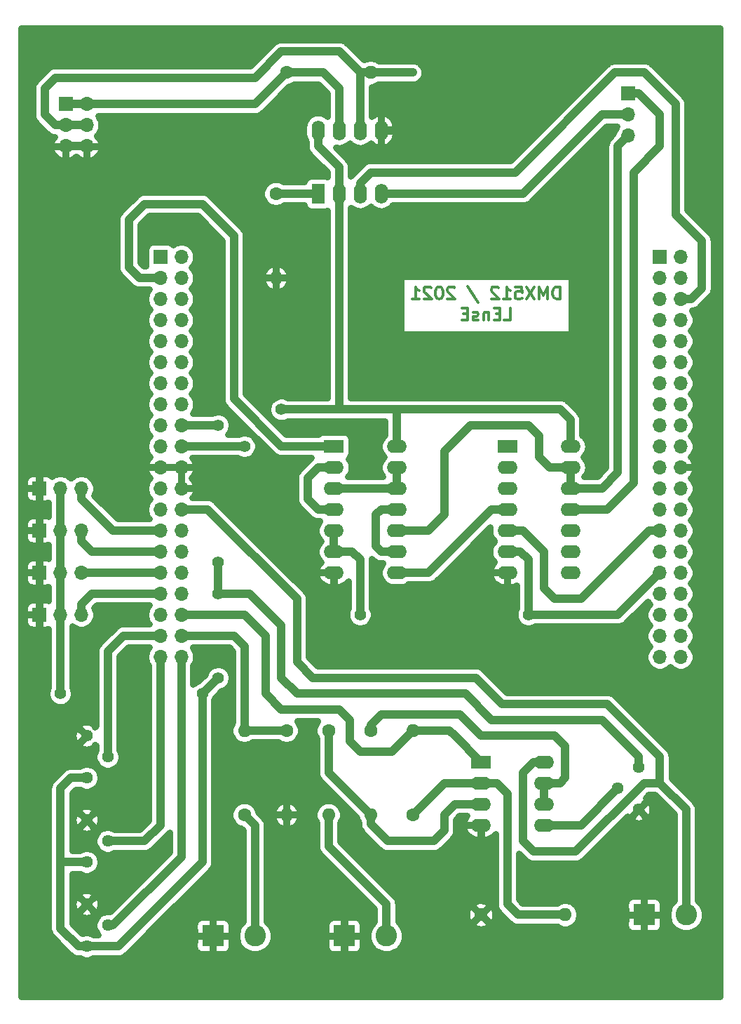
<source format=gbr>
%TF.GenerationSoftware,KiCad,Pcbnew,(5.1.6)-1*%
%TF.CreationDate,2021-11-21T11:26:52+01:00*%
%TF.ProjectId,carteDmx512,63617274-6544-46d7-9835-31322e6b6963,rev?*%
%TF.SameCoordinates,Original*%
%TF.FileFunction,Copper,L2,Bot*%
%TF.FilePolarity,Positive*%
%FSLAX46Y46*%
G04 Gerber Fmt 4.6, Leading zero omitted, Abs format (unit mm)*
G04 Created by KiCad (PCBNEW (5.1.6)-1) date 2021-11-21 11:26:52*
%MOMM*%
%LPD*%
G01*
G04 APERTURE LIST*
%TA.AperFunction,NonConductor*%
%ADD10C,0.300000*%
%TD*%
%TA.AperFunction,ComponentPad*%
%ADD11O,2.400000X1.600000*%
%TD*%
%TA.AperFunction,ComponentPad*%
%ADD12R,2.400000X1.600000*%
%TD*%
%TA.AperFunction,ComponentPad*%
%ADD13R,1.700000X1.700000*%
%TD*%
%TA.AperFunction,ComponentPad*%
%ADD14O,1.700000X1.700000*%
%TD*%
%TA.AperFunction,ComponentPad*%
%ADD15C,1.440000*%
%TD*%
%TA.AperFunction,ComponentPad*%
%ADD16R,1.600000X2.400000*%
%TD*%
%TA.AperFunction,ComponentPad*%
%ADD17O,1.600000X2.400000*%
%TD*%
%TA.AperFunction,ComponentPad*%
%ADD18R,2.600000X2.600000*%
%TD*%
%TA.AperFunction,ComponentPad*%
%ADD19C,2.600000*%
%TD*%
%TA.AperFunction,ComponentPad*%
%ADD20O,1.600000X1.600000*%
%TD*%
%TA.AperFunction,ComponentPad*%
%ADD21C,1.600000*%
%TD*%
%TA.AperFunction,ViaPad*%
%ADD22C,1.400000*%
%TD*%
%TA.AperFunction,Conductor*%
%ADD23C,1.000000*%
%TD*%
%TA.AperFunction,Conductor*%
%ADD24C,0.800000*%
%TD*%
G04 APERTURE END LIST*
D10*
X253367857Y-78778571D02*
X253367857Y-77278571D01*
X253010714Y-77278571D01*
X252796428Y-77350000D01*
X252653571Y-77492857D01*
X252582142Y-77635714D01*
X252510714Y-77921428D01*
X252510714Y-78135714D01*
X252582142Y-78421428D01*
X252653571Y-78564285D01*
X252796428Y-78707142D01*
X253010714Y-78778571D01*
X253367857Y-78778571D01*
X251867857Y-78778571D02*
X251867857Y-77278571D01*
X251367857Y-78350000D01*
X250867857Y-77278571D01*
X250867857Y-78778571D01*
X250296428Y-77278571D02*
X249296428Y-78778571D01*
X249296428Y-77278571D02*
X250296428Y-78778571D01*
X248010714Y-77278571D02*
X248725000Y-77278571D01*
X248796428Y-77992857D01*
X248725000Y-77921428D01*
X248582142Y-77850000D01*
X248225000Y-77850000D01*
X248082142Y-77921428D01*
X248010714Y-77992857D01*
X247939285Y-78135714D01*
X247939285Y-78492857D01*
X248010714Y-78635714D01*
X248082142Y-78707142D01*
X248225000Y-78778571D01*
X248582142Y-78778571D01*
X248725000Y-78707142D01*
X248796428Y-78635714D01*
X246510714Y-78778571D02*
X247367857Y-78778571D01*
X246939285Y-78778571D02*
X246939285Y-77278571D01*
X247082142Y-77492857D01*
X247225000Y-77635714D01*
X247367857Y-77707142D01*
X245939285Y-77421428D02*
X245867857Y-77350000D01*
X245725000Y-77278571D01*
X245367857Y-77278571D01*
X245225000Y-77350000D01*
X245153571Y-77421428D01*
X245082142Y-77564285D01*
X245082142Y-77707142D01*
X245153571Y-77921428D01*
X246010714Y-78778571D01*
X245082142Y-78778571D01*
X242225000Y-77207142D02*
X243510714Y-79135714D01*
X240653571Y-77421428D02*
X240582142Y-77350000D01*
X240439285Y-77278571D01*
X240082142Y-77278571D01*
X239939285Y-77350000D01*
X239867857Y-77421428D01*
X239796428Y-77564285D01*
X239796428Y-77707142D01*
X239867857Y-77921428D01*
X240725000Y-78778571D01*
X239796428Y-78778571D01*
X238867857Y-77278571D02*
X238725000Y-77278571D01*
X238582142Y-77350000D01*
X238510714Y-77421428D01*
X238439285Y-77564285D01*
X238367857Y-77850000D01*
X238367857Y-78207142D01*
X238439285Y-78492857D01*
X238510714Y-78635714D01*
X238582142Y-78707142D01*
X238725000Y-78778571D01*
X238867857Y-78778571D01*
X239010714Y-78707142D01*
X239082142Y-78635714D01*
X239153571Y-78492857D01*
X239225000Y-78207142D01*
X239225000Y-77850000D01*
X239153571Y-77564285D01*
X239082142Y-77421428D01*
X239010714Y-77350000D01*
X238867857Y-77278571D01*
X237796428Y-77421428D02*
X237725000Y-77350000D01*
X237582142Y-77278571D01*
X237225000Y-77278571D01*
X237082142Y-77350000D01*
X237010714Y-77421428D01*
X236939285Y-77564285D01*
X236939285Y-77707142D01*
X237010714Y-77921428D01*
X237867857Y-78778571D01*
X236939285Y-78778571D01*
X235510714Y-78778571D02*
X236367857Y-78778571D01*
X235939285Y-78778571D02*
X235939285Y-77278571D01*
X236082142Y-77492857D01*
X236225000Y-77635714D01*
X236367857Y-77707142D01*
X246653571Y-81328571D02*
X247367857Y-81328571D01*
X247367857Y-79828571D01*
X246153571Y-80542857D02*
X245653571Y-80542857D01*
X245439285Y-81328571D02*
X246153571Y-81328571D01*
X246153571Y-79828571D01*
X245439285Y-79828571D01*
X244796428Y-80328571D02*
X244796428Y-81328571D01*
X244796428Y-80471428D02*
X244725000Y-80400000D01*
X244582142Y-80328571D01*
X244367857Y-80328571D01*
X244225000Y-80400000D01*
X244153571Y-80542857D01*
X244153571Y-81328571D01*
X243510714Y-81257142D02*
X243367857Y-81328571D01*
X243082142Y-81328571D01*
X242939285Y-81257142D01*
X242867857Y-81114285D01*
X242867857Y-81042857D01*
X242939285Y-80900000D01*
X243082142Y-80828571D01*
X243296428Y-80828571D01*
X243439285Y-80757142D01*
X243510714Y-80614285D01*
X243510714Y-80542857D01*
X243439285Y-80400000D01*
X243296428Y-80328571D01*
X243082142Y-80328571D01*
X242939285Y-80400000D01*
X242225000Y-80542857D02*
X241725000Y-80542857D01*
X241510714Y-81328571D02*
X242225000Y-81328571D01*
X242225000Y-79828571D01*
X241510714Y-79828571D01*
D11*
%TO.P,U1,14*%
%TO.N,5V*%
X254635000Y-96520000D03*
%TO.P,U1,7*%
%TO.N,GND*%
X247015000Y-111760000D03*
%TO.P,U1,13*%
%TO.N,Net-(J2-Pad3)*%
X254635000Y-99060000D03*
%TO.P,U1,6*%
%TO.N,start*%
X247015000Y-109220000D03*
%TO.P,U1,12*%
%TO.N,Net-(J2-Pad3)*%
X254635000Y-101600000D03*
%TO.P,U1,5*%
%TO.N,out_s*%
X247015000Y-106680000D03*
%TO.P,U1,11*%
%TO.N,Net-(J2-Pad1)*%
X254635000Y-104140000D03*
%TO.P,U1,4*%
%TO.N,Net-(U1-Pad4)*%
X247015000Y-104140000D03*
%TO.P,U1,10*%
%TO.N,N/C*%
X254635000Y-106680000D03*
%TO.P,U1,3*%
X247015000Y-101600000D03*
%TO.P,U1,9*%
X254635000Y-109220000D03*
%TO.P,U1,2*%
X247015000Y-99060000D03*
%TO.P,U1,8*%
X254635000Y-111760000D03*
D12*
%TO.P,U1,1*%
X247015000Y-96520000D03*
%TD*%
D13*
%TO.P,J4,1*%
%TO.N,Net-(J4-Pad1)*%
X205105000Y-73660000D03*
D14*
%TO.P,J4,2*%
%TO.N,Net-(J4-Pad2)*%
X207645000Y-73660000D03*
%TO.P,J4,3*%
%TO.N,TX*%
X205105000Y-76200000D03*
%TO.P,J4,4*%
%TO.N,Net-(J4-Pad4)*%
X207645000Y-76200000D03*
%TO.P,J4,5*%
%TO.N,Net-(J4-Pad5)*%
X205105000Y-78740000D03*
%TO.P,J4,6*%
%TO.N,Net-(J4-Pad6)*%
X207645000Y-78740000D03*
%TO.P,J4,7*%
%TO.N,Net-(J4-Pad7)*%
X205105000Y-81280000D03*
%TO.P,J4,8*%
%TO.N,Net-(J4-Pad8)*%
X207645000Y-81280000D03*
%TO.P,J4,9*%
%TO.N,Net-(J4-Pad9)*%
X205105000Y-83820000D03*
%TO.P,J4,10*%
%TO.N,Net-(J4-Pad10)*%
X207645000Y-83820000D03*
%TO.P,J4,11*%
%TO.N,Net-(J4-Pad11)*%
X205105000Y-86360000D03*
%TO.P,J4,12*%
%TO.N,Net-(J4-Pad12)*%
X207645000Y-86360000D03*
%TO.P,J4,13*%
%TO.N,Net-(J4-Pad13)*%
X205105000Y-88900000D03*
%TO.P,J4,14*%
%TO.N,Net-(J4-Pad14)*%
X207645000Y-88900000D03*
%TO.P,J4,15*%
%TO.N,Net-(J4-Pad15)*%
X205105000Y-91440000D03*
%TO.P,J4,16*%
%TO.N,Net-(J4-Pad16)*%
X207645000Y-91440000D03*
%TO.P,J4,17*%
%TO.N,Net-(J4-Pad17)*%
X205105000Y-93980000D03*
%TO.P,J4,18*%
%TO.N,3.3V*%
X207645000Y-93980000D03*
%TO.P,J4,19*%
%TO.N,Net-(J4-Pad19)*%
X205105000Y-96520000D03*
%TO.P,J4,20*%
%TO.N,5V*%
X207645000Y-96520000D03*
%TO.P,J4,21*%
%TO.N,GND*%
X205105000Y-99060000D03*
%TO.P,J4,22*%
X207645000Y-99060000D03*
%TO.P,J4,23*%
%TO.N,Net-(J4-Pad23)*%
X205105000Y-101600000D03*
%TO.P,J4,24*%
%TO.N,GND*%
X207645000Y-101600000D03*
%TO.P,J4,25*%
%TO.N,Net-(J4-Pad25)*%
X205105000Y-104140000D03*
%TO.P,J4,26*%
%TO.N,Vinput*%
X207645000Y-104140000D03*
%TO.P,J4,27*%
%TO.N,Mode_Autre*%
X205105000Y-106680000D03*
%TO.P,J4,28*%
%TO.N,Net-(J4-Pad28)*%
X207645000Y-106680000D03*
%TO.P,J4,29*%
%TO.N,Choix_There*%
X205105000Y-109220000D03*
%TO.P,J4,30*%
%TO.N,Net-(J4-Pad30)*%
X207645000Y-109220000D03*
%TO.P,J4,31*%
%TO.N,Mode_Epi*%
X205105000Y-111760000D03*
%TO.P,J4,32*%
%TO.N,Net-(J4-Pad32)*%
X207645000Y-111760000D03*
%TO.P,J4,33*%
%TO.N,Mode_Demo*%
X205105000Y-114300000D03*
%TO.P,J4,34*%
%TO.N,Net-(J4-Pad34)*%
X207645000Y-114300000D03*
%TO.P,J4,35*%
%TO.N,Net-(J4-Pad35)*%
X205105000Y-116840000D03*
%TO.P,J4,36*%
%TO.N,PitchIn_Adapt*%
X207645000Y-116840000D03*
%TO.P,J4,37*%
%TO.N,AnInG*%
X205105000Y-119380000D03*
%TO.P,J4,38*%
%TO.N,VolumeIn_Adapt*%
X207645000Y-119380000D03*
%TO.P,J4,39*%
%TO.N,AnInB*%
X205105000Y-121920000D03*
%TO.P,J4,40*%
%TO.N,AnInR*%
X207645000Y-121920000D03*
%TD*%
%TO.P,J5,40*%
%TO.N,Net-(J5-Pad40)*%
X267970000Y-121920000D03*
%TO.P,J5,39*%
%TO.N,Net-(J5-Pad39)*%
X265430000Y-121920000D03*
%TO.P,J5,38*%
%TO.N,Net-(J5-Pad38)*%
X267970000Y-119380000D03*
%TO.P,J5,37*%
%TO.N,Net-(J5-Pad37)*%
X265430000Y-119380000D03*
%TO.P,J5,36*%
%TO.N,Net-(J5-Pad36)*%
X267970000Y-116840000D03*
%TO.P,J5,35*%
%TO.N,Net-(J5-Pad35)*%
X265430000Y-116840000D03*
%TO.P,J5,34*%
%TO.N,Net-(J5-Pad34)*%
X267970000Y-114300000D03*
%TO.P,J5,33*%
%TO.N,Net-(J5-Pad33)*%
X265430000Y-114300000D03*
%TO.P,J5,32*%
%TO.N,Net-(J5-Pad32)*%
X267970000Y-111760000D03*
%TO.P,J5,31*%
%TO.N,start*%
X265430000Y-111760000D03*
%TO.P,J5,30*%
%TO.N,Net-(J5-Pad30)*%
X267970000Y-109220000D03*
%TO.P,J5,29*%
%TO.N,Net-(J5-Pad29)*%
X265430000Y-109220000D03*
%TO.P,J5,28*%
%TO.N,Net-(J5-Pad28)*%
X267970000Y-106680000D03*
%TO.P,J5,27*%
%TO.N,out_s*%
X265430000Y-106680000D03*
%TO.P,J5,26*%
%TO.N,Net-(J5-Pad26)*%
X267970000Y-104140000D03*
%TO.P,J5,25*%
%TO.N,Net-(J5-Pad25)*%
X265430000Y-104140000D03*
%TO.P,J5,24*%
%TO.N,Net-(J5-Pad24)*%
X267970000Y-101600000D03*
%TO.P,J5,23*%
%TO.N,Net-(J5-Pad23)*%
X265430000Y-101600000D03*
%TO.P,J5,22*%
%TO.N,GND*%
X267970000Y-99060000D03*
%TO.P,J5,21*%
%TO.N,Net-(J5-Pad21)*%
X265430000Y-99060000D03*
%TO.P,J5,20*%
%TO.N,Net-(J5-Pad20)*%
X267970000Y-96520000D03*
%TO.P,J5,19*%
%TO.N,Net-(J5-Pad19)*%
X265430000Y-96520000D03*
%TO.P,J5,18*%
%TO.N,Net-(J5-Pad18)*%
X267970000Y-93980000D03*
%TO.P,J5,17*%
%TO.N,Net-(J5-Pad17)*%
X265430000Y-93980000D03*
%TO.P,J5,16*%
%TO.N,Net-(J5-Pad16)*%
X267970000Y-91440000D03*
%TO.P,J5,15*%
%TO.N,Net-(J5-Pad15)*%
X265430000Y-91440000D03*
%TO.P,J5,14*%
%TO.N,Net-(J5-Pad14)*%
X267970000Y-88900000D03*
%TO.P,J5,13*%
%TO.N,Net-(J5-Pad13)*%
X265430000Y-88900000D03*
%TO.P,J5,12*%
%TO.N,Net-(J5-Pad12)*%
X267970000Y-86360000D03*
%TO.P,J5,11*%
%TO.N,Net-(J5-Pad11)*%
X265430000Y-86360000D03*
%TO.P,J5,10*%
%TO.N,Net-(J5-Pad10)*%
X267970000Y-83820000D03*
%TO.P,J5,9*%
%TO.N,Net-(J5-Pad9)*%
X265430000Y-83820000D03*
%TO.P,J5,8*%
%TO.N,Net-(J5-Pad8)*%
X267970000Y-81280000D03*
%TO.P,J5,7*%
%TO.N,Net-(J5-Pad7)*%
X265430000Y-81280000D03*
%TO.P,J5,6*%
%TO.N,enable*%
X267970000Y-78740000D03*
%TO.P,J5,5*%
%TO.N,Net-(J5-Pad5)*%
X265430000Y-78740000D03*
%TO.P,J5,4*%
%TO.N,Net-(J5-Pad4)*%
X267970000Y-76200000D03*
%TO.P,J5,3*%
%TO.N,Net-(J5-Pad3)*%
X265430000Y-76200000D03*
%TO.P,J5,2*%
%TO.N,Net-(J5-Pad2)*%
X267970000Y-73660000D03*
D13*
%TO.P,J5,1*%
%TO.N,Net-(J5-Pad1)*%
X265430000Y-73660000D03*
%TD*%
%TO.P,J3,1*%
%TO.N,Net-(J3-Pad1)*%
X193675000Y-55245000D03*
D14*
%TO.P,J3,2*%
X196215000Y-55245000D03*
%TO.P,J3,3*%
%TO.N,Net-(J3-Pad3)*%
X193675000Y-57785000D03*
%TO.P,J3,4*%
X196215000Y-57785000D03*
%TO.P,J3,5*%
%TO.N,GND*%
X193675000Y-60325000D03*
%TO.P,J3,6*%
X196215000Y-60325000D03*
%TD*%
D15*
%TO.P,RV1,1*%
%TO.N,3.3V*%
X196215000Y-156845000D03*
%TO.P,RV1,2*%
%TO.N,AnInR*%
X198755000Y-154305000D03*
%TO.P,RV1,3*%
%TO.N,GND*%
X196215000Y-151765000D03*
%TD*%
%TO.P,RV2,3*%
%TO.N,GND*%
X196215000Y-131445000D03*
%TO.P,RV2,2*%
%TO.N,AnInG*%
X198755000Y-133985000D03*
%TO.P,RV2,1*%
%TO.N,3.3V*%
X196215000Y-136525000D03*
%TD*%
%TO.P,RV3,3*%
%TO.N,GND*%
X196215000Y-141605000D03*
%TO.P,RV3,2*%
%TO.N,AnInB*%
X198755000Y-144145000D03*
%TO.P,RV3,1*%
%TO.N,3.3V*%
X196215000Y-146685000D03*
%TD*%
D16*
%TO.P,U3,1*%
%TO.N,Net-(R2-Pad1)*%
X224155000Y-66040000D03*
D17*
%TO.P,U3,5*%
%TO.N,GND*%
X231775000Y-58420000D03*
%TO.P,U3,2*%
%TO.N,5V*%
X226695000Y-66040000D03*
%TO.P,U3,6*%
%TO.N,Net-(J3-Pad3)*%
X229235000Y-58420000D03*
%TO.P,U3,3*%
%TO.N,enable*%
X229235000Y-66040000D03*
%TO.P,U3,7*%
%TO.N,Net-(J3-Pad1)*%
X226695000Y-58420000D03*
%TO.P,U3,4*%
%TO.N,DMX_TX*%
X231775000Y-66040000D03*
%TO.P,U3,8*%
%TO.N,5V*%
X224155000Y-58420000D03*
%TD*%
D18*
%TO.P,J6,1*%
%TO.N,GND*%
X263525000Y-153035000D03*
D19*
%TO.P,J6,2*%
%TO.N,Vinput*%
X268605000Y-153035000D03*
%TD*%
D13*
%TO.P,J2,1*%
%TO.N,Net-(J2-Pad1)*%
X261620000Y-53975000D03*
D14*
%TO.P,J2,2*%
%TO.N,DMX_TX*%
X261620000Y-56515000D03*
%TO.P,J2,3*%
%TO.N,Net-(J2-Pad3)*%
X261620000Y-59055000D03*
%TD*%
D12*
%TO.P,U2,1*%
%TO.N,TX*%
X226060000Y-96520000D03*
D11*
%TO.P,U2,8*%
%TO.N,Net-(U1-Pad4)*%
X233680000Y-111760000D03*
%TO.P,U2,2*%
%TO.N,notstart*%
X226060000Y-99060000D03*
%TO.P,U2,9*%
%TO.N,Net-(U2-Pad11)*%
X233680000Y-109220000D03*
%TO.P,U2,3*%
%TO.N,Net-(U2-Pad12)*%
X226060000Y-101600000D03*
%TO.P,U2,10*%
%TO.N,Net-(J2-Pad3)*%
X233680000Y-106680000D03*
%TO.P,U2,4*%
%TO.N,notstart*%
X226060000Y-104140000D03*
%TO.P,U2,11*%
%TO.N,Net-(U2-Pad11)*%
X233680000Y-104140000D03*
%TO.P,U2,5*%
%TO.N,start*%
X226060000Y-106680000D03*
%TO.P,U2,12*%
%TO.N,Net-(U2-Pad12)*%
X233680000Y-101600000D03*
%TO.P,U2,6*%
%TO.N,start*%
X226060000Y-109220000D03*
%TO.P,U2,13*%
%TO.N,Net-(U2-Pad12)*%
X233680000Y-99060000D03*
%TO.P,U2,7*%
%TO.N,GND*%
X226060000Y-111760000D03*
%TO.P,U2,14*%
%TO.N,5V*%
X233680000Y-96520000D03*
%TD*%
D18*
%TO.P,J7,1*%
%TO.N,GND*%
X211455000Y-155575000D03*
D19*
%TO.P,J7,2*%
%TO.N,VolumeIn*%
X216535000Y-155575000D03*
%TD*%
D20*
%TO.P,R3,2*%
%TO.N,VolumeIn_Adapt*%
X215265000Y-130810000D03*
D21*
%TO.P,R3,1*%
%TO.N,VolumeIn*%
X215265000Y-140970000D03*
%TD*%
%TO.P,R4,1*%
%TO.N,VolumeIn_Adapt*%
X220345000Y-130810000D03*
D20*
%TO.P,R4,2*%
%TO.N,GND*%
X220345000Y-140970000D03*
%TD*%
%TO.P,R5,2*%
%TO.N,PitchIn*%
X225425000Y-140970000D03*
D21*
%TO.P,R5,1*%
%TO.N,Net-(R5-Pad1)*%
X225425000Y-130810000D03*
%TD*%
%TO.P,R6,1*%
%TO.N,PitchDC*%
X230505000Y-130810000D03*
D20*
%TO.P,R6,2*%
%TO.N,Net-(R5-Pad1)*%
X230505000Y-140970000D03*
%TD*%
D21*
%TO.P,R7,1*%
%TO.N,GND*%
X243840000Y-153035000D03*
D20*
%TO.P,R7,2*%
%TO.N,Net-(R7-Pad2)*%
X254000000Y-153035000D03*
%TD*%
%TO.P,R8,2*%
%TO.N,PitchIn_Adapt*%
X235585000Y-130810000D03*
D21*
%TO.P,R8,1*%
%TO.N,Net-(R7-Pad2)*%
X235585000Y-140970000D03*
%TD*%
D12*
%TO.P,U4,1*%
%TO.N,PitchIn_Adapt*%
X243840000Y-134620000D03*
D11*
%TO.P,U4,5*%
%TO.N,Net-(RV4-Pad2)*%
X251460000Y-142240000D03*
%TO.P,U4,2*%
%TO.N,Net-(R7-Pad2)*%
X243840000Y-137160000D03*
%TO.P,U4,6*%
%TO.N,PitchDC*%
X251460000Y-139700000D03*
%TO.P,U4,3*%
%TO.N,Net-(R5-Pad1)*%
X243840000Y-139700000D03*
%TO.P,U4,7*%
%TO.N,PitchDC*%
X251460000Y-137160000D03*
%TO.P,U4,4*%
%TO.N,GND*%
X243840000Y-142240000D03*
%TO.P,U4,8*%
%TO.N,Vinput*%
X251460000Y-134620000D03*
%TD*%
D18*
%TO.P,J1,1*%
%TO.N,GND*%
X227330000Y-155575000D03*
D19*
%TO.P,J1,2*%
%TO.N,PitchIn*%
X232410000Y-155575000D03*
%TD*%
D15*
%TO.P,RV4,3*%
%TO.N,GND*%
X262890000Y-140335000D03*
%TO.P,RV4,2*%
%TO.N,Net-(RV4-Pad2)*%
X260350000Y-137795000D03*
%TO.P,RV4,1*%
%TO.N,3.3V*%
X262890000Y-135255000D03*
%TD*%
D13*
%TO.P,J8,1*%
%TO.N,GND*%
X190500000Y-111760000D03*
D14*
%TO.P,J8,2*%
%TO.N,3.3V*%
X193040000Y-111760000D03*
%TO.P,J8,3*%
%TO.N,Mode_Epi*%
X195580000Y-111760000D03*
%TD*%
%TO.P,J9,3*%
%TO.N,Mode_Demo*%
X195580000Y-116840000D03*
%TO.P,J9,2*%
%TO.N,3.3V*%
X193040000Y-116840000D03*
D13*
%TO.P,J9,1*%
%TO.N,GND*%
X190500000Y-116840000D03*
%TD*%
%TO.P,J10,1*%
%TO.N,GND*%
X190500000Y-106680000D03*
D14*
%TO.P,J10,2*%
%TO.N,3.3V*%
X193040000Y-106680000D03*
%TO.P,J10,3*%
%TO.N,Choix_There*%
X195580000Y-106680000D03*
%TD*%
%TO.P,J11,3*%
%TO.N,Mode_Autre*%
X195580000Y-101600000D03*
%TO.P,J11,2*%
%TO.N,3.3V*%
X193040000Y-101600000D03*
D13*
%TO.P,J11,1*%
%TO.N,GND*%
X190500000Y-101600000D03*
%TD*%
D20*
%TO.P,R1,2*%
%TO.N,Net-(J3-Pad3)*%
X230505000Y-51435000D03*
D21*
%TO.P,R1,1*%
%TO.N,Net-(J3-Pad1)*%
X220345000Y-51435000D03*
%TD*%
%TO.P,R2,1*%
%TO.N,Net-(R2-Pad1)*%
X219075000Y-66040000D03*
D20*
%TO.P,R2,2*%
%TO.N,GND*%
X219075000Y-76200000D03*
%TD*%
D22*
%TO.N,start*%
X249555000Y-116840000D03*
X229235000Y-116840000D03*
%TO.N,GND*%
X238125000Y-58420000D03*
X238125000Y-69215000D03*
%TO.N,5V*%
X219710000Y-92075000D03*
X215264996Y-96520000D03*
%TO.N,3.3V*%
X212089998Y-93980002D03*
X212090000Y-124460000D03*
X212089998Y-114300000D03*
X212089998Y-110490000D03*
X210185000Y-126365000D03*
X193040000Y-126365000D03*
%TD*%
D23*
%TO.N,AnInB*%
X205105000Y-142240000D02*
X205105000Y-121920000D01*
X198755000Y-144145000D02*
X203200000Y-144145000D01*
X203200000Y-144145000D02*
X205105000Y-142240000D01*
%TO.N,AnInG*%
X198755000Y-133985000D02*
X198755000Y-121285000D01*
X200660000Y-119380000D02*
X205105000Y-119380000D01*
X198755000Y-121285000D02*
X200660000Y-119380000D01*
%TO.N,AnInR*%
X207645000Y-146050000D02*
X207645000Y-121920000D01*
X198755000Y-154305000D02*
X199390000Y-154305000D01*
X199390000Y-154305000D02*
X207645000Y-146050000D01*
%TO.N,out_s*%
X255905000Y-114935000D02*
X264160000Y-106680000D01*
X251460000Y-113665000D02*
X252730000Y-114935000D01*
X264160000Y-106680000D02*
X265430000Y-106680000D01*
X248920000Y-106680000D02*
X251460000Y-109220000D01*
X247015000Y-106680000D02*
X248920000Y-106680000D01*
X251460000Y-109220000D02*
X251460000Y-113665000D01*
X252730000Y-114935000D02*
X255905000Y-114935000D01*
%TO.N,start*%
X265430000Y-111760000D02*
X260350000Y-116840000D01*
X260350000Y-116840000D02*
X249555000Y-116840000D01*
X249555000Y-110195000D02*
X249555000Y-116840000D01*
X247015000Y-109220000D02*
X248580000Y-109220000D01*
X248580000Y-109220000D02*
X249555000Y-110195000D01*
X226060000Y-106680000D02*
X226060000Y-109220000D01*
X226060000Y-109220000D02*
X228260000Y-109220000D01*
X228260000Y-109220000D02*
X229235000Y-110195000D01*
X229235000Y-110195000D02*
X229235000Y-116840000D01*
%TO.N,enable*%
X247967500Y-63500000D02*
X230505000Y-63500000D01*
X230505000Y-63500000D02*
X229235000Y-64770000D01*
X260032500Y-51435000D02*
X247967500Y-63500000D01*
X263525000Y-51435000D02*
X260032500Y-51435000D01*
X269240000Y-78740000D02*
X270510000Y-77470000D01*
X267970000Y-78740000D02*
X269240000Y-78740000D01*
X270510000Y-77470000D02*
X270510000Y-71755000D01*
X270510000Y-71755000D02*
X267335000Y-68580000D01*
X267335000Y-68580000D02*
X267335000Y-55245000D01*
X229235000Y-64770000D02*
X229235000Y-66040000D01*
X267335000Y-55245000D02*
X263525000Y-51435000D01*
%TO.N,TX*%
X219710000Y-96520000D02*
X226060000Y-96520000D01*
X213995000Y-71120000D02*
X213995000Y-90805000D01*
X210185000Y-67310000D02*
X213995000Y-71120000D01*
X202565000Y-76200000D02*
X201295000Y-74930000D01*
X205105000Y-76200000D02*
X202565000Y-76200000D01*
X213995000Y-90805000D02*
X219710000Y-96520000D01*
X201295000Y-74930000D02*
X201295000Y-69215000D01*
X201295000Y-69215000D02*
X203200000Y-67310000D01*
X203200000Y-67310000D02*
X210185000Y-67310000D01*
%TO.N,GND*%
X193675000Y-60325000D02*
X196215000Y-60325000D01*
X231775000Y-58420000D02*
X238125000Y-58420000D01*
%TO.N,5V*%
X224155000Y-58420000D02*
X224155000Y-60325000D01*
X224155000Y-60325000D02*
X226695000Y-62865000D01*
X226695000Y-62865000D02*
X226695000Y-66040000D01*
X207645000Y-96520000D02*
X215264996Y-96520000D01*
X254635000Y-93345000D02*
X254635000Y-96520000D01*
X253365000Y-92075000D02*
X254635000Y-93345000D01*
X226695000Y-66040000D02*
X226695000Y-92075000D01*
X231140000Y-92075000D02*
X226695000Y-92075000D01*
X226695000Y-92075000D02*
X219710000Y-92075000D01*
X233680000Y-96520000D02*
X233680000Y-92075000D01*
X231140000Y-92075000D02*
X233680000Y-92075000D01*
X233680000Y-92075000D02*
X253365000Y-92075000D01*
%TO.N,3.3V*%
X212089996Y-93980000D02*
X212089998Y-93980002D01*
X211455000Y-93980000D02*
X212089996Y-93980000D01*
X207645000Y-93980000D02*
X211455000Y-93980000D01*
X195196767Y-156845000D02*
X193040000Y-154688233D01*
X196215000Y-156845000D02*
X195196767Y-156845000D01*
X193040000Y-137795000D02*
X194310000Y-136525000D01*
X194310000Y-136525000D02*
X196215000Y-136525000D01*
X196215000Y-146685000D02*
X193040000Y-146685000D01*
X193040000Y-154688233D02*
X193040000Y-146685000D01*
X193040000Y-146685000D02*
X193040000Y-137795000D01*
X200025000Y-156845000D02*
X196215000Y-156845000D01*
X210185000Y-146685000D02*
X200025000Y-156845000D01*
X212090000Y-124460000D02*
X210185000Y-126365000D01*
X210185000Y-126365000D02*
X210185000Y-146685000D01*
X212089998Y-110490000D02*
X212089998Y-114300000D01*
X262890000Y-133985000D02*
X262890000Y-135255000D01*
X258445000Y-129540000D02*
X262890000Y-133985000D01*
X245110000Y-129540000D02*
X258445000Y-129540000D01*
X215900000Y-114300000D02*
X219710000Y-118110000D01*
X212089998Y-114300000D02*
X215900000Y-114300000D01*
X219710000Y-118110000D02*
X219710000Y-124460000D01*
X221615000Y-126365000D02*
X241935000Y-126365000D01*
X219710000Y-124460000D02*
X221615000Y-126365000D01*
X241935000Y-126365000D02*
X245110000Y-129540000D01*
X193040000Y-101600000D02*
X193040000Y-106680000D01*
X193040000Y-106680000D02*
X193040000Y-111760000D01*
X193040000Y-116840000D02*
X193040000Y-111760000D01*
X193040000Y-116840000D02*
X193040000Y-126365000D01*
%TO.N,Net-(J2-Pad3)*%
X254635000Y-101600000D02*
X254635000Y-99060000D01*
X252095000Y-99060000D02*
X254635000Y-99060000D01*
X250825000Y-97790000D02*
X252095000Y-99060000D01*
X249555000Y-93980000D02*
X250825000Y-95250000D01*
X237490000Y-106680000D02*
X239395000Y-104775000D01*
X250825000Y-95250000D02*
X250825000Y-97790000D01*
X239395000Y-104775000D02*
X239395000Y-97155000D01*
X233680000Y-106680000D02*
X237490000Y-106680000D01*
X239395000Y-97155000D02*
X242570000Y-93980000D01*
X242570000Y-93980000D02*
X249555000Y-93980000D01*
X260350000Y-60325000D02*
X261620000Y-59055000D01*
X260350000Y-99695000D02*
X260350000Y-60325000D01*
X254635000Y-101600000D02*
X258445000Y-101600000D01*
X258445000Y-101600000D02*
X260350000Y-99695000D01*
%TO.N,DMX_TX*%
X258445000Y-56515000D02*
X261620000Y-56515000D01*
X231775000Y-66040000D02*
X248920000Y-66040000D01*
X248920000Y-66040000D02*
X258445000Y-56515000D01*
%TO.N,Net-(J2-Pad1)*%
X265430000Y-56515000D02*
X262890000Y-53975000D01*
X259080000Y-104140000D02*
X262255000Y-100965000D01*
X262890000Y-53975000D02*
X261620000Y-53975000D01*
X262255000Y-63500000D02*
X265430000Y-60325000D01*
X254635000Y-104140000D02*
X259080000Y-104140000D01*
X262255000Y-100965000D02*
X262255000Y-63500000D01*
X265430000Y-60325000D02*
X265430000Y-56515000D01*
%TO.N,Net-(J3-Pad3)*%
X193675000Y-57785000D02*
X196215000Y-57785000D01*
X231140000Y-51435000D02*
X235585000Y-51435000D01*
X229235000Y-51435000D02*
X231140000Y-51435000D01*
X229235000Y-58420000D02*
X229235000Y-51435000D01*
X219710000Y-48895000D02*
X226695000Y-48895000D01*
X192405000Y-57785000D02*
X191135000Y-56515000D01*
X226695000Y-48895000D02*
X229235000Y-51435000D01*
X191135000Y-56515000D02*
X191135000Y-53340000D01*
X193675000Y-57785000D02*
X192405000Y-57785000D01*
X191135000Y-53340000D02*
X192405000Y-52070000D01*
X216535000Y-52070000D02*
X219710000Y-48895000D01*
X192405000Y-52070000D02*
X216535000Y-52070000D01*
%TO.N,Net-(J3-Pad1)*%
X193675000Y-55245000D02*
X196215000Y-55245000D01*
X216535000Y-55245000D02*
X220345000Y-51435000D01*
X196215000Y-55245000D02*
X216535000Y-55245000D01*
X220345000Y-51435000D02*
X224790000Y-51435000D01*
X226695000Y-53340000D02*
X226695000Y-58420000D01*
X224790000Y-51435000D02*
X226695000Y-53340000D01*
%TO.N,Net-(R2-Pad1)*%
X219075000Y-66040000D02*
X224155000Y-66040000D01*
%TO.N,notstart*%
X224155000Y-99060000D02*
X226060000Y-99060000D01*
X222885000Y-100330000D02*
X224155000Y-99060000D01*
X222885000Y-102870000D02*
X222885000Y-100330000D01*
X226060000Y-104140000D02*
X224155000Y-104140000D01*
X224155000Y-104140000D02*
X222885000Y-102870000D01*
%TO.N,Net-(U1-Pad4)*%
X233680000Y-111760000D02*
X237490000Y-111760000D01*
X245110000Y-104140000D02*
X247015000Y-104140000D01*
X237490000Y-111760000D02*
X245110000Y-104140000D01*
%TO.N,Vinput*%
X251460000Y-134620000D02*
X250190000Y-134620000D01*
X250190000Y-134620000D02*
X248920000Y-135890000D01*
X250190000Y-145415000D02*
X248920000Y-144145000D01*
X248920000Y-135890000D02*
X248920000Y-144145000D01*
X265430000Y-137160000D02*
X263525000Y-137160000D01*
X263525000Y-137160000D02*
X255270000Y-145415000D01*
X255270000Y-145415000D02*
X250190000Y-145415000D01*
X268605000Y-140335000D02*
X265430000Y-137160000D01*
X268605000Y-153035000D02*
X268605000Y-140335000D01*
X208280000Y-104140000D02*
X207645000Y-104140000D01*
X221615000Y-114935000D02*
X210820000Y-104140000D01*
X265430000Y-133985000D02*
X259080000Y-127635000D01*
X210820000Y-104140000D02*
X208280000Y-104140000D01*
X265430000Y-137160000D02*
X265430000Y-133985000D01*
X259080000Y-127635000D02*
X246380000Y-127635000D01*
X221615000Y-122555000D02*
X221615000Y-114935000D01*
X246380000Y-127635000D02*
X243205000Y-124460000D01*
X243205000Y-124460000D02*
X223520000Y-124460000D01*
X223520000Y-124460000D02*
X221615000Y-122555000D01*
%TO.N,Net-(U2-Pad11)*%
X233680000Y-109220000D02*
X231775000Y-109220000D01*
X231775000Y-109220000D02*
X231140000Y-108585000D01*
X231140000Y-108585000D02*
X231140000Y-104775000D01*
X231775000Y-104140000D02*
X233680000Y-104140000D01*
X231140000Y-104775000D02*
X231775000Y-104140000D01*
%TO.N,Net-(U2-Pad12)*%
X226060000Y-101600000D02*
X233680000Y-101600000D01*
X233680000Y-101600000D02*
X233680000Y-99060000D01*
%TO.N,PitchIn*%
X225425000Y-144780000D02*
X225425000Y-140970000D01*
X232410000Y-155575000D02*
X232410000Y-151765000D01*
X232410000Y-151765000D02*
X225425000Y-144780000D01*
%TO.N,VolumeIn_Adapt*%
X215265000Y-130810000D02*
X220345000Y-130810000D01*
X207645000Y-119380000D02*
X213995000Y-119380000D01*
X213995000Y-119380000D02*
X215265000Y-120650000D01*
X215265000Y-120650000D02*
X215265000Y-130810000D01*
%TO.N,PitchIn_Adapt*%
X243840000Y-134620000D02*
X240665000Y-131445000D01*
X240030000Y-130810000D02*
X240665000Y-131445000D01*
X235585000Y-130810000D02*
X240030000Y-130810000D01*
X229235000Y-133350000D02*
X233045000Y-133350000D01*
X227965000Y-132080000D02*
X229235000Y-133350000D01*
X215265000Y-116840000D02*
X217805000Y-119380000D01*
X227965000Y-129540000D02*
X227965000Y-132080000D01*
X207645000Y-116840000D02*
X215265000Y-116840000D01*
X217805000Y-119380000D02*
X217805000Y-126365000D01*
X217805000Y-126365000D02*
X219710000Y-128270000D01*
X219710000Y-128270000D02*
X226695000Y-128270000D01*
X233045000Y-133350000D02*
X235585000Y-130810000D01*
X226695000Y-128270000D02*
X227965000Y-129540000D01*
%TO.N,VolumeIn*%
X216535000Y-142240000D02*
X215265000Y-140970000D01*
X216535000Y-155575000D02*
X216535000Y-142240000D01*
%TO.N,Net-(R5-Pad1)*%
X225425000Y-135890000D02*
X230505000Y-140970000D01*
X225425000Y-130810000D02*
X225425000Y-135890000D01*
X230505000Y-142101370D02*
X232548630Y-144145000D01*
X230505000Y-140970000D02*
X230505000Y-142101370D01*
X232548630Y-144145000D02*
X238125000Y-144145000D01*
X238125000Y-144145000D02*
X239395000Y-142875000D01*
X239395000Y-142875000D02*
X239395000Y-140970000D01*
X240665000Y-139700000D02*
X243840000Y-139700000D01*
X239395000Y-140970000D02*
X240665000Y-139700000D01*
%TO.N,PitchDC*%
X251460000Y-137160000D02*
X251460000Y-139700000D01*
X253365000Y-137160000D02*
X251460000Y-137160000D01*
X254000000Y-132715000D02*
X254000000Y-136525000D01*
X254000000Y-136525000D02*
X253365000Y-137160000D01*
X230505000Y-130175000D02*
X231775000Y-128905000D01*
X230505000Y-130810000D02*
X230505000Y-130175000D01*
X231775000Y-128905000D02*
X241300000Y-128905000D01*
X241300000Y-128905000D02*
X243840000Y-131445000D01*
X243840000Y-131445000D02*
X252730000Y-131445000D01*
X252730000Y-131445000D02*
X254000000Y-132715000D01*
%TO.N,Net-(R7-Pad2)*%
X239395000Y-137160000D02*
X243840000Y-137160000D01*
X235585000Y-140970000D02*
X239395000Y-137160000D01*
X248285000Y-153035000D02*
X254000000Y-153035000D01*
X247015000Y-151765000D02*
X248285000Y-153035000D01*
X247015000Y-138430000D02*
X247015000Y-151765000D01*
X243840000Y-137160000D02*
X245745000Y-137160000D01*
X245745000Y-137160000D02*
X247015000Y-138430000D01*
%TO.N,Net-(RV4-Pad2)*%
X255905000Y-142240000D02*
X260350000Y-137795000D01*
X251460000Y-142240000D02*
X255905000Y-142240000D01*
%TO.N,Mode_Autre*%
X199390000Y-106680000D02*
X205105000Y-106680000D01*
X195580000Y-101600000D02*
X195580000Y-102870000D01*
X195580000Y-102870000D02*
X199390000Y-106680000D01*
%TO.N,Choix_There*%
X196850000Y-109220000D02*
X205105000Y-109220000D01*
X195580000Y-106680000D02*
X195580000Y-107950000D01*
X195580000Y-107950000D02*
X196850000Y-109220000D01*
%TO.N,Mode_Epi*%
X195580000Y-111760000D02*
X205105000Y-111760000D01*
%TO.N,Mode_Demo*%
X196850000Y-114300000D02*
X205105000Y-114300000D01*
X195580000Y-116840000D02*
X195580000Y-115570000D01*
X195580000Y-115570000D02*
X196850000Y-114300000D01*
%TD*%
D24*
%TO.N,GND*%
G36*
X272727001Y-162872000D02*
G01*
X188283000Y-162872000D01*
X188283000Y-131430767D01*
X194579185Y-131430767D01*
X194607840Y-131750172D01*
X194698258Y-132057850D01*
X194846963Y-132341976D01*
X194862777Y-132365645D01*
X195184046Y-132405243D01*
X196144289Y-131445000D01*
X195184046Y-130484757D01*
X194862777Y-130524355D01*
X194709150Y-130805851D01*
X194613393Y-131111909D01*
X194579185Y-131430767D01*
X188283000Y-131430767D01*
X188283000Y-117690000D01*
X188737607Y-117690000D01*
X188755138Y-117867999D01*
X188807059Y-118039158D01*
X188891373Y-118196898D01*
X189004841Y-118335159D01*
X189143102Y-118448627D01*
X189300842Y-118532941D01*
X189472001Y-118584862D01*
X189650000Y-118602393D01*
X190223000Y-118598000D01*
X190450000Y-118371000D01*
X190450000Y-116890000D01*
X188969000Y-116890000D01*
X188742000Y-117117000D01*
X188737607Y-117690000D01*
X188283000Y-117690000D01*
X188283000Y-115990000D01*
X188737607Y-115990000D01*
X188742000Y-116563000D01*
X188969000Y-116790000D01*
X190450000Y-116790000D01*
X190450000Y-115309000D01*
X190223000Y-115082000D01*
X189650000Y-115077607D01*
X189472001Y-115095138D01*
X189300842Y-115147059D01*
X189143102Y-115231373D01*
X189004841Y-115344841D01*
X188891373Y-115483102D01*
X188807059Y-115640842D01*
X188755138Y-115812001D01*
X188737607Y-115990000D01*
X188283000Y-115990000D01*
X188283000Y-112610000D01*
X188737607Y-112610000D01*
X188755138Y-112787999D01*
X188807059Y-112959158D01*
X188891373Y-113116898D01*
X189004841Y-113255159D01*
X189143102Y-113368627D01*
X189300842Y-113452941D01*
X189472001Y-113504862D01*
X189650000Y-113522393D01*
X190223000Y-113518000D01*
X190450000Y-113291000D01*
X190450000Y-111810000D01*
X188969000Y-111810000D01*
X188742000Y-112037000D01*
X188737607Y-112610000D01*
X188283000Y-112610000D01*
X188283000Y-110910000D01*
X188737607Y-110910000D01*
X188742000Y-111483000D01*
X188969000Y-111710000D01*
X190450000Y-111710000D01*
X190450000Y-110229000D01*
X190223000Y-110002000D01*
X189650000Y-109997607D01*
X189472001Y-110015138D01*
X189300842Y-110067059D01*
X189143102Y-110151373D01*
X189004841Y-110264841D01*
X188891373Y-110403102D01*
X188807059Y-110560842D01*
X188755138Y-110732001D01*
X188737607Y-110910000D01*
X188283000Y-110910000D01*
X188283000Y-107530000D01*
X188737607Y-107530000D01*
X188755138Y-107707999D01*
X188807059Y-107879158D01*
X188891373Y-108036898D01*
X189004841Y-108175159D01*
X189143102Y-108288627D01*
X189300842Y-108372941D01*
X189472001Y-108424862D01*
X189650000Y-108442393D01*
X190223000Y-108438000D01*
X190450000Y-108211000D01*
X190450000Y-106730000D01*
X188969000Y-106730000D01*
X188742000Y-106957000D01*
X188737607Y-107530000D01*
X188283000Y-107530000D01*
X188283000Y-105830000D01*
X188737607Y-105830000D01*
X188742000Y-106403000D01*
X188969000Y-106630000D01*
X190450000Y-106630000D01*
X190450000Y-105149000D01*
X190223000Y-104922000D01*
X189650000Y-104917607D01*
X189472001Y-104935138D01*
X189300842Y-104987059D01*
X189143102Y-105071373D01*
X189004841Y-105184841D01*
X188891373Y-105323102D01*
X188807059Y-105480842D01*
X188755138Y-105652001D01*
X188737607Y-105830000D01*
X188283000Y-105830000D01*
X188283000Y-102450000D01*
X188737607Y-102450000D01*
X188755138Y-102627999D01*
X188807059Y-102799158D01*
X188891373Y-102956898D01*
X189004841Y-103095159D01*
X189143102Y-103208627D01*
X189300842Y-103292941D01*
X189472001Y-103344862D01*
X189650000Y-103362393D01*
X190223000Y-103358000D01*
X190450000Y-103131000D01*
X190450000Y-101650000D01*
X188969000Y-101650000D01*
X188742000Y-101877000D01*
X188737607Y-102450000D01*
X188283000Y-102450000D01*
X188283000Y-100750000D01*
X188737607Y-100750000D01*
X188742000Y-101323000D01*
X188969000Y-101550000D01*
X190450000Y-101550000D01*
X190450000Y-100069000D01*
X190550000Y-100069000D01*
X190550000Y-101550000D01*
X190570000Y-101550000D01*
X190570000Y-101650000D01*
X190550000Y-101650000D01*
X190550000Y-103131000D01*
X190777000Y-103358000D01*
X191350000Y-103362393D01*
X191527999Y-103344862D01*
X191632000Y-103313313D01*
X191632001Y-104966687D01*
X191527999Y-104935138D01*
X191350000Y-104917607D01*
X190777000Y-104922000D01*
X190550000Y-105149000D01*
X190550000Y-106630000D01*
X190570000Y-106630000D01*
X190570000Y-106730000D01*
X190550000Y-106730000D01*
X190550000Y-108211000D01*
X190777000Y-108438000D01*
X191350000Y-108442393D01*
X191527999Y-108424862D01*
X191632000Y-108393313D01*
X191632001Y-110046687D01*
X191527999Y-110015138D01*
X191350000Y-109997607D01*
X190777000Y-110002000D01*
X190550000Y-110229000D01*
X190550000Y-111710000D01*
X190570000Y-111710000D01*
X190570000Y-111810000D01*
X190550000Y-111810000D01*
X190550000Y-113291000D01*
X190777000Y-113518000D01*
X191350000Y-113522393D01*
X191527999Y-113504862D01*
X191632001Y-113473313D01*
X191632000Y-115126687D01*
X191527999Y-115095138D01*
X191350000Y-115077607D01*
X190777000Y-115082000D01*
X190550000Y-115309000D01*
X190550000Y-116790000D01*
X190570000Y-116790000D01*
X190570000Y-116890000D01*
X190550000Y-116890000D01*
X190550000Y-118371000D01*
X190777000Y-118598000D01*
X191350000Y-118602393D01*
X191527999Y-118584862D01*
X191632000Y-118553313D01*
X191632001Y-125577897D01*
X191615009Y-125603327D01*
X191493795Y-125895964D01*
X191432000Y-126206626D01*
X191432000Y-126523374D01*
X191493795Y-126834036D01*
X191615009Y-127126673D01*
X191790985Y-127390040D01*
X192014960Y-127614015D01*
X192278327Y-127789991D01*
X192570964Y-127911205D01*
X192881626Y-127973000D01*
X193198374Y-127973000D01*
X193509036Y-127911205D01*
X193801673Y-127789991D01*
X194065040Y-127614015D01*
X194289015Y-127390040D01*
X194464991Y-127126673D01*
X194586205Y-126834036D01*
X194648000Y-126523374D01*
X194648000Y-126206626D01*
X194586205Y-125895964D01*
X194464991Y-125603327D01*
X194448000Y-125577898D01*
X194448000Y-118194188D01*
X194459340Y-118205528D01*
X194747275Y-118397919D01*
X195067210Y-118530441D01*
X195406852Y-118598000D01*
X195753148Y-118598000D01*
X196092790Y-118530441D01*
X196412725Y-118397919D01*
X196700660Y-118205528D01*
X196945528Y-117960660D01*
X197137919Y-117672725D01*
X197270441Y-117352790D01*
X197338000Y-117013148D01*
X197338000Y-116666852D01*
X197270441Y-116327210D01*
X197137919Y-116007275D01*
X197136324Y-116004888D01*
X197433213Y-115708000D01*
X203750812Y-115708000D01*
X203739472Y-115719340D01*
X203547081Y-116007275D01*
X203414559Y-116327210D01*
X203347000Y-116666852D01*
X203347000Y-117013148D01*
X203414559Y-117352790D01*
X203547081Y-117672725D01*
X203739472Y-117960660D01*
X203750812Y-117972000D01*
X200729154Y-117972000D01*
X200660000Y-117965189D01*
X200590846Y-117972000D01*
X200590836Y-117972000D01*
X200383984Y-117992373D01*
X200118575Y-118072884D01*
X200049136Y-118110000D01*
X199873972Y-118203627D01*
X199752409Y-118303392D01*
X199659577Y-118379577D01*
X199615489Y-118433299D01*
X197808297Y-120240491D01*
X197754578Y-120284577D01*
X197710492Y-120338296D01*
X197710488Y-120338300D01*
X197578627Y-120498973D01*
X197447885Y-120743575D01*
X197367374Y-121008984D01*
X197340189Y-121285000D01*
X197347001Y-121354164D01*
X197347000Y-130266257D01*
X197335015Y-130254272D01*
X197175243Y-130414044D01*
X197135645Y-130092777D01*
X196854149Y-129939150D01*
X196548091Y-129843393D01*
X196229233Y-129809185D01*
X195909828Y-129837840D01*
X195602150Y-129928258D01*
X195318024Y-130076963D01*
X195294355Y-130092777D01*
X195254757Y-130414046D01*
X196215000Y-131374289D01*
X196229142Y-131360147D01*
X196299853Y-131430858D01*
X196285711Y-131445000D01*
X196299853Y-131459142D01*
X196229142Y-131529853D01*
X196215000Y-131515711D01*
X195254757Y-132475954D01*
X195294355Y-132797223D01*
X195575851Y-132950850D01*
X195881909Y-133046607D01*
X196200767Y-133080815D01*
X196520172Y-133052160D01*
X196827850Y-132961742D01*
X197111976Y-132813037D01*
X197135645Y-132797223D01*
X197175243Y-132475956D01*
X197335015Y-132635728D01*
X197347000Y-132623743D01*
X197347000Y-133161898D01*
X197312285Y-133213853D01*
X197189563Y-133510130D01*
X197127000Y-133824656D01*
X197127000Y-134145344D01*
X197189563Y-134459870D01*
X197312285Y-134756147D01*
X197490450Y-135022789D01*
X197717211Y-135249550D01*
X197983853Y-135427715D01*
X198280130Y-135550437D01*
X198594656Y-135613000D01*
X198915344Y-135613000D01*
X199229870Y-135550437D01*
X199526147Y-135427715D01*
X199792789Y-135249550D01*
X200019550Y-135022789D01*
X200197715Y-134756147D01*
X200320437Y-134459870D01*
X200383000Y-134145344D01*
X200383000Y-133824656D01*
X200320437Y-133510130D01*
X200197715Y-133213853D01*
X200163000Y-133161898D01*
X200163000Y-121868212D01*
X201243212Y-120788000D01*
X203750812Y-120788000D01*
X203739472Y-120799340D01*
X203547081Y-121087275D01*
X203414559Y-121407210D01*
X203347000Y-121746852D01*
X203347000Y-122093148D01*
X203414559Y-122432790D01*
X203547081Y-122752725D01*
X203697001Y-122977097D01*
X203697000Y-141656788D01*
X202616788Y-142737000D01*
X199578102Y-142737000D01*
X199526147Y-142702285D01*
X199229870Y-142579563D01*
X198915344Y-142517000D01*
X198594656Y-142517000D01*
X198280130Y-142579563D01*
X197983853Y-142702285D01*
X197717211Y-142880450D01*
X197490450Y-143107211D01*
X197312285Y-143373853D01*
X197189563Y-143670130D01*
X197127000Y-143984656D01*
X197127000Y-144305344D01*
X197189563Y-144619870D01*
X197312285Y-144916147D01*
X197490450Y-145182789D01*
X197717211Y-145409550D01*
X197983853Y-145587715D01*
X198280130Y-145710437D01*
X198594656Y-145773000D01*
X198915344Y-145773000D01*
X199229870Y-145710437D01*
X199526147Y-145587715D01*
X199578102Y-145553000D01*
X203130846Y-145553000D01*
X203200000Y-145559811D01*
X203269154Y-145553000D01*
X203269164Y-145553000D01*
X203476016Y-145532627D01*
X203741425Y-145452116D01*
X203986027Y-145321373D01*
X204200423Y-145145423D01*
X204244513Y-145091699D01*
X206051703Y-143284509D01*
X206105422Y-143240423D01*
X206178798Y-143151015D01*
X206237000Y-143080096D01*
X206237000Y-145466788D01*
X199008298Y-152695490D01*
X198915344Y-152677000D01*
X198594656Y-152677000D01*
X198280130Y-152739563D01*
X197983853Y-152862285D01*
X197717211Y-153040450D01*
X197490450Y-153267211D01*
X197312285Y-153533853D01*
X197189563Y-153830130D01*
X197127000Y-154144656D01*
X197127000Y-154465344D01*
X197189563Y-154779870D01*
X197312285Y-155076147D01*
X197490450Y-155342789D01*
X197584661Y-155437000D01*
X197038102Y-155437000D01*
X196986147Y-155402285D01*
X196689870Y-155279563D01*
X196375344Y-155217000D01*
X196054656Y-155217000D01*
X195740130Y-155279563D01*
X195656983Y-155314004D01*
X194448000Y-154105021D01*
X194448000Y-152795954D01*
X195254757Y-152795954D01*
X195294355Y-153117223D01*
X195575851Y-153270850D01*
X195881909Y-153366607D01*
X196200767Y-153400815D01*
X196520172Y-153372160D01*
X196827850Y-153281742D01*
X197111976Y-153133037D01*
X197135645Y-153117223D01*
X197175243Y-152795954D01*
X196215000Y-151835711D01*
X195254757Y-152795954D01*
X194448000Y-152795954D01*
X194448000Y-151750767D01*
X194579185Y-151750767D01*
X194607840Y-152070172D01*
X194698258Y-152377850D01*
X194846963Y-152661976D01*
X194862777Y-152685645D01*
X195184046Y-152725243D01*
X196144289Y-151765000D01*
X196285711Y-151765000D01*
X197245954Y-152725243D01*
X197567223Y-152685645D01*
X197720850Y-152404149D01*
X197816607Y-152098091D01*
X197850815Y-151779233D01*
X197822160Y-151459828D01*
X197731742Y-151152150D01*
X197583037Y-150868024D01*
X197567223Y-150844355D01*
X197245954Y-150804757D01*
X196285711Y-151765000D01*
X196144289Y-151765000D01*
X195184046Y-150804757D01*
X194862777Y-150844355D01*
X194709150Y-151125851D01*
X194613393Y-151431909D01*
X194579185Y-151750767D01*
X194448000Y-151750767D01*
X194448000Y-150734046D01*
X195254757Y-150734046D01*
X196215000Y-151694289D01*
X197175243Y-150734046D01*
X197135645Y-150412777D01*
X196854149Y-150259150D01*
X196548091Y-150163393D01*
X196229233Y-150129185D01*
X195909828Y-150157840D01*
X195602150Y-150248258D01*
X195318024Y-150396963D01*
X195294355Y-150412777D01*
X195254757Y-150734046D01*
X194448000Y-150734046D01*
X194448000Y-148093000D01*
X195391898Y-148093000D01*
X195443853Y-148127715D01*
X195740130Y-148250437D01*
X196054656Y-148313000D01*
X196375344Y-148313000D01*
X196689870Y-148250437D01*
X196986147Y-148127715D01*
X197252789Y-147949550D01*
X197479550Y-147722789D01*
X197657715Y-147456147D01*
X197780437Y-147159870D01*
X197843000Y-146845344D01*
X197843000Y-146524656D01*
X197780437Y-146210130D01*
X197657715Y-145913853D01*
X197479550Y-145647211D01*
X197252789Y-145420450D01*
X196986147Y-145242285D01*
X196689870Y-145119563D01*
X196375344Y-145057000D01*
X196054656Y-145057000D01*
X195740130Y-145119563D01*
X195443853Y-145242285D01*
X195391898Y-145277000D01*
X194448000Y-145277000D01*
X194448000Y-142635954D01*
X195254757Y-142635954D01*
X195294355Y-142957223D01*
X195575851Y-143110850D01*
X195881909Y-143206607D01*
X196200767Y-143240815D01*
X196520172Y-143212160D01*
X196827850Y-143121742D01*
X197111976Y-142973037D01*
X197135645Y-142957223D01*
X197175243Y-142635954D01*
X196215000Y-141675711D01*
X195254757Y-142635954D01*
X194448000Y-142635954D01*
X194448000Y-141590767D01*
X194579185Y-141590767D01*
X194607840Y-141910172D01*
X194698258Y-142217850D01*
X194846963Y-142501976D01*
X194862777Y-142525645D01*
X195184046Y-142565243D01*
X196144289Y-141605000D01*
X196285711Y-141605000D01*
X197245954Y-142565243D01*
X197567223Y-142525645D01*
X197720850Y-142244149D01*
X197816607Y-141938091D01*
X197850815Y-141619233D01*
X197822160Y-141299828D01*
X197731742Y-140992150D01*
X197583037Y-140708024D01*
X197567223Y-140684355D01*
X197245954Y-140644757D01*
X196285711Y-141605000D01*
X196144289Y-141605000D01*
X195184046Y-140644757D01*
X194862777Y-140684355D01*
X194709150Y-140965851D01*
X194613393Y-141271909D01*
X194579185Y-141590767D01*
X194448000Y-141590767D01*
X194448000Y-140574046D01*
X195254757Y-140574046D01*
X196215000Y-141534289D01*
X197175243Y-140574046D01*
X197135645Y-140252777D01*
X196854149Y-140099150D01*
X196548091Y-140003393D01*
X196229233Y-139969185D01*
X195909828Y-139997840D01*
X195602150Y-140088258D01*
X195318024Y-140236963D01*
X195294355Y-140252777D01*
X195254757Y-140574046D01*
X194448000Y-140574046D01*
X194448000Y-138378212D01*
X194893213Y-137933000D01*
X195391898Y-137933000D01*
X195443853Y-137967715D01*
X195740130Y-138090437D01*
X196054656Y-138153000D01*
X196375344Y-138153000D01*
X196689870Y-138090437D01*
X196986147Y-137967715D01*
X197252789Y-137789550D01*
X197479550Y-137562789D01*
X197657715Y-137296147D01*
X197780437Y-136999870D01*
X197843000Y-136685344D01*
X197843000Y-136364656D01*
X197780437Y-136050130D01*
X197657715Y-135753853D01*
X197479550Y-135487211D01*
X197252789Y-135260450D01*
X196986147Y-135082285D01*
X196689870Y-134959563D01*
X196375344Y-134897000D01*
X196054656Y-134897000D01*
X195740130Y-134959563D01*
X195443853Y-135082285D01*
X195391898Y-135117000D01*
X194379153Y-135117000D01*
X194309999Y-135110189D01*
X194240845Y-135117000D01*
X194240836Y-135117000D01*
X194033984Y-135137373D01*
X193768575Y-135217884D01*
X193688940Y-135260450D01*
X193523972Y-135348627D01*
X193363299Y-135480488D01*
X193363296Y-135480491D01*
X193309577Y-135524577D01*
X193265491Y-135578296D01*
X192093296Y-136750491D01*
X192039578Y-136794577D01*
X191995492Y-136848296D01*
X191995488Y-136848300D01*
X191863627Y-137008973D01*
X191732885Y-137253575D01*
X191652374Y-137518984D01*
X191625189Y-137795000D01*
X191632001Y-137864164D01*
X191632000Y-146615836D01*
X191625188Y-146685000D01*
X191632001Y-146754174D01*
X191632000Y-154619079D01*
X191625189Y-154688233D01*
X191632000Y-154757387D01*
X191632000Y-154757396D01*
X191652373Y-154964248D01*
X191732884Y-155229657D01*
X191769414Y-155298000D01*
X191863627Y-155474260D01*
X191995488Y-155634933D01*
X191995491Y-155634936D01*
X192039577Y-155688655D01*
X192093297Y-155732742D01*
X194152258Y-157791704D01*
X194196344Y-157845423D01*
X194250063Y-157889509D01*
X194250066Y-157889512D01*
X194410739Y-158021373D01*
X194541482Y-158091256D01*
X194655342Y-158152116D01*
X194920751Y-158232627D01*
X195127603Y-158253000D01*
X195127612Y-158253000D01*
X195196766Y-158259811D01*
X195265920Y-158253000D01*
X195391898Y-158253000D01*
X195443853Y-158287715D01*
X195740130Y-158410437D01*
X196054656Y-158473000D01*
X196375344Y-158473000D01*
X196689870Y-158410437D01*
X196986147Y-158287715D01*
X197038102Y-158253000D01*
X199955846Y-158253000D01*
X200025000Y-158259811D01*
X200094154Y-158253000D01*
X200094164Y-158253000D01*
X200301016Y-158232627D01*
X200566425Y-158152116D01*
X200811027Y-158021373D01*
X201025423Y-157845423D01*
X201069513Y-157791699D01*
X201986212Y-156875000D01*
X209242607Y-156875000D01*
X209260138Y-157052999D01*
X209312059Y-157224158D01*
X209396373Y-157381898D01*
X209509841Y-157520159D01*
X209648102Y-157633627D01*
X209805842Y-157717941D01*
X209977001Y-157769862D01*
X210155000Y-157787393D01*
X211178000Y-157783000D01*
X211405000Y-157556000D01*
X211405000Y-155625000D01*
X211505000Y-155625000D01*
X211505000Y-157556000D01*
X211732000Y-157783000D01*
X212755000Y-157787393D01*
X212932999Y-157769862D01*
X213104158Y-157717941D01*
X213261898Y-157633627D01*
X213400159Y-157520159D01*
X213513627Y-157381898D01*
X213597941Y-157224158D01*
X213649862Y-157052999D01*
X213667393Y-156875000D01*
X213663000Y-155852000D01*
X213436000Y-155625000D01*
X211505000Y-155625000D01*
X211405000Y-155625000D01*
X209474000Y-155625000D01*
X209247000Y-155852000D01*
X209242607Y-156875000D01*
X201986212Y-156875000D01*
X204586212Y-154275000D01*
X209242607Y-154275000D01*
X209247000Y-155298000D01*
X209474000Y-155525000D01*
X211405000Y-155525000D01*
X211405000Y-153594000D01*
X211505000Y-153594000D01*
X211505000Y-155525000D01*
X213436000Y-155525000D01*
X213663000Y-155298000D01*
X213667393Y-154275000D01*
X213649862Y-154097001D01*
X213597941Y-153925842D01*
X213513627Y-153768102D01*
X213400159Y-153629841D01*
X213261898Y-153516373D01*
X213104158Y-153432059D01*
X212932999Y-153380138D01*
X212755000Y-153362607D01*
X211732000Y-153367000D01*
X211505000Y-153594000D01*
X211405000Y-153594000D01*
X211178000Y-153367000D01*
X210155000Y-153362607D01*
X209977001Y-153380138D01*
X209805842Y-153432059D01*
X209648102Y-153516373D01*
X209509841Y-153629841D01*
X209396373Y-153768102D01*
X209312059Y-153925842D01*
X209260138Y-154097001D01*
X209242607Y-154275000D01*
X204586212Y-154275000D01*
X211131699Y-147729513D01*
X211185423Y-147685423D01*
X211261608Y-147592591D01*
X211361373Y-147471028D01*
X211492116Y-147226426D01*
X211516538Y-147145915D01*
X211572627Y-146961016D01*
X211593000Y-146754164D01*
X211593000Y-146754154D01*
X211599811Y-146685000D01*
X211593000Y-146615846D01*
X211593000Y-140801777D01*
X213557000Y-140801777D01*
X213557000Y-141138223D01*
X213622638Y-141468205D01*
X213751390Y-141779041D01*
X213938310Y-142058786D01*
X214176214Y-142296690D01*
X214455959Y-142483610D01*
X214766795Y-142612362D01*
X214953235Y-142649447D01*
X215127001Y-142823214D01*
X215127000Y-153860416D01*
X214819934Y-154167482D01*
X214578295Y-154529120D01*
X214411852Y-154930950D01*
X214327000Y-155357531D01*
X214327000Y-155792469D01*
X214411852Y-156219050D01*
X214578295Y-156620880D01*
X214819934Y-156982518D01*
X215127482Y-157290066D01*
X215489120Y-157531705D01*
X215890950Y-157698148D01*
X216317531Y-157783000D01*
X216752469Y-157783000D01*
X217179050Y-157698148D01*
X217580880Y-157531705D01*
X217942518Y-157290066D01*
X218250066Y-156982518D01*
X218321907Y-156875000D01*
X225117607Y-156875000D01*
X225135138Y-157052999D01*
X225187059Y-157224158D01*
X225271373Y-157381898D01*
X225384841Y-157520159D01*
X225523102Y-157633627D01*
X225680842Y-157717941D01*
X225852001Y-157769862D01*
X226030000Y-157787393D01*
X227053000Y-157783000D01*
X227280000Y-157556000D01*
X227280000Y-155625000D01*
X227380000Y-155625000D01*
X227380000Y-157556000D01*
X227607000Y-157783000D01*
X228630000Y-157787393D01*
X228807999Y-157769862D01*
X228979158Y-157717941D01*
X229136898Y-157633627D01*
X229275159Y-157520159D01*
X229388627Y-157381898D01*
X229472941Y-157224158D01*
X229524862Y-157052999D01*
X229542393Y-156875000D01*
X229538000Y-155852000D01*
X229311000Y-155625000D01*
X227380000Y-155625000D01*
X227280000Y-155625000D01*
X225349000Y-155625000D01*
X225122000Y-155852000D01*
X225117607Y-156875000D01*
X218321907Y-156875000D01*
X218491705Y-156620880D01*
X218658148Y-156219050D01*
X218743000Y-155792469D01*
X218743000Y-155357531D01*
X218658148Y-154930950D01*
X218491705Y-154529120D01*
X218321908Y-154275000D01*
X225117607Y-154275000D01*
X225122000Y-155298000D01*
X225349000Y-155525000D01*
X227280000Y-155525000D01*
X227280000Y-153594000D01*
X227380000Y-153594000D01*
X227380000Y-155525000D01*
X229311000Y-155525000D01*
X229538000Y-155298000D01*
X229542393Y-154275000D01*
X229524862Y-154097001D01*
X229472941Y-153925842D01*
X229388627Y-153768102D01*
X229275159Y-153629841D01*
X229136898Y-153516373D01*
X228979158Y-153432059D01*
X228807999Y-153380138D01*
X228630000Y-153362607D01*
X227607000Y-153367000D01*
X227380000Y-153594000D01*
X227280000Y-153594000D01*
X227053000Y-153367000D01*
X226030000Y-153362607D01*
X225852001Y-153380138D01*
X225680842Y-153432059D01*
X225523102Y-153516373D01*
X225384841Y-153629841D01*
X225271373Y-153768102D01*
X225187059Y-153925842D01*
X225135138Y-154097001D01*
X225117607Y-154275000D01*
X218321908Y-154275000D01*
X218250066Y-154167482D01*
X217943000Y-153860416D01*
X217943000Y-142309153D01*
X217949811Y-142239999D01*
X217943000Y-142170845D01*
X217943000Y-142170836D01*
X217922627Y-141963984D01*
X217842116Y-141698575D01*
X217780454Y-141583214D01*
X217711373Y-141453972D01*
X217579512Y-141293299D01*
X217579509Y-141293296D01*
X217573899Y-141286460D01*
X218666571Y-141286460D01*
X218760560Y-141607825D01*
X218915438Y-141904678D01*
X219125253Y-142165612D01*
X219381942Y-142380599D01*
X219675641Y-142541378D01*
X219995063Y-142641770D01*
X220028540Y-142648427D01*
X220295000Y-142450156D01*
X220295000Y-141020000D01*
X220395000Y-141020000D01*
X220395000Y-142450156D01*
X220661460Y-142648427D01*
X220694937Y-142641770D01*
X221014359Y-142541378D01*
X221308058Y-142380599D01*
X221564747Y-142165612D01*
X221774562Y-141904678D01*
X221929440Y-141607825D01*
X222023429Y-141286460D01*
X221825270Y-141020000D01*
X220395000Y-141020000D01*
X220295000Y-141020000D01*
X218864730Y-141020000D01*
X218666571Y-141286460D01*
X217573899Y-141286460D01*
X217535423Y-141239577D01*
X217481704Y-141195491D01*
X216944447Y-140658235D01*
X216943514Y-140653540D01*
X218666571Y-140653540D01*
X218864730Y-140920000D01*
X220295000Y-140920000D01*
X220295000Y-139489844D01*
X220395000Y-139489844D01*
X220395000Y-140920000D01*
X221825270Y-140920000D01*
X221913189Y-140801777D01*
X223717000Y-140801777D01*
X223717000Y-141138223D01*
X223782638Y-141468205D01*
X223911390Y-141779041D01*
X224017001Y-141937098D01*
X224017000Y-144710846D01*
X224010189Y-144780000D01*
X224017000Y-144849154D01*
X224017000Y-144849163D01*
X224037373Y-145056015D01*
X224117884Y-145321424D01*
X224117885Y-145321425D01*
X224248627Y-145566027D01*
X224380488Y-145726700D01*
X224380491Y-145726703D01*
X224424577Y-145780422D01*
X224478297Y-145824509D01*
X231002001Y-152348213D01*
X231002000Y-153860416D01*
X230694934Y-154167482D01*
X230453295Y-154529120D01*
X230286852Y-154930950D01*
X230202000Y-155357531D01*
X230202000Y-155792469D01*
X230286852Y-156219050D01*
X230453295Y-156620880D01*
X230694934Y-156982518D01*
X231002482Y-157290066D01*
X231364120Y-157531705D01*
X231765950Y-157698148D01*
X232192531Y-157783000D01*
X232627469Y-157783000D01*
X233054050Y-157698148D01*
X233455880Y-157531705D01*
X233817518Y-157290066D01*
X234125066Y-156982518D01*
X234366705Y-156620880D01*
X234533148Y-156219050D01*
X234618000Y-155792469D01*
X234618000Y-155357531D01*
X234533148Y-154930950D01*
X234366705Y-154529120D01*
X234125066Y-154167482D01*
X234080414Y-154122830D01*
X242822881Y-154122830D01*
X242872084Y-154452287D01*
X243167181Y-154613885D01*
X243488134Y-154714807D01*
X243822609Y-154751176D01*
X244157753Y-154721593D01*
X244480685Y-154627194D01*
X244778996Y-154471610D01*
X244807916Y-154452287D01*
X244857119Y-154122830D01*
X243840000Y-153105711D01*
X242822881Y-154122830D01*
X234080414Y-154122830D01*
X233818000Y-153860416D01*
X233818000Y-153017609D01*
X242123824Y-153017609D01*
X242153407Y-153352753D01*
X242247806Y-153675685D01*
X242403390Y-153973996D01*
X242422713Y-154002916D01*
X242752170Y-154052119D01*
X243769289Y-153035000D01*
X243910711Y-153035000D01*
X244927830Y-154052119D01*
X245257287Y-154002916D01*
X245418885Y-153707819D01*
X245519807Y-153386866D01*
X245556176Y-153052391D01*
X245526593Y-152717247D01*
X245432194Y-152394315D01*
X245276610Y-152096004D01*
X245257287Y-152067084D01*
X244927830Y-152017881D01*
X243910711Y-153035000D01*
X243769289Y-153035000D01*
X242752170Y-152017881D01*
X242422713Y-152067084D01*
X242261115Y-152362181D01*
X242160193Y-152683134D01*
X242123824Y-153017609D01*
X233818000Y-153017609D01*
X233818000Y-151947170D01*
X242822881Y-151947170D01*
X243840000Y-152964289D01*
X244857119Y-151947170D01*
X244807916Y-151617713D01*
X244512819Y-151456115D01*
X244191866Y-151355193D01*
X243857391Y-151318824D01*
X243522247Y-151348407D01*
X243199315Y-151442806D01*
X242901004Y-151598390D01*
X242872084Y-151617713D01*
X242822881Y-151947170D01*
X233818000Y-151947170D01*
X233818000Y-151834154D01*
X233824811Y-151765000D01*
X233818000Y-151695846D01*
X233818000Y-151695836D01*
X233797627Y-151488984D01*
X233741538Y-151304085D01*
X233717116Y-151223574D01*
X233586373Y-150978972D01*
X233454512Y-150818300D01*
X233410423Y-150764577D01*
X233356699Y-150720487D01*
X226833000Y-144196788D01*
X226833000Y-141937097D01*
X226938610Y-141779041D01*
X227067362Y-141468205D01*
X227133000Y-141138223D01*
X227133000Y-140801777D01*
X227067362Y-140471795D01*
X226938610Y-140160959D01*
X226751690Y-139881214D01*
X226513786Y-139643310D01*
X226234041Y-139456390D01*
X225923205Y-139327638D01*
X225593223Y-139262000D01*
X225256777Y-139262000D01*
X224926795Y-139327638D01*
X224615959Y-139456390D01*
X224336214Y-139643310D01*
X224098310Y-139881214D01*
X223911390Y-140160959D01*
X223782638Y-140471795D01*
X223717000Y-140801777D01*
X221913189Y-140801777D01*
X222023429Y-140653540D01*
X221929440Y-140332175D01*
X221774562Y-140035322D01*
X221564747Y-139774388D01*
X221308058Y-139559401D01*
X221014359Y-139398622D01*
X220694937Y-139298230D01*
X220661460Y-139291573D01*
X220395000Y-139489844D01*
X220295000Y-139489844D01*
X220028540Y-139291573D01*
X219995063Y-139298230D01*
X219675641Y-139398622D01*
X219381942Y-139559401D01*
X219125253Y-139774388D01*
X218915438Y-140035322D01*
X218760560Y-140332175D01*
X218666571Y-140653540D01*
X216943514Y-140653540D01*
X216907362Y-140471795D01*
X216778610Y-140160959D01*
X216591690Y-139881214D01*
X216353786Y-139643310D01*
X216074041Y-139456390D01*
X215763205Y-139327638D01*
X215433223Y-139262000D01*
X215096777Y-139262000D01*
X214766795Y-139327638D01*
X214455959Y-139456390D01*
X214176214Y-139643310D01*
X213938310Y-139881214D01*
X213751390Y-140160959D01*
X213622638Y-140471795D01*
X213557000Y-140801777D01*
X211593000Y-140801777D01*
X211593000Y-127152102D01*
X211609991Y-127126673D01*
X211731205Y-126834036D01*
X211737172Y-126804040D01*
X212529040Y-126012172D01*
X212559036Y-126006205D01*
X212851673Y-125884991D01*
X213115040Y-125709015D01*
X213339015Y-125485040D01*
X213514991Y-125221673D01*
X213636205Y-124929036D01*
X213698000Y-124618374D01*
X213698000Y-124301626D01*
X213636205Y-123990964D01*
X213514991Y-123698327D01*
X213339015Y-123434960D01*
X213115040Y-123210985D01*
X212851673Y-123035009D01*
X212559036Y-122913795D01*
X212248374Y-122852000D01*
X211931626Y-122852000D01*
X211620964Y-122913795D01*
X211328327Y-123035009D01*
X211064960Y-123210985D01*
X210840985Y-123434960D01*
X210665009Y-123698327D01*
X210543795Y-123990964D01*
X210537828Y-124020960D01*
X209745960Y-124812828D01*
X209715964Y-124818795D01*
X209423327Y-124940009D01*
X209159960Y-125115985D01*
X209053000Y-125222945D01*
X209053000Y-122977096D01*
X209202919Y-122752725D01*
X209335441Y-122432790D01*
X209403000Y-122093148D01*
X209403000Y-121746852D01*
X209335441Y-121407210D01*
X209202919Y-121087275D01*
X209010528Y-120799340D01*
X208999188Y-120788000D01*
X213411788Y-120788000D01*
X213857000Y-121233213D01*
X213857001Y-129842901D01*
X213751390Y-130000959D01*
X213622638Y-130311795D01*
X213557000Y-130641777D01*
X213557000Y-130978223D01*
X213622638Y-131308205D01*
X213751390Y-131619041D01*
X213938310Y-131898786D01*
X214176214Y-132136690D01*
X214455959Y-132323610D01*
X214766795Y-132452362D01*
X215096777Y-132518000D01*
X215433223Y-132518000D01*
X215763205Y-132452362D01*
X216074041Y-132323610D01*
X216232097Y-132218000D01*
X219377903Y-132218000D01*
X219535959Y-132323610D01*
X219846795Y-132452362D01*
X220176777Y-132518000D01*
X220513223Y-132518000D01*
X220843205Y-132452362D01*
X221154041Y-132323610D01*
X221433786Y-132136690D01*
X221671690Y-131898786D01*
X221858610Y-131619041D01*
X221987362Y-131308205D01*
X222053000Y-130978223D01*
X222053000Y-130641777D01*
X221987362Y-130311795D01*
X221858610Y-130000959D01*
X221671690Y-129721214D01*
X221628476Y-129678000D01*
X224141524Y-129678000D01*
X224098310Y-129721214D01*
X223911390Y-130000959D01*
X223782638Y-130311795D01*
X223717000Y-130641777D01*
X223717000Y-130978223D01*
X223782638Y-131308205D01*
X223911390Y-131619041D01*
X224017000Y-131777098D01*
X224017001Y-135820836D01*
X224010189Y-135890000D01*
X224037374Y-136166016D01*
X224117885Y-136431425D01*
X224248627Y-136676027D01*
X224380488Y-136836700D01*
X224380492Y-136836704D01*
X224424578Y-136890423D01*
X224478297Y-136934509D01*
X228825552Y-141281764D01*
X228862638Y-141468205D01*
X228991390Y-141779041D01*
X229097000Y-141937097D01*
X229097000Y-142032216D01*
X229090189Y-142101370D01*
X229097000Y-142170524D01*
X229097000Y-142170534D01*
X229117373Y-142377386D01*
X229197884Y-142642795D01*
X229263256Y-142765096D01*
X229328627Y-142887397D01*
X229460488Y-143048070D01*
X229460492Y-143048074D01*
X229504578Y-143101793D01*
X229558297Y-143145879D01*
X231504121Y-145091704D01*
X231548207Y-145145423D01*
X231601926Y-145189509D01*
X231601929Y-145189512D01*
X231762602Y-145321373D01*
X231868327Y-145377884D01*
X232007205Y-145452116D01*
X232272614Y-145532627D01*
X232479466Y-145553000D01*
X232479475Y-145553000D01*
X232548629Y-145559811D01*
X232617783Y-145553000D01*
X238055846Y-145553000D01*
X238125000Y-145559811D01*
X238194154Y-145553000D01*
X238194164Y-145553000D01*
X238401016Y-145532627D01*
X238666425Y-145452116D01*
X238911027Y-145321373D01*
X239125423Y-145145423D01*
X239169513Y-145091699D01*
X240341708Y-143919505D01*
X240395422Y-143875423D01*
X240439505Y-143821708D01*
X240439512Y-143821701D01*
X240571373Y-143661028D01*
X240702115Y-143416426D01*
X240702116Y-143416425D01*
X240782627Y-143151016D01*
X240803000Y-142944164D01*
X240803000Y-142944155D01*
X240809811Y-142875001D01*
X240803000Y-142805847D01*
X240803000Y-142556460D01*
X241761573Y-142556460D01*
X241842879Y-142847428D01*
X241992071Y-143147339D01*
X242196906Y-143412382D01*
X242449512Y-143632371D01*
X242740182Y-143798852D01*
X243057746Y-143905427D01*
X243390000Y-143948000D01*
X243790000Y-143948000D01*
X243790000Y-142290000D01*
X241959844Y-142290000D01*
X241761573Y-142556460D01*
X240803000Y-142556460D01*
X240803000Y-141553212D01*
X241248213Y-141108000D01*
X242165697Y-141108000D01*
X241992071Y-141332661D01*
X241842879Y-141632572D01*
X241761573Y-141923540D01*
X241959844Y-142190000D01*
X243790000Y-142190000D01*
X243790000Y-142170000D01*
X243890000Y-142170000D01*
X243890000Y-142190000D01*
X243910000Y-142190000D01*
X243910000Y-142290000D01*
X243890000Y-142290000D01*
X243890000Y-143948000D01*
X244290000Y-143948000D01*
X244622254Y-143905427D01*
X244939818Y-143798852D01*
X245230488Y-143632371D01*
X245483094Y-143412382D01*
X245607000Y-143252055D01*
X245607001Y-151695836D01*
X245600189Y-151765000D01*
X245627374Y-152041016D01*
X245707885Y-152306425D01*
X245838627Y-152551027D01*
X245970488Y-152711700D01*
X245970492Y-152711704D01*
X246014578Y-152765423D01*
X246068296Y-152809509D01*
X247240491Y-153981704D01*
X247284577Y-154035423D01*
X247338296Y-154079509D01*
X247338299Y-154079512D01*
X247498972Y-154211373D01*
X247618010Y-154275000D01*
X247743575Y-154342116D01*
X248008984Y-154422627D01*
X248215836Y-154443000D01*
X248215845Y-154443000D01*
X248284999Y-154449811D01*
X248354153Y-154443000D01*
X253032903Y-154443000D01*
X253190959Y-154548610D01*
X253501795Y-154677362D01*
X253831777Y-154743000D01*
X254168223Y-154743000D01*
X254498205Y-154677362D01*
X254809041Y-154548610D01*
X255088786Y-154361690D01*
X255115476Y-154335000D01*
X261312607Y-154335000D01*
X261330138Y-154512999D01*
X261382059Y-154684158D01*
X261466373Y-154841898D01*
X261579841Y-154980159D01*
X261718102Y-155093627D01*
X261875842Y-155177941D01*
X262047001Y-155229862D01*
X262225000Y-155247393D01*
X263248000Y-155243000D01*
X263475000Y-155016000D01*
X263475000Y-153085000D01*
X263575000Y-153085000D01*
X263575000Y-155016000D01*
X263802000Y-155243000D01*
X264825000Y-155247393D01*
X265002999Y-155229862D01*
X265174158Y-155177941D01*
X265331898Y-155093627D01*
X265470159Y-154980159D01*
X265583627Y-154841898D01*
X265667941Y-154684158D01*
X265719862Y-154512999D01*
X265737393Y-154335000D01*
X265733000Y-153312000D01*
X265506000Y-153085000D01*
X263575000Y-153085000D01*
X263475000Y-153085000D01*
X261544000Y-153085000D01*
X261317000Y-153312000D01*
X261312607Y-154335000D01*
X255115476Y-154335000D01*
X255326690Y-154123786D01*
X255513610Y-153844041D01*
X255642362Y-153533205D01*
X255708000Y-153203223D01*
X255708000Y-152866777D01*
X255642362Y-152536795D01*
X255513610Y-152225959D01*
X255326690Y-151946214D01*
X255115476Y-151735000D01*
X261312607Y-151735000D01*
X261317000Y-152758000D01*
X261544000Y-152985000D01*
X263475000Y-152985000D01*
X263475000Y-151054000D01*
X263575000Y-151054000D01*
X263575000Y-152985000D01*
X265506000Y-152985000D01*
X265733000Y-152758000D01*
X265737393Y-151735000D01*
X265719862Y-151557001D01*
X265667941Y-151385842D01*
X265583627Y-151228102D01*
X265470159Y-151089841D01*
X265331898Y-150976373D01*
X265174158Y-150892059D01*
X265002999Y-150840138D01*
X264825000Y-150822607D01*
X263802000Y-150827000D01*
X263575000Y-151054000D01*
X263475000Y-151054000D01*
X263248000Y-150827000D01*
X262225000Y-150822607D01*
X262047001Y-150840138D01*
X261875842Y-150892059D01*
X261718102Y-150976373D01*
X261579841Y-151089841D01*
X261466373Y-151228102D01*
X261382059Y-151385842D01*
X261330138Y-151557001D01*
X261312607Y-151735000D01*
X255115476Y-151735000D01*
X255088786Y-151708310D01*
X254809041Y-151521390D01*
X254498205Y-151392638D01*
X254168223Y-151327000D01*
X253831777Y-151327000D01*
X253501795Y-151392638D01*
X253190959Y-151521390D01*
X253032903Y-151627000D01*
X248868213Y-151627000D01*
X248423000Y-151181788D01*
X248423000Y-145639212D01*
X249145491Y-146361704D01*
X249189577Y-146415423D01*
X249243296Y-146459509D01*
X249243299Y-146459512D01*
X249403972Y-146591373D01*
X249534715Y-146661256D01*
X249648575Y-146722116D01*
X249913984Y-146802627D01*
X250120836Y-146823000D01*
X250120845Y-146823000D01*
X250189999Y-146829811D01*
X250259153Y-146823000D01*
X255200846Y-146823000D01*
X255270000Y-146829811D01*
X255339154Y-146823000D01*
X255339164Y-146823000D01*
X255546016Y-146802627D01*
X255811425Y-146722116D01*
X256056027Y-146591373D01*
X256270423Y-146415423D01*
X256314513Y-146361699D01*
X261310258Y-141365954D01*
X261929757Y-141365954D01*
X261969355Y-141687223D01*
X262250851Y-141840850D01*
X262556909Y-141936607D01*
X262875767Y-141970815D01*
X263195172Y-141942160D01*
X263502850Y-141851742D01*
X263786976Y-141703037D01*
X263810645Y-141687223D01*
X263850243Y-141365954D01*
X262890000Y-140405711D01*
X261929757Y-141365954D01*
X261310258Y-141365954D01*
X261495259Y-141180953D01*
X261521963Y-141231976D01*
X261537777Y-141255645D01*
X261859046Y-141295243D01*
X262819289Y-140335000D01*
X262960711Y-140335000D01*
X263920954Y-141295243D01*
X264242223Y-141255645D01*
X264395850Y-140974149D01*
X264491607Y-140668091D01*
X264525815Y-140349233D01*
X264497160Y-140029828D01*
X264406742Y-139722150D01*
X264258037Y-139438024D01*
X264242223Y-139414355D01*
X263920954Y-139374757D01*
X262960711Y-140335000D01*
X262819289Y-140335000D01*
X262805147Y-140320858D01*
X262875858Y-140250147D01*
X262890000Y-140264289D01*
X263850243Y-139304046D01*
X263810645Y-138982777D01*
X263734818Y-138941394D01*
X264108212Y-138568000D01*
X264846788Y-138568000D01*
X267197001Y-140918214D01*
X267197000Y-151320416D01*
X266889934Y-151627482D01*
X266648295Y-151989120D01*
X266481852Y-152390950D01*
X266397000Y-152817531D01*
X266397000Y-153252469D01*
X266481852Y-153679050D01*
X266648295Y-154080880D01*
X266889934Y-154442518D01*
X267197482Y-154750066D01*
X267559120Y-154991705D01*
X267960950Y-155158148D01*
X268387531Y-155243000D01*
X268822469Y-155243000D01*
X269249050Y-155158148D01*
X269650880Y-154991705D01*
X270012518Y-154750066D01*
X270320066Y-154442518D01*
X270561705Y-154080880D01*
X270728148Y-153679050D01*
X270813000Y-153252469D01*
X270813000Y-152817531D01*
X270728148Y-152390950D01*
X270561705Y-151989120D01*
X270320066Y-151627482D01*
X270013000Y-151320416D01*
X270013000Y-140404153D01*
X270019811Y-140334999D01*
X270013000Y-140265845D01*
X270013000Y-140265836D01*
X269992627Y-140058984D01*
X269912116Y-139793575D01*
X269851256Y-139679715D01*
X269781373Y-139548972D01*
X269649512Y-139388299D01*
X269649509Y-139388296D01*
X269605423Y-139334577D01*
X269551704Y-139290491D01*
X266838000Y-136576788D01*
X266838000Y-134054153D01*
X266844811Y-133984999D01*
X266838000Y-133915845D01*
X266838000Y-133915836D01*
X266817627Y-133708984D01*
X266737116Y-133443575D01*
X266676256Y-133329715D01*
X266606373Y-133198972D01*
X266474512Y-133038299D01*
X266474509Y-133038296D01*
X266430423Y-132984577D01*
X266376704Y-132940491D01*
X260124511Y-126688299D01*
X260080423Y-126634577D01*
X259866027Y-126458627D01*
X259621425Y-126327884D01*
X259356016Y-126247373D01*
X259149164Y-126227000D01*
X259149154Y-126227000D01*
X259080000Y-126220189D01*
X259010846Y-126227000D01*
X246963213Y-126227000D01*
X244249512Y-123513300D01*
X244205423Y-123459577D01*
X243991027Y-123283627D01*
X243746425Y-123152884D01*
X243481016Y-123072373D01*
X243274164Y-123052000D01*
X243274154Y-123052000D01*
X243205000Y-123045189D01*
X243135846Y-123052000D01*
X224103212Y-123052000D01*
X223023000Y-121971788D01*
X223023000Y-115004153D01*
X223029811Y-114934999D01*
X223023000Y-114865845D01*
X223023000Y-114865836D01*
X223002627Y-114658984D01*
X222922116Y-114393575D01*
X222791373Y-114148973D01*
X222759244Y-114109824D01*
X222659512Y-113988299D01*
X222659509Y-113988296D01*
X222615423Y-113934577D01*
X222561704Y-113890491D01*
X220747673Y-112076460D01*
X223981573Y-112076460D01*
X224062879Y-112367428D01*
X224212071Y-112667339D01*
X224416906Y-112932382D01*
X224669512Y-113152371D01*
X224960182Y-113318852D01*
X225277746Y-113425427D01*
X225610000Y-113468000D01*
X226010000Y-113468000D01*
X226010000Y-111810000D01*
X224179844Y-111810000D01*
X223981573Y-112076460D01*
X220747673Y-112076460D01*
X211864511Y-103193299D01*
X211820423Y-103139577D01*
X211606027Y-102963627D01*
X211361425Y-102832884D01*
X211096016Y-102752373D01*
X210889164Y-102732000D01*
X210889154Y-102732000D01*
X210820000Y-102725189D01*
X210750846Y-102732000D01*
X208978997Y-102732000D01*
X209096066Y-102592459D01*
X209261803Y-102290300D01*
X209365407Y-101961613D01*
X209372832Y-101924285D01*
X209175183Y-101650000D01*
X207695000Y-101650000D01*
X207695000Y-101670000D01*
X207595000Y-101670000D01*
X207595000Y-101650000D01*
X207575000Y-101650000D01*
X207575000Y-101550000D01*
X207595000Y-101550000D01*
X207595000Y-99110000D01*
X207695000Y-99110000D01*
X207695000Y-101550000D01*
X209175183Y-101550000D01*
X209372832Y-101275715D01*
X209365407Y-101238387D01*
X209261803Y-100909700D01*
X209096066Y-100607541D01*
X208874565Y-100343522D01*
X208857720Y-100330000D01*
X208874565Y-100316478D01*
X209096066Y-100052459D01*
X209261803Y-99750300D01*
X209365407Y-99421613D01*
X209372832Y-99384285D01*
X209175183Y-99110000D01*
X207695000Y-99110000D01*
X207595000Y-99110000D01*
X205155000Y-99110000D01*
X205155000Y-99130000D01*
X205055000Y-99130000D01*
X205055000Y-99110000D01*
X203574817Y-99110000D01*
X203377168Y-99384285D01*
X203384593Y-99421613D01*
X203488197Y-99750300D01*
X203653934Y-100052459D01*
X203875435Y-100316478D01*
X203890356Y-100328456D01*
X203739472Y-100479340D01*
X203547081Y-100767275D01*
X203414559Y-101087210D01*
X203347000Y-101426852D01*
X203347000Y-101773148D01*
X203414559Y-102112790D01*
X203547081Y-102432725D01*
X203739472Y-102720660D01*
X203888812Y-102870000D01*
X203739472Y-103019340D01*
X203547081Y-103307275D01*
X203414559Y-103627210D01*
X203347000Y-103966852D01*
X203347000Y-104313148D01*
X203414559Y-104652790D01*
X203547081Y-104972725D01*
X203739472Y-105260660D01*
X203750812Y-105272000D01*
X199973212Y-105272000D01*
X197136324Y-102435112D01*
X197137919Y-102432725D01*
X197270441Y-102112790D01*
X197338000Y-101773148D01*
X197338000Y-101426852D01*
X197270441Y-101087210D01*
X197137919Y-100767275D01*
X196945528Y-100479340D01*
X196700660Y-100234472D01*
X196412725Y-100042081D01*
X196092790Y-99909559D01*
X195753148Y-99842000D01*
X195406852Y-99842000D01*
X195067210Y-99909559D01*
X194747275Y-100042081D01*
X194459340Y-100234472D01*
X194310000Y-100383812D01*
X194160660Y-100234472D01*
X193872725Y-100042081D01*
X193552790Y-99909559D01*
X193213148Y-99842000D01*
X192866852Y-99842000D01*
X192527210Y-99909559D01*
X192207275Y-100042081D01*
X192037016Y-100155844D01*
X191995159Y-100104841D01*
X191856898Y-99991373D01*
X191699158Y-99907059D01*
X191527999Y-99855138D01*
X191350000Y-99837607D01*
X190777000Y-99842000D01*
X190550000Y-100069000D01*
X190450000Y-100069000D01*
X190223000Y-99842000D01*
X189650000Y-99837607D01*
X189472001Y-99855138D01*
X189300842Y-99907059D01*
X189143102Y-99991373D01*
X189004841Y-100104841D01*
X188891373Y-100243102D01*
X188807059Y-100400842D01*
X188755138Y-100572001D01*
X188737607Y-100750000D01*
X188283000Y-100750000D01*
X188283000Y-60649285D01*
X191947168Y-60649285D01*
X191954593Y-60686613D01*
X192058197Y-61015300D01*
X192223934Y-61317459D01*
X192445435Y-61581478D01*
X192714187Y-61797211D01*
X193019863Y-61956368D01*
X193350715Y-62052833D01*
X193625000Y-61855290D01*
X193625000Y-60375000D01*
X193725000Y-60375000D01*
X193725000Y-61855290D01*
X193999285Y-62052833D01*
X194330137Y-61956368D01*
X194635813Y-61797211D01*
X194904565Y-61581478D01*
X194945000Y-61533281D01*
X194985435Y-61581478D01*
X195254187Y-61797211D01*
X195559863Y-61956368D01*
X195890715Y-62052833D01*
X196165000Y-61855290D01*
X196165000Y-60375000D01*
X196265000Y-60375000D01*
X196265000Y-61855290D01*
X196539285Y-62052833D01*
X196870137Y-61956368D01*
X197175813Y-61797211D01*
X197444565Y-61581478D01*
X197666066Y-61317459D01*
X197831803Y-61015300D01*
X197935407Y-60686613D01*
X197942832Y-60649285D01*
X197745183Y-60375000D01*
X196265000Y-60375000D01*
X196165000Y-60375000D01*
X193725000Y-60375000D01*
X193625000Y-60375000D01*
X192144817Y-60375000D01*
X191947168Y-60649285D01*
X188283000Y-60649285D01*
X188283000Y-53340000D01*
X189720189Y-53340000D01*
X189727001Y-53409163D01*
X189727000Y-56445846D01*
X189720189Y-56515000D01*
X189727000Y-56584154D01*
X189727000Y-56584163D01*
X189747373Y-56791015D01*
X189827884Y-57056424D01*
X189833268Y-57066496D01*
X189958627Y-57301027D01*
X190090488Y-57461700D01*
X190090489Y-57461701D01*
X190134577Y-57515422D01*
X190188297Y-57559509D01*
X191360491Y-58731704D01*
X191404577Y-58785423D01*
X191458296Y-58829509D01*
X191458299Y-58829512D01*
X191618972Y-58961373D01*
X191724697Y-59017884D01*
X191863575Y-59092116D01*
X192128984Y-59172627D01*
X192335836Y-59193000D01*
X192335845Y-59193000D01*
X192340609Y-59193469D01*
X192223934Y-59332541D01*
X192058197Y-59634700D01*
X191954593Y-59963387D01*
X191947168Y-60000715D01*
X192144817Y-60275000D01*
X193625000Y-60275000D01*
X193625000Y-60255000D01*
X193725000Y-60255000D01*
X193725000Y-60275000D01*
X196165000Y-60275000D01*
X196165000Y-60255000D01*
X196265000Y-60255000D01*
X196265000Y-60275000D01*
X197745183Y-60275000D01*
X197942832Y-60000715D01*
X197935407Y-59963387D01*
X197831803Y-59634700D01*
X197666066Y-59332541D01*
X197444565Y-59068522D01*
X197429644Y-59056544D01*
X197580528Y-58905660D01*
X197772919Y-58617725D01*
X197905441Y-58297790D01*
X197973000Y-57958148D01*
X197973000Y-57611852D01*
X197905441Y-57272210D01*
X197772919Y-56952275D01*
X197580528Y-56664340D01*
X197569188Y-56653000D01*
X216465846Y-56653000D01*
X216535000Y-56659811D01*
X216604154Y-56653000D01*
X216604164Y-56653000D01*
X216811016Y-56632627D01*
X217076425Y-56552116D01*
X217321027Y-56421373D01*
X217535423Y-56245423D01*
X217579513Y-56191699D01*
X220656764Y-53114448D01*
X220843205Y-53077362D01*
X221154041Y-52948610D01*
X221312097Y-52843000D01*
X224206788Y-52843000D01*
X225287000Y-53923212D01*
X225287001Y-56739466D01*
X225108504Y-56592979D01*
X224811785Y-56434379D01*
X224489825Y-56336714D01*
X224155000Y-56303736D01*
X223820174Y-56336714D01*
X223498214Y-56434379D01*
X223201495Y-56592979D01*
X222941418Y-56806418D01*
X222727979Y-57066496D01*
X222569379Y-57363215D01*
X222471714Y-57685175D01*
X222447000Y-57936097D01*
X222447000Y-58903904D01*
X222471714Y-59154826D01*
X222569379Y-59476786D01*
X222727979Y-59773505D01*
X222747001Y-59796683D01*
X222747001Y-60255836D01*
X222740189Y-60325000D01*
X222767374Y-60601016D01*
X222847885Y-60866425D01*
X222978627Y-61111027D01*
X223110488Y-61271700D01*
X223110492Y-61271704D01*
X223154578Y-61325423D01*
X223208297Y-61369509D01*
X225287000Y-63448213D01*
X225287000Y-63991854D01*
X225132999Y-63945138D01*
X224955000Y-63927607D01*
X223355000Y-63927607D01*
X223177001Y-63945138D01*
X223005842Y-63997059D01*
X222848102Y-64081373D01*
X222709841Y-64194841D01*
X222596373Y-64333102D01*
X222512059Y-64490842D01*
X222469239Y-64632000D01*
X220042097Y-64632000D01*
X219884041Y-64526390D01*
X219573205Y-64397638D01*
X219243223Y-64332000D01*
X218906777Y-64332000D01*
X218576795Y-64397638D01*
X218265959Y-64526390D01*
X217986214Y-64713310D01*
X217748310Y-64951214D01*
X217561390Y-65230959D01*
X217432638Y-65541795D01*
X217367000Y-65871777D01*
X217367000Y-66208223D01*
X217432638Y-66538205D01*
X217561390Y-66849041D01*
X217748310Y-67128786D01*
X217986214Y-67366690D01*
X218265959Y-67553610D01*
X218576795Y-67682362D01*
X218906777Y-67748000D01*
X219243223Y-67748000D01*
X219573205Y-67682362D01*
X219884041Y-67553610D01*
X220042097Y-67448000D01*
X222469239Y-67448000D01*
X222512059Y-67589158D01*
X222596373Y-67746898D01*
X222709841Y-67885159D01*
X222848102Y-67998627D01*
X223005842Y-68082941D01*
X223177001Y-68134862D01*
X223355000Y-68152393D01*
X224955000Y-68152393D01*
X225132999Y-68134862D01*
X225287000Y-68088146D01*
X225287001Y-90667000D01*
X220497102Y-90667000D01*
X220471673Y-90650009D01*
X220179036Y-90528795D01*
X219868374Y-90467000D01*
X219551626Y-90467000D01*
X219240964Y-90528795D01*
X218948327Y-90650009D01*
X218684960Y-90825985D01*
X218460985Y-91049960D01*
X218285009Y-91313327D01*
X218163795Y-91605964D01*
X218102000Y-91916626D01*
X218102000Y-92233374D01*
X218163795Y-92544036D01*
X218285009Y-92836673D01*
X218460985Y-93100040D01*
X218684960Y-93324015D01*
X218948327Y-93499991D01*
X219240964Y-93621205D01*
X219551626Y-93683000D01*
X219868374Y-93683000D01*
X220179036Y-93621205D01*
X220471673Y-93499991D01*
X220497102Y-93483000D01*
X226625836Y-93483000D01*
X226695000Y-93489812D01*
X226764164Y-93483000D01*
X232272001Y-93483000D01*
X232272000Y-95137701D01*
X232066418Y-95306418D01*
X231852979Y-95566495D01*
X231694379Y-95863214D01*
X231596714Y-96185174D01*
X231563736Y-96520000D01*
X231596714Y-96854826D01*
X231694379Y-97176786D01*
X231852979Y-97473505D01*
X232066418Y-97733582D01*
X232135164Y-97790000D01*
X232066418Y-97846418D01*
X231852979Y-98106495D01*
X231694379Y-98403214D01*
X231596714Y-98725174D01*
X231563736Y-99060000D01*
X231596714Y-99394826D01*
X231694379Y-99716786D01*
X231852979Y-100013505D01*
X231999466Y-100192000D01*
X227740534Y-100192000D01*
X227887021Y-100013505D01*
X228045621Y-99716786D01*
X228143286Y-99394826D01*
X228176264Y-99060000D01*
X228143286Y-98725174D01*
X228045621Y-98403214D01*
X227887021Y-98106495D01*
X227825011Y-98030935D01*
X227905159Y-97965159D01*
X228018627Y-97826898D01*
X228102941Y-97669158D01*
X228154862Y-97497999D01*
X228172393Y-97320000D01*
X228172393Y-95720000D01*
X228154862Y-95542001D01*
X228102941Y-95370842D01*
X228018627Y-95213102D01*
X227905159Y-95074841D01*
X227766898Y-94961373D01*
X227609158Y-94877059D01*
X227437999Y-94825138D01*
X227260000Y-94807607D01*
X224860000Y-94807607D01*
X224682001Y-94825138D01*
X224510842Y-94877059D01*
X224353102Y-94961373D01*
X224214841Y-95074841D01*
X224184345Y-95112000D01*
X220293213Y-95112000D01*
X215403000Y-90221788D01*
X215403000Y-76516460D01*
X217396571Y-76516460D01*
X217490560Y-76837825D01*
X217645438Y-77134678D01*
X217855253Y-77395612D01*
X218111942Y-77610599D01*
X218405641Y-77771378D01*
X218725063Y-77871770D01*
X218758540Y-77878427D01*
X219025000Y-77680156D01*
X219025000Y-76250000D01*
X219125000Y-76250000D01*
X219125000Y-77680156D01*
X219391460Y-77878427D01*
X219424937Y-77871770D01*
X219744359Y-77771378D01*
X220038058Y-77610599D01*
X220294747Y-77395612D01*
X220504562Y-77134678D01*
X220659440Y-76837825D01*
X220753429Y-76516460D01*
X220555270Y-76250000D01*
X219125000Y-76250000D01*
X219025000Y-76250000D01*
X217594730Y-76250000D01*
X217396571Y-76516460D01*
X215403000Y-76516460D01*
X215403000Y-75883540D01*
X217396571Y-75883540D01*
X217594730Y-76150000D01*
X219025000Y-76150000D01*
X219025000Y-74719844D01*
X219125000Y-74719844D01*
X219125000Y-76150000D01*
X220555270Y-76150000D01*
X220753429Y-75883540D01*
X220659440Y-75562175D01*
X220504562Y-75265322D01*
X220294747Y-75004388D01*
X220038058Y-74789401D01*
X219744359Y-74628622D01*
X219424937Y-74528230D01*
X219391460Y-74521573D01*
X219125000Y-74719844D01*
X219025000Y-74719844D01*
X218758540Y-74521573D01*
X218725063Y-74528230D01*
X218405641Y-74628622D01*
X218111942Y-74789401D01*
X217855253Y-75004388D01*
X217645438Y-75265322D01*
X217490560Y-75562175D01*
X217396571Y-75883540D01*
X215403000Y-75883540D01*
X215403000Y-71189161D01*
X215409812Y-71120000D01*
X215394937Y-70968972D01*
X215382627Y-70843984D01*
X215302132Y-70578627D01*
X215302116Y-70578574D01*
X215171373Y-70333972D01*
X215039512Y-70173300D01*
X215039509Y-70173297D01*
X214995422Y-70119577D01*
X214941703Y-70075491D01*
X211229513Y-66363301D01*
X211185423Y-66309577D01*
X210971027Y-66133627D01*
X210726425Y-66002884D01*
X210461016Y-65922373D01*
X210254164Y-65902000D01*
X210254154Y-65902000D01*
X210185000Y-65895189D01*
X210115846Y-65902000D01*
X203269154Y-65902000D01*
X203200000Y-65895189D01*
X203130846Y-65902000D01*
X203130836Y-65902000D01*
X202923984Y-65922373D01*
X202658575Y-66002884D01*
X202589136Y-66040000D01*
X202413972Y-66133627D01*
X202351605Y-66184811D01*
X202199577Y-66309577D01*
X202155487Y-66363301D01*
X200348297Y-68170491D01*
X200294578Y-68214577D01*
X200250492Y-68268296D01*
X200250488Y-68268300D01*
X200118627Y-68428973D01*
X199987885Y-68673575D01*
X199907374Y-68938984D01*
X199880189Y-69215000D01*
X199887001Y-69284164D01*
X199887000Y-74860846D01*
X199880189Y-74930000D01*
X199887000Y-74999154D01*
X199887000Y-74999163D01*
X199907373Y-75206015D01*
X199987884Y-75471424D01*
X199987885Y-75471425D01*
X200118627Y-75716027D01*
X200250488Y-75876700D01*
X200250491Y-75876703D01*
X200294577Y-75930422D01*
X200348297Y-75974509D01*
X201520491Y-77146704D01*
X201564577Y-77200423D01*
X201618296Y-77244509D01*
X201618299Y-77244512D01*
X201778972Y-77376373D01*
X201814966Y-77395612D01*
X202023575Y-77507116D01*
X202288984Y-77587627D01*
X202495836Y-77608000D01*
X202495845Y-77608000D01*
X202564999Y-77614811D01*
X202634153Y-77608000D01*
X203750812Y-77608000D01*
X203739472Y-77619340D01*
X203547081Y-77907275D01*
X203414559Y-78227210D01*
X203347000Y-78566852D01*
X203347000Y-78913148D01*
X203414559Y-79252790D01*
X203547081Y-79572725D01*
X203739472Y-79860660D01*
X203888812Y-80010000D01*
X203739472Y-80159340D01*
X203547081Y-80447275D01*
X203414559Y-80767210D01*
X203347000Y-81106852D01*
X203347000Y-81453148D01*
X203414559Y-81792790D01*
X203547081Y-82112725D01*
X203739472Y-82400660D01*
X203888812Y-82550000D01*
X203739472Y-82699340D01*
X203547081Y-82987275D01*
X203414559Y-83307210D01*
X203347000Y-83646852D01*
X203347000Y-83993148D01*
X203414559Y-84332790D01*
X203547081Y-84652725D01*
X203739472Y-84940660D01*
X203888812Y-85090000D01*
X203739472Y-85239340D01*
X203547081Y-85527275D01*
X203414559Y-85847210D01*
X203347000Y-86186852D01*
X203347000Y-86533148D01*
X203414559Y-86872790D01*
X203547081Y-87192725D01*
X203739472Y-87480660D01*
X203888812Y-87630000D01*
X203739472Y-87779340D01*
X203547081Y-88067275D01*
X203414559Y-88387210D01*
X203347000Y-88726852D01*
X203347000Y-89073148D01*
X203414559Y-89412790D01*
X203547081Y-89732725D01*
X203739472Y-90020660D01*
X203888812Y-90170000D01*
X203739472Y-90319340D01*
X203547081Y-90607275D01*
X203414559Y-90927210D01*
X203347000Y-91266852D01*
X203347000Y-91613148D01*
X203414559Y-91952790D01*
X203547081Y-92272725D01*
X203739472Y-92560660D01*
X203888812Y-92710000D01*
X203739472Y-92859340D01*
X203547081Y-93147275D01*
X203414559Y-93467210D01*
X203347000Y-93806852D01*
X203347000Y-94153148D01*
X203414559Y-94492790D01*
X203547081Y-94812725D01*
X203739472Y-95100660D01*
X203888812Y-95250000D01*
X203739472Y-95399340D01*
X203547081Y-95687275D01*
X203414559Y-96007210D01*
X203347000Y-96346852D01*
X203347000Y-96693148D01*
X203414559Y-97032790D01*
X203547081Y-97352725D01*
X203739472Y-97640660D01*
X203890356Y-97791544D01*
X203875435Y-97803522D01*
X203653934Y-98067541D01*
X203488197Y-98369700D01*
X203384593Y-98698387D01*
X203377168Y-98735715D01*
X203574817Y-99010000D01*
X205055000Y-99010000D01*
X205055000Y-98990000D01*
X205155000Y-98990000D01*
X205155000Y-99010000D01*
X207595000Y-99010000D01*
X207595000Y-98990000D01*
X207695000Y-98990000D01*
X207695000Y-99010000D01*
X209175183Y-99010000D01*
X209372832Y-98735715D01*
X209365407Y-98698387D01*
X209261803Y-98369700D01*
X209096066Y-98067541D01*
X208978997Y-97928000D01*
X214477894Y-97928000D01*
X214503323Y-97944991D01*
X214795960Y-98066205D01*
X215106622Y-98128000D01*
X215423370Y-98128000D01*
X215734032Y-98066205D01*
X216026669Y-97944991D01*
X216290036Y-97769015D01*
X216514011Y-97545040D01*
X216689987Y-97281673D01*
X216811201Y-96989036D01*
X216872996Y-96678374D01*
X216872996Y-96361626D01*
X216811201Y-96050964D01*
X216689987Y-95758327D01*
X216514011Y-95494960D01*
X216290036Y-95270985D01*
X216026669Y-95095009D01*
X215734032Y-94973795D01*
X215423370Y-94912000D01*
X215106622Y-94912000D01*
X214795960Y-94973795D01*
X214503323Y-95095009D01*
X214477894Y-95112000D01*
X213232055Y-95112000D01*
X213339013Y-95005042D01*
X213514989Y-94741675D01*
X213636203Y-94449038D01*
X213697998Y-94138376D01*
X213697998Y-93821628D01*
X213636203Y-93510966D01*
X213514989Y-93218329D01*
X213339013Y-92954962D01*
X213115038Y-92730987D01*
X212851671Y-92555011D01*
X212559034Y-92433797D01*
X212248372Y-92372002D01*
X211931624Y-92372002D01*
X211620962Y-92433797D01*
X211328325Y-92555011D01*
X211302899Y-92572000D01*
X208999188Y-92572000D01*
X209010528Y-92560660D01*
X209202919Y-92272725D01*
X209335441Y-91952790D01*
X209403000Y-91613148D01*
X209403000Y-91266852D01*
X209335441Y-90927210D01*
X209202919Y-90607275D01*
X209010528Y-90319340D01*
X208861188Y-90170000D01*
X209010528Y-90020660D01*
X209202919Y-89732725D01*
X209335441Y-89412790D01*
X209403000Y-89073148D01*
X209403000Y-88726852D01*
X209335441Y-88387210D01*
X209202919Y-88067275D01*
X209010528Y-87779340D01*
X208861188Y-87630000D01*
X209010528Y-87480660D01*
X209202919Y-87192725D01*
X209335441Y-86872790D01*
X209403000Y-86533148D01*
X209403000Y-86186852D01*
X209335441Y-85847210D01*
X209202919Y-85527275D01*
X209010528Y-85239340D01*
X208861188Y-85090000D01*
X209010528Y-84940660D01*
X209202919Y-84652725D01*
X209335441Y-84332790D01*
X209403000Y-83993148D01*
X209403000Y-83646852D01*
X209335441Y-83307210D01*
X209202919Y-82987275D01*
X209010528Y-82699340D01*
X208861188Y-82550000D01*
X209010528Y-82400660D01*
X209202919Y-82112725D01*
X209335441Y-81792790D01*
X209403000Y-81453148D01*
X209403000Y-81106852D01*
X209335441Y-80767210D01*
X209202919Y-80447275D01*
X209010528Y-80159340D01*
X208861188Y-80010000D01*
X209010528Y-79860660D01*
X209202919Y-79572725D01*
X209335441Y-79252790D01*
X209403000Y-78913148D01*
X209403000Y-78566852D01*
X209335441Y-78227210D01*
X209202919Y-77907275D01*
X209010528Y-77619340D01*
X208861188Y-77470000D01*
X209010528Y-77320660D01*
X209202919Y-77032725D01*
X209335441Y-76712790D01*
X209403000Y-76373148D01*
X209403000Y-76026852D01*
X209335441Y-75687210D01*
X209202919Y-75367275D01*
X209010528Y-75079340D01*
X208861188Y-74930000D01*
X209010528Y-74780660D01*
X209202919Y-74492725D01*
X209335441Y-74172790D01*
X209403000Y-73833148D01*
X209403000Y-73486852D01*
X209335441Y-73147210D01*
X209202919Y-72827275D01*
X209010528Y-72539340D01*
X208765660Y-72294472D01*
X208477725Y-72102081D01*
X208157790Y-71969559D01*
X207818148Y-71902000D01*
X207471852Y-71902000D01*
X207132210Y-71969559D01*
X206812275Y-72102081D01*
X206642016Y-72215844D01*
X206600159Y-72164841D01*
X206461898Y-72051373D01*
X206304158Y-71967059D01*
X206132999Y-71915138D01*
X205955000Y-71897607D01*
X204255000Y-71897607D01*
X204077001Y-71915138D01*
X203905842Y-71967059D01*
X203748102Y-72051373D01*
X203609841Y-72164841D01*
X203496373Y-72303102D01*
X203412059Y-72460842D01*
X203360138Y-72632001D01*
X203342607Y-72810000D01*
X203342607Y-74510000D01*
X203360138Y-74687999D01*
X203391687Y-74792000D01*
X203148213Y-74792000D01*
X202703000Y-74346788D01*
X202703000Y-69798212D01*
X203783212Y-68718000D01*
X209601788Y-68718000D01*
X212587000Y-71703212D01*
X212587001Y-90735836D01*
X212580189Y-90805000D01*
X212607374Y-91081016D01*
X212687885Y-91346425D01*
X212818627Y-91591027D01*
X212950488Y-91751700D01*
X212950492Y-91751704D01*
X212994578Y-91805423D01*
X213048297Y-91849509D01*
X218665491Y-97466704D01*
X218709577Y-97520423D01*
X218763296Y-97564509D01*
X218763300Y-97564513D01*
X218923972Y-97696373D01*
X219029697Y-97752884D01*
X219168575Y-97827116D01*
X219433984Y-97907627D01*
X219640836Y-97928000D01*
X219640839Y-97928000D01*
X219710000Y-97934812D01*
X219779161Y-97928000D01*
X223314903Y-97928000D01*
X223208299Y-98015488D01*
X223208296Y-98015491D01*
X223154577Y-98059577D01*
X223110491Y-98113296D01*
X221938296Y-99285491D01*
X221884578Y-99329577D01*
X221840492Y-99383296D01*
X221840488Y-99383300D01*
X221708627Y-99543973D01*
X221577885Y-99788575D01*
X221497374Y-100053984D01*
X221470189Y-100330000D01*
X221477001Y-100399163D01*
X221477000Y-102800846D01*
X221470189Y-102870000D01*
X221477000Y-102939154D01*
X221477000Y-102939163D01*
X221497373Y-103146015D01*
X221577884Y-103411424D01*
X221577885Y-103411425D01*
X221708627Y-103656027D01*
X221840488Y-103816700D01*
X221840491Y-103816703D01*
X221884577Y-103870422D01*
X221938297Y-103914509D01*
X223110491Y-105086704D01*
X223154577Y-105140423D01*
X223208296Y-105184509D01*
X223208299Y-105184512D01*
X223368972Y-105316373D01*
X223474697Y-105372884D01*
X223613575Y-105447116D01*
X223878984Y-105527627D01*
X224085836Y-105548000D01*
X224085845Y-105548000D01*
X224154999Y-105554811D01*
X224224153Y-105548000D01*
X224379466Y-105548000D01*
X224232979Y-105726495D01*
X224074379Y-106023214D01*
X223976714Y-106345174D01*
X223943736Y-106680000D01*
X223976714Y-107014826D01*
X224074379Y-107336786D01*
X224232979Y-107633505D01*
X224446418Y-107893582D01*
X224515164Y-107950000D01*
X224446418Y-108006418D01*
X224232979Y-108266495D01*
X224074379Y-108563214D01*
X223976714Y-108885174D01*
X223943736Y-109220000D01*
X223976714Y-109554826D01*
X224074379Y-109876786D01*
X224232979Y-110173505D01*
X224446418Y-110433582D01*
X224522286Y-110495845D01*
X224416906Y-110587618D01*
X224212071Y-110852661D01*
X224062879Y-111152572D01*
X223981573Y-111443540D01*
X224179844Y-111710000D01*
X226010000Y-111710000D01*
X226010000Y-111690000D01*
X226110000Y-111690000D01*
X226110000Y-111710000D01*
X226130000Y-111710000D01*
X226130000Y-111810000D01*
X226110000Y-111810000D01*
X226110000Y-113468000D01*
X226510000Y-113468000D01*
X226842254Y-113425427D01*
X227159818Y-113318852D01*
X227450488Y-113152371D01*
X227703094Y-112932382D01*
X227827000Y-112772055D01*
X227827001Y-116052897D01*
X227810009Y-116078327D01*
X227688795Y-116370964D01*
X227627000Y-116681626D01*
X227627000Y-116998374D01*
X227688795Y-117309036D01*
X227810009Y-117601673D01*
X227985985Y-117865040D01*
X228209960Y-118089015D01*
X228473327Y-118264991D01*
X228765964Y-118386205D01*
X229076626Y-118448000D01*
X229393374Y-118448000D01*
X229704036Y-118386205D01*
X229996673Y-118264991D01*
X230260040Y-118089015D01*
X230484015Y-117865040D01*
X230659991Y-117601673D01*
X230781205Y-117309036D01*
X230843000Y-116998374D01*
X230843000Y-116681626D01*
X230781205Y-116370964D01*
X230659991Y-116078327D01*
X230643000Y-116052898D01*
X230643000Y-110264153D01*
X230649811Y-110194999D01*
X230643000Y-110125845D01*
X230643000Y-110125836D01*
X230637906Y-110074117D01*
X230730483Y-110166694D01*
X230774577Y-110220423D01*
X230959729Y-110372373D01*
X230988973Y-110396373D01*
X231233574Y-110527116D01*
X231297205Y-110546418D01*
X231498984Y-110607627D01*
X231705836Y-110628000D01*
X231705838Y-110628000D01*
X231775000Y-110634812D01*
X231844161Y-110628000D01*
X231999466Y-110628000D01*
X231852979Y-110806495D01*
X231694379Y-111103214D01*
X231596714Y-111425174D01*
X231563736Y-111760000D01*
X231596714Y-112094826D01*
X231694379Y-112416786D01*
X231852979Y-112713505D01*
X232066418Y-112973582D01*
X232326495Y-113187021D01*
X232623214Y-113345621D01*
X232945174Y-113443286D01*
X233196096Y-113468000D01*
X234163904Y-113468000D01*
X234414826Y-113443286D01*
X234736786Y-113345621D01*
X235033505Y-113187021D01*
X235056682Y-113168000D01*
X237420846Y-113168000D01*
X237490000Y-113174811D01*
X237559154Y-113168000D01*
X237559164Y-113168000D01*
X237766016Y-113147627D01*
X238031425Y-113067116D01*
X238276027Y-112936373D01*
X238490423Y-112760423D01*
X238534513Y-112706699D01*
X239164752Y-112076460D01*
X244936573Y-112076460D01*
X245017879Y-112367428D01*
X245167071Y-112667339D01*
X245371906Y-112932382D01*
X245624512Y-113152371D01*
X245915182Y-113318852D01*
X246232746Y-113425427D01*
X246565000Y-113468000D01*
X246965000Y-113468000D01*
X246965000Y-111810000D01*
X245134844Y-111810000D01*
X244936573Y-112076460D01*
X239164752Y-112076460D01*
X244947248Y-106293965D01*
X244931714Y-106345174D01*
X244898736Y-106680000D01*
X244931714Y-107014826D01*
X245029379Y-107336786D01*
X245187979Y-107633505D01*
X245401418Y-107893582D01*
X245470164Y-107950000D01*
X245401418Y-108006418D01*
X245187979Y-108266495D01*
X245029379Y-108563214D01*
X244931714Y-108885174D01*
X244898736Y-109220000D01*
X244931714Y-109554826D01*
X245029379Y-109876786D01*
X245187979Y-110173505D01*
X245401418Y-110433582D01*
X245477286Y-110495845D01*
X245371906Y-110587618D01*
X245167071Y-110852661D01*
X245017879Y-111152572D01*
X244936573Y-111443540D01*
X245134844Y-111710000D01*
X246965000Y-111710000D01*
X246965000Y-111690000D01*
X247065000Y-111690000D01*
X247065000Y-111710000D01*
X247085000Y-111710000D01*
X247085000Y-111810000D01*
X247065000Y-111810000D01*
X247065000Y-113468000D01*
X247465000Y-113468000D01*
X247797254Y-113425427D01*
X248114818Y-113318852D01*
X248147000Y-113300420D01*
X248147001Y-116052897D01*
X248130009Y-116078327D01*
X248008795Y-116370964D01*
X247947000Y-116681626D01*
X247947000Y-116998374D01*
X248008795Y-117309036D01*
X248130009Y-117601673D01*
X248305985Y-117865040D01*
X248529960Y-118089015D01*
X248793327Y-118264991D01*
X249085964Y-118386205D01*
X249396626Y-118448000D01*
X249713374Y-118448000D01*
X250024036Y-118386205D01*
X250316673Y-118264991D01*
X250342102Y-118248000D01*
X260280846Y-118248000D01*
X260350000Y-118254811D01*
X260419154Y-118248000D01*
X260419164Y-118248000D01*
X260626016Y-118227627D01*
X260891425Y-118147116D01*
X261136027Y-118016373D01*
X261350423Y-117840423D01*
X261394513Y-117786699D01*
X263942739Y-115238473D01*
X264064472Y-115420660D01*
X264213812Y-115570000D01*
X264064472Y-115719340D01*
X263872081Y-116007275D01*
X263739559Y-116327210D01*
X263672000Y-116666852D01*
X263672000Y-117013148D01*
X263739559Y-117352790D01*
X263872081Y-117672725D01*
X264064472Y-117960660D01*
X264213812Y-118110000D01*
X264064472Y-118259340D01*
X263872081Y-118547275D01*
X263739559Y-118867210D01*
X263672000Y-119206852D01*
X263672000Y-119553148D01*
X263739559Y-119892790D01*
X263872081Y-120212725D01*
X264064472Y-120500660D01*
X264213812Y-120650000D01*
X264064472Y-120799340D01*
X263872081Y-121087275D01*
X263739559Y-121407210D01*
X263672000Y-121746852D01*
X263672000Y-122093148D01*
X263739559Y-122432790D01*
X263872081Y-122752725D01*
X264064472Y-123040660D01*
X264309340Y-123285528D01*
X264597275Y-123477919D01*
X264917210Y-123610441D01*
X265256852Y-123678000D01*
X265603148Y-123678000D01*
X265942790Y-123610441D01*
X266262725Y-123477919D01*
X266550660Y-123285528D01*
X266700000Y-123136188D01*
X266849340Y-123285528D01*
X267137275Y-123477919D01*
X267457210Y-123610441D01*
X267796852Y-123678000D01*
X268143148Y-123678000D01*
X268482790Y-123610441D01*
X268802725Y-123477919D01*
X269090660Y-123285528D01*
X269335528Y-123040660D01*
X269527919Y-122752725D01*
X269660441Y-122432790D01*
X269728000Y-122093148D01*
X269728000Y-121746852D01*
X269660441Y-121407210D01*
X269527919Y-121087275D01*
X269335528Y-120799340D01*
X269186188Y-120650000D01*
X269335528Y-120500660D01*
X269527919Y-120212725D01*
X269660441Y-119892790D01*
X269728000Y-119553148D01*
X269728000Y-119206852D01*
X269660441Y-118867210D01*
X269527919Y-118547275D01*
X269335528Y-118259340D01*
X269186188Y-118110000D01*
X269335528Y-117960660D01*
X269527919Y-117672725D01*
X269660441Y-117352790D01*
X269728000Y-117013148D01*
X269728000Y-116666852D01*
X269660441Y-116327210D01*
X269527919Y-116007275D01*
X269335528Y-115719340D01*
X269186188Y-115570000D01*
X269335528Y-115420660D01*
X269527919Y-115132725D01*
X269660441Y-114812790D01*
X269728000Y-114473148D01*
X269728000Y-114126852D01*
X269660441Y-113787210D01*
X269527919Y-113467275D01*
X269335528Y-113179340D01*
X269186188Y-113030000D01*
X269335528Y-112880660D01*
X269527919Y-112592725D01*
X269660441Y-112272790D01*
X269728000Y-111933148D01*
X269728000Y-111586852D01*
X269660441Y-111247210D01*
X269527919Y-110927275D01*
X269335528Y-110639340D01*
X269186188Y-110490000D01*
X269335528Y-110340660D01*
X269527919Y-110052725D01*
X269660441Y-109732790D01*
X269728000Y-109393148D01*
X269728000Y-109046852D01*
X269660441Y-108707210D01*
X269527919Y-108387275D01*
X269335528Y-108099340D01*
X269186188Y-107950000D01*
X269335528Y-107800660D01*
X269527919Y-107512725D01*
X269660441Y-107192790D01*
X269728000Y-106853148D01*
X269728000Y-106506852D01*
X269660441Y-106167210D01*
X269527919Y-105847275D01*
X269335528Y-105559340D01*
X269186188Y-105410000D01*
X269335528Y-105260660D01*
X269527919Y-104972725D01*
X269660441Y-104652790D01*
X269728000Y-104313148D01*
X269728000Y-103966852D01*
X269660441Y-103627210D01*
X269527919Y-103307275D01*
X269335528Y-103019340D01*
X269186188Y-102870000D01*
X269335528Y-102720660D01*
X269527919Y-102432725D01*
X269660441Y-102112790D01*
X269728000Y-101773148D01*
X269728000Y-101426852D01*
X269660441Y-101087210D01*
X269527919Y-100767275D01*
X269335528Y-100479340D01*
X269184644Y-100328456D01*
X269199565Y-100316478D01*
X269421066Y-100052459D01*
X269586803Y-99750300D01*
X269690407Y-99421613D01*
X269697832Y-99384285D01*
X269500183Y-99110000D01*
X268020000Y-99110000D01*
X268020000Y-99130000D01*
X267920000Y-99130000D01*
X267920000Y-99110000D01*
X267900000Y-99110000D01*
X267900000Y-99010000D01*
X267920000Y-99010000D01*
X267920000Y-98990000D01*
X268020000Y-98990000D01*
X268020000Y-99010000D01*
X269500183Y-99010000D01*
X269697832Y-98735715D01*
X269690407Y-98698387D01*
X269586803Y-98369700D01*
X269421066Y-98067541D01*
X269199565Y-97803522D01*
X269184644Y-97791544D01*
X269335528Y-97640660D01*
X269527919Y-97352725D01*
X269660441Y-97032790D01*
X269728000Y-96693148D01*
X269728000Y-96346852D01*
X269660441Y-96007210D01*
X269527919Y-95687275D01*
X269335528Y-95399340D01*
X269186188Y-95250000D01*
X269335528Y-95100660D01*
X269527919Y-94812725D01*
X269660441Y-94492790D01*
X269728000Y-94153148D01*
X269728000Y-93806852D01*
X269660441Y-93467210D01*
X269527919Y-93147275D01*
X269335528Y-92859340D01*
X269186188Y-92710000D01*
X269335528Y-92560660D01*
X269527919Y-92272725D01*
X269660441Y-91952790D01*
X269728000Y-91613148D01*
X269728000Y-91266852D01*
X269660441Y-90927210D01*
X269527919Y-90607275D01*
X269335528Y-90319340D01*
X269186188Y-90170000D01*
X269335528Y-90020660D01*
X269527919Y-89732725D01*
X269660441Y-89412790D01*
X269728000Y-89073148D01*
X269728000Y-88726852D01*
X269660441Y-88387210D01*
X269527919Y-88067275D01*
X269335528Y-87779340D01*
X269186188Y-87630000D01*
X269335528Y-87480660D01*
X269527919Y-87192725D01*
X269660441Y-86872790D01*
X269728000Y-86533148D01*
X269728000Y-86186852D01*
X269660441Y-85847210D01*
X269527919Y-85527275D01*
X269335528Y-85239340D01*
X269186188Y-85090000D01*
X269335528Y-84940660D01*
X269527919Y-84652725D01*
X269660441Y-84332790D01*
X269728000Y-83993148D01*
X269728000Y-83646852D01*
X269660441Y-83307210D01*
X269527919Y-82987275D01*
X269335528Y-82699340D01*
X269186188Y-82550000D01*
X269335528Y-82400660D01*
X269527919Y-82112725D01*
X269660441Y-81792790D01*
X269728000Y-81453148D01*
X269728000Y-81106852D01*
X269660441Y-80767210D01*
X269527919Y-80447275D01*
X269335528Y-80159340D01*
X269322841Y-80146653D01*
X269516016Y-80127627D01*
X269781425Y-80047116D01*
X270026027Y-79916373D01*
X270240423Y-79740423D01*
X270284513Y-79686699D01*
X271456708Y-78514505D01*
X271510422Y-78470423D01*
X271554505Y-78416708D01*
X271554512Y-78416701D01*
X271686373Y-78256028D01*
X271817115Y-78011426D01*
X271817116Y-78011425D01*
X271897627Y-77746016D01*
X271918000Y-77539164D01*
X271918000Y-77539155D01*
X271924811Y-77470001D01*
X271918000Y-77400847D01*
X271918000Y-71824153D01*
X271924811Y-71754999D01*
X271918000Y-71685845D01*
X271918000Y-71685836D01*
X271897627Y-71478984D01*
X271817116Y-71213575D01*
X271756256Y-71099715D01*
X271686373Y-70968972D01*
X271554512Y-70808299D01*
X271554509Y-70808296D01*
X271510423Y-70754577D01*
X271456704Y-70710491D01*
X268743000Y-67996788D01*
X268743000Y-55314161D01*
X268749812Y-55245000D01*
X268743000Y-55175836D01*
X268722627Y-54968984D01*
X268657658Y-54754811D01*
X268642116Y-54703574D01*
X268511373Y-54458972D01*
X268379512Y-54298300D01*
X268335423Y-54244577D01*
X268281699Y-54200487D01*
X264569511Y-50488299D01*
X264525423Y-50434577D01*
X264311027Y-50258627D01*
X264066425Y-50127884D01*
X263801016Y-50047373D01*
X263594164Y-50027000D01*
X263594154Y-50027000D01*
X263525000Y-50020189D01*
X263455846Y-50027000D01*
X260101661Y-50027000D01*
X260032500Y-50020188D01*
X259963338Y-50027000D01*
X259963336Y-50027000D01*
X259756484Y-50047373D01*
X259571585Y-50103462D01*
X259491074Y-50127884D01*
X259246472Y-50258627D01*
X259192404Y-50303000D01*
X259032077Y-50434577D01*
X258987989Y-50488299D01*
X247384288Y-62092000D01*
X230574153Y-62092000D01*
X230504999Y-62085189D01*
X230435845Y-62092000D01*
X230435836Y-62092000D01*
X230228984Y-62112373D01*
X229963575Y-62192884D01*
X229849715Y-62253744D01*
X229718972Y-62323627D01*
X229558299Y-62455488D01*
X229558296Y-62455491D01*
X229504577Y-62499577D01*
X229460491Y-62553296D01*
X228288297Y-63725491D01*
X228234577Y-63769578D01*
X228190491Y-63823297D01*
X228190488Y-63823300D01*
X228103000Y-63929904D01*
X228103000Y-62934153D01*
X228109811Y-62864999D01*
X228103000Y-62795845D01*
X228103000Y-62795836D01*
X228082627Y-62588984D01*
X228002116Y-62323575D01*
X227871373Y-62078973D01*
X227849920Y-62052833D01*
X227739512Y-61918299D01*
X227739505Y-61918292D01*
X227695422Y-61864577D01*
X227641708Y-61820496D01*
X226308964Y-60487751D01*
X226360175Y-60503286D01*
X226695000Y-60536264D01*
X227029826Y-60503286D01*
X227351786Y-60405621D01*
X227648505Y-60247021D01*
X227908582Y-60033582D01*
X227965000Y-59964836D01*
X228021419Y-60033582D01*
X228281496Y-60247021D01*
X228578215Y-60405621D01*
X228900175Y-60503286D01*
X229235000Y-60536264D01*
X229569826Y-60503286D01*
X229891786Y-60405621D01*
X230188505Y-60247021D01*
X230448582Y-60033582D01*
X230510845Y-59957714D01*
X230602618Y-60063094D01*
X230867661Y-60267929D01*
X231167572Y-60417121D01*
X231458540Y-60498427D01*
X231725000Y-60300156D01*
X231725000Y-58470000D01*
X231825000Y-58470000D01*
X231825000Y-60300156D01*
X232091460Y-60498427D01*
X232382428Y-60417121D01*
X232682339Y-60267929D01*
X232947382Y-60063094D01*
X233167371Y-59810488D01*
X233333852Y-59519818D01*
X233440427Y-59202254D01*
X233483000Y-58870000D01*
X233483000Y-58470000D01*
X231825000Y-58470000D01*
X231725000Y-58470000D01*
X231705000Y-58470000D01*
X231705000Y-58370000D01*
X231725000Y-58370000D01*
X231725000Y-56539844D01*
X231825000Y-56539844D01*
X231825000Y-58370000D01*
X233483000Y-58370000D01*
X233483000Y-57970000D01*
X233440427Y-57637746D01*
X233333852Y-57320182D01*
X233167371Y-57029512D01*
X232947382Y-56776906D01*
X232682339Y-56572071D01*
X232382428Y-56422879D01*
X232091460Y-56341573D01*
X231825000Y-56539844D01*
X231725000Y-56539844D01*
X231458540Y-56341573D01*
X231167572Y-56422879D01*
X230867661Y-56572071D01*
X230643000Y-56745697D01*
X230643000Y-53143000D01*
X230673223Y-53143000D01*
X231003205Y-53077362D01*
X231314041Y-52948610D01*
X231472097Y-52843000D01*
X235654164Y-52843000D01*
X235861016Y-52822627D01*
X236126425Y-52742116D01*
X236371027Y-52611373D01*
X236585423Y-52435423D01*
X236761373Y-52221027D01*
X236892116Y-51976425D01*
X236972627Y-51711016D01*
X236999812Y-51435000D01*
X236972627Y-51158984D01*
X236892116Y-50893575D01*
X236761373Y-50648973D01*
X236585423Y-50434577D01*
X236371027Y-50258627D01*
X236126425Y-50127884D01*
X235861016Y-50047373D01*
X235654164Y-50027000D01*
X231472097Y-50027000D01*
X231314041Y-49921390D01*
X231003205Y-49792638D01*
X230673223Y-49727000D01*
X230336777Y-49727000D01*
X230006795Y-49792638D01*
X229707728Y-49916515D01*
X227739513Y-47948301D01*
X227695423Y-47894577D01*
X227481027Y-47718627D01*
X227236425Y-47587884D01*
X226971016Y-47507373D01*
X226764164Y-47487000D01*
X226764154Y-47487000D01*
X226695000Y-47480189D01*
X226625846Y-47487000D01*
X219779153Y-47487000D01*
X219709999Y-47480189D01*
X219640845Y-47487000D01*
X219640836Y-47487000D01*
X219433984Y-47507373D01*
X219168575Y-47587884D01*
X219054715Y-47648744D01*
X218923972Y-47718627D01*
X218763299Y-47850488D01*
X218763296Y-47850491D01*
X218709577Y-47894577D01*
X218665491Y-47948296D01*
X215951788Y-50662000D01*
X192474153Y-50662000D01*
X192404999Y-50655189D01*
X192335845Y-50662000D01*
X192335836Y-50662000D01*
X192128984Y-50682373D01*
X191863575Y-50762884D01*
X191749715Y-50823744D01*
X191618972Y-50893627D01*
X191458299Y-51025488D01*
X191458296Y-51025491D01*
X191404577Y-51069577D01*
X191360491Y-51123296D01*
X190188296Y-52295491D01*
X190134578Y-52339577D01*
X190090492Y-52393296D01*
X190090488Y-52393300D01*
X189958627Y-52553973D01*
X189827885Y-52798575D01*
X189747374Y-53063984D01*
X189720189Y-53340000D01*
X188283000Y-53340000D01*
X188283000Y-46043000D01*
X272727000Y-46043000D01*
X272727001Y-162872000D01*
G37*
X272727001Y-162872000D02*
X188283000Y-162872000D01*
X188283000Y-131430767D01*
X194579185Y-131430767D01*
X194607840Y-131750172D01*
X194698258Y-132057850D01*
X194846963Y-132341976D01*
X194862777Y-132365645D01*
X195184046Y-132405243D01*
X196144289Y-131445000D01*
X195184046Y-130484757D01*
X194862777Y-130524355D01*
X194709150Y-130805851D01*
X194613393Y-131111909D01*
X194579185Y-131430767D01*
X188283000Y-131430767D01*
X188283000Y-117690000D01*
X188737607Y-117690000D01*
X188755138Y-117867999D01*
X188807059Y-118039158D01*
X188891373Y-118196898D01*
X189004841Y-118335159D01*
X189143102Y-118448627D01*
X189300842Y-118532941D01*
X189472001Y-118584862D01*
X189650000Y-118602393D01*
X190223000Y-118598000D01*
X190450000Y-118371000D01*
X190450000Y-116890000D01*
X188969000Y-116890000D01*
X188742000Y-117117000D01*
X188737607Y-117690000D01*
X188283000Y-117690000D01*
X188283000Y-115990000D01*
X188737607Y-115990000D01*
X188742000Y-116563000D01*
X188969000Y-116790000D01*
X190450000Y-116790000D01*
X190450000Y-115309000D01*
X190223000Y-115082000D01*
X189650000Y-115077607D01*
X189472001Y-115095138D01*
X189300842Y-115147059D01*
X189143102Y-115231373D01*
X189004841Y-115344841D01*
X188891373Y-115483102D01*
X188807059Y-115640842D01*
X188755138Y-115812001D01*
X188737607Y-115990000D01*
X188283000Y-115990000D01*
X188283000Y-112610000D01*
X188737607Y-112610000D01*
X188755138Y-112787999D01*
X188807059Y-112959158D01*
X188891373Y-113116898D01*
X189004841Y-113255159D01*
X189143102Y-113368627D01*
X189300842Y-113452941D01*
X189472001Y-113504862D01*
X189650000Y-113522393D01*
X190223000Y-113518000D01*
X190450000Y-113291000D01*
X190450000Y-111810000D01*
X188969000Y-111810000D01*
X188742000Y-112037000D01*
X188737607Y-112610000D01*
X188283000Y-112610000D01*
X188283000Y-110910000D01*
X188737607Y-110910000D01*
X188742000Y-111483000D01*
X188969000Y-111710000D01*
X190450000Y-111710000D01*
X190450000Y-110229000D01*
X190223000Y-110002000D01*
X189650000Y-109997607D01*
X189472001Y-110015138D01*
X189300842Y-110067059D01*
X189143102Y-110151373D01*
X189004841Y-110264841D01*
X188891373Y-110403102D01*
X188807059Y-110560842D01*
X188755138Y-110732001D01*
X188737607Y-110910000D01*
X188283000Y-110910000D01*
X188283000Y-107530000D01*
X188737607Y-107530000D01*
X188755138Y-107707999D01*
X188807059Y-107879158D01*
X188891373Y-108036898D01*
X189004841Y-108175159D01*
X189143102Y-108288627D01*
X189300842Y-108372941D01*
X189472001Y-108424862D01*
X189650000Y-108442393D01*
X190223000Y-108438000D01*
X190450000Y-108211000D01*
X190450000Y-106730000D01*
X188969000Y-106730000D01*
X188742000Y-106957000D01*
X188737607Y-107530000D01*
X188283000Y-107530000D01*
X188283000Y-105830000D01*
X188737607Y-105830000D01*
X188742000Y-106403000D01*
X188969000Y-106630000D01*
X190450000Y-106630000D01*
X190450000Y-105149000D01*
X190223000Y-104922000D01*
X189650000Y-104917607D01*
X189472001Y-104935138D01*
X189300842Y-104987059D01*
X189143102Y-105071373D01*
X189004841Y-105184841D01*
X188891373Y-105323102D01*
X188807059Y-105480842D01*
X188755138Y-105652001D01*
X188737607Y-105830000D01*
X188283000Y-105830000D01*
X188283000Y-102450000D01*
X188737607Y-102450000D01*
X188755138Y-102627999D01*
X188807059Y-102799158D01*
X188891373Y-102956898D01*
X189004841Y-103095159D01*
X189143102Y-103208627D01*
X189300842Y-103292941D01*
X189472001Y-103344862D01*
X189650000Y-103362393D01*
X190223000Y-103358000D01*
X190450000Y-103131000D01*
X190450000Y-101650000D01*
X188969000Y-101650000D01*
X188742000Y-101877000D01*
X188737607Y-102450000D01*
X188283000Y-102450000D01*
X188283000Y-100750000D01*
X188737607Y-100750000D01*
X188742000Y-101323000D01*
X188969000Y-101550000D01*
X190450000Y-101550000D01*
X190450000Y-100069000D01*
X190550000Y-100069000D01*
X190550000Y-101550000D01*
X190570000Y-101550000D01*
X190570000Y-101650000D01*
X190550000Y-101650000D01*
X190550000Y-103131000D01*
X190777000Y-103358000D01*
X191350000Y-103362393D01*
X191527999Y-103344862D01*
X191632000Y-103313313D01*
X191632001Y-104966687D01*
X191527999Y-104935138D01*
X191350000Y-104917607D01*
X190777000Y-104922000D01*
X190550000Y-105149000D01*
X190550000Y-106630000D01*
X190570000Y-106630000D01*
X190570000Y-106730000D01*
X190550000Y-106730000D01*
X190550000Y-108211000D01*
X190777000Y-108438000D01*
X191350000Y-108442393D01*
X191527999Y-108424862D01*
X191632000Y-108393313D01*
X191632001Y-110046687D01*
X191527999Y-110015138D01*
X191350000Y-109997607D01*
X190777000Y-110002000D01*
X190550000Y-110229000D01*
X190550000Y-111710000D01*
X190570000Y-111710000D01*
X190570000Y-111810000D01*
X190550000Y-111810000D01*
X190550000Y-113291000D01*
X190777000Y-113518000D01*
X191350000Y-113522393D01*
X191527999Y-113504862D01*
X191632001Y-113473313D01*
X191632000Y-115126687D01*
X191527999Y-115095138D01*
X191350000Y-115077607D01*
X190777000Y-115082000D01*
X190550000Y-115309000D01*
X190550000Y-116790000D01*
X190570000Y-116790000D01*
X190570000Y-116890000D01*
X190550000Y-116890000D01*
X190550000Y-118371000D01*
X190777000Y-118598000D01*
X191350000Y-118602393D01*
X191527999Y-118584862D01*
X191632000Y-118553313D01*
X191632001Y-125577897D01*
X191615009Y-125603327D01*
X191493795Y-125895964D01*
X191432000Y-126206626D01*
X191432000Y-126523374D01*
X191493795Y-126834036D01*
X191615009Y-127126673D01*
X191790985Y-127390040D01*
X192014960Y-127614015D01*
X192278327Y-127789991D01*
X192570964Y-127911205D01*
X192881626Y-127973000D01*
X193198374Y-127973000D01*
X193509036Y-127911205D01*
X193801673Y-127789991D01*
X194065040Y-127614015D01*
X194289015Y-127390040D01*
X194464991Y-127126673D01*
X194586205Y-126834036D01*
X194648000Y-126523374D01*
X194648000Y-126206626D01*
X194586205Y-125895964D01*
X194464991Y-125603327D01*
X194448000Y-125577898D01*
X194448000Y-118194188D01*
X194459340Y-118205528D01*
X194747275Y-118397919D01*
X195067210Y-118530441D01*
X195406852Y-118598000D01*
X195753148Y-118598000D01*
X196092790Y-118530441D01*
X196412725Y-118397919D01*
X196700660Y-118205528D01*
X196945528Y-117960660D01*
X197137919Y-117672725D01*
X197270441Y-117352790D01*
X197338000Y-117013148D01*
X197338000Y-116666852D01*
X197270441Y-116327210D01*
X197137919Y-116007275D01*
X197136324Y-116004888D01*
X197433213Y-115708000D01*
X203750812Y-115708000D01*
X203739472Y-115719340D01*
X203547081Y-116007275D01*
X203414559Y-116327210D01*
X203347000Y-116666852D01*
X203347000Y-117013148D01*
X203414559Y-117352790D01*
X203547081Y-117672725D01*
X203739472Y-117960660D01*
X203750812Y-117972000D01*
X200729154Y-117972000D01*
X200660000Y-117965189D01*
X200590846Y-117972000D01*
X200590836Y-117972000D01*
X200383984Y-117992373D01*
X200118575Y-118072884D01*
X200049136Y-118110000D01*
X199873972Y-118203627D01*
X199752409Y-118303392D01*
X199659577Y-118379577D01*
X199615489Y-118433299D01*
X197808297Y-120240491D01*
X197754578Y-120284577D01*
X197710492Y-120338296D01*
X197710488Y-120338300D01*
X197578627Y-120498973D01*
X197447885Y-120743575D01*
X197367374Y-121008984D01*
X197340189Y-121285000D01*
X197347001Y-121354164D01*
X197347000Y-130266257D01*
X197335015Y-130254272D01*
X197175243Y-130414044D01*
X197135645Y-130092777D01*
X196854149Y-129939150D01*
X196548091Y-129843393D01*
X196229233Y-129809185D01*
X195909828Y-129837840D01*
X195602150Y-129928258D01*
X195318024Y-130076963D01*
X195294355Y-130092777D01*
X195254757Y-130414046D01*
X196215000Y-131374289D01*
X196229142Y-131360147D01*
X196299853Y-131430858D01*
X196285711Y-131445000D01*
X196299853Y-131459142D01*
X196229142Y-131529853D01*
X196215000Y-131515711D01*
X195254757Y-132475954D01*
X195294355Y-132797223D01*
X195575851Y-132950850D01*
X195881909Y-133046607D01*
X196200767Y-133080815D01*
X196520172Y-133052160D01*
X196827850Y-132961742D01*
X197111976Y-132813037D01*
X197135645Y-132797223D01*
X197175243Y-132475956D01*
X197335015Y-132635728D01*
X197347000Y-132623743D01*
X197347000Y-133161898D01*
X197312285Y-133213853D01*
X197189563Y-133510130D01*
X197127000Y-133824656D01*
X197127000Y-134145344D01*
X197189563Y-134459870D01*
X197312285Y-134756147D01*
X197490450Y-135022789D01*
X197717211Y-135249550D01*
X197983853Y-135427715D01*
X198280130Y-135550437D01*
X198594656Y-135613000D01*
X198915344Y-135613000D01*
X199229870Y-135550437D01*
X199526147Y-135427715D01*
X199792789Y-135249550D01*
X200019550Y-135022789D01*
X200197715Y-134756147D01*
X200320437Y-134459870D01*
X200383000Y-134145344D01*
X200383000Y-133824656D01*
X200320437Y-133510130D01*
X200197715Y-133213853D01*
X200163000Y-133161898D01*
X200163000Y-121868212D01*
X201243212Y-120788000D01*
X203750812Y-120788000D01*
X203739472Y-120799340D01*
X203547081Y-121087275D01*
X203414559Y-121407210D01*
X203347000Y-121746852D01*
X203347000Y-122093148D01*
X203414559Y-122432790D01*
X203547081Y-122752725D01*
X203697001Y-122977097D01*
X203697000Y-141656788D01*
X202616788Y-142737000D01*
X199578102Y-142737000D01*
X199526147Y-142702285D01*
X199229870Y-142579563D01*
X198915344Y-142517000D01*
X198594656Y-142517000D01*
X198280130Y-142579563D01*
X197983853Y-142702285D01*
X197717211Y-142880450D01*
X197490450Y-143107211D01*
X197312285Y-143373853D01*
X197189563Y-143670130D01*
X197127000Y-143984656D01*
X197127000Y-144305344D01*
X197189563Y-144619870D01*
X197312285Y-144916147D01*
X197490450Y-145182789D01*
X197717211Y-145409550D01*
X197983853Y-145587715D01*
X198280130Y-145710437D01*
X198594656Y-145773000D01*
X198915344Y-145773000D01*
X199229870Y-145710437D01*
X199526147Y-145587715D01*
X199578102Y-145553000D01*
X203130846Y-145553000D01*
X203200000Y-145559811D01*
X203269154Y-145553000D01*
X203269164Y-145553000D01*
X203476016Y-145532627D01*
X203741425Y-145452116D01*
X203986027Y-145321373D01*
X204200423Y-145145423D01*
X204244513Y-145091699D01*
X206051703Y-143284509D01*
X206105422Y-143240423D01*
X206178798Y-143151015D01*
X206237000Y-143080096D01*
X206237000Y-145466788D01*
X199008298Y-152695490D01*
X198915344Y-152677000D01*
X198594656Y-152677000D01*
X198280130Y-152739563D01*
X197983853Y-152862285D01*
X197717211Y-153040450D01*
X197490450Y-153267211D01*
X197312285Y-153533853D01*
X197189563Y-153830130D01*
X197127000Y-154144656D01*
X197127000Y-154465344D01*
X197189563Y-154779870D01*
X197312285Y-155076147D01*
X197490450Y-155342789D01*
X197584661Y-155437000D01*
X197038102Y-155437000D01*
X196986147Y-155402285D01*
X196689870Y-155279563D01*
X196375344Y-155217000D01*
X196054656Y-155217000D01*
X195740130Y-155279563D01*
X195656983Y-155314004D01*
X194448000Y-154105021D01*
X194448000Y-152795954D01*
X195254757Y-152795954D01*
X195294355Y-153117223D01*
X195575851Y-153270850D01*
X195881909Y-153366607D01*
X196200767Y-153400815D01*
X196520172Y-153372160D01*
X196827850Y-153281742D01*
X197111976Y-153133037D01*
X197135645Y-153117223D01*
X197175243Y-152795954D01*
X196215000Y-151835711D01*
X195254757Y-152795954D01*
X194448000Y-152795954D01*
X194448000Y-151750767D01*
X194579185Y-151750767D01*
X194607840Y-152070172D01*
X194698258Y-152377850D01*
X194846963Y-152661976D01*
X194862777Y-152685645D01*
X195184046Y-152725243D01*
X196144289Y-151765000D01*
X196285711Y-151765000D01*
X197245954Y-152725243D01*
X197567223Y-152685645D01*
X197720850Y-152404149D01*
X197816607Y-152098091D01*
X197850815Y-151779233D01*
X197822160Y-151459828D01*
X197731742Y-151152150D01*
X197583037Y-150868024D01*
X197567223Y-150844355D01*
X197245954Y-150804757D01*
X196285711Y-151765000D01*
X196144289Y-151765000D01*
X195184046Y-150804757D01*
X194862777Y-150844355D01*
X194709150Y-151125851D01*
X194613393Y-151431909D01*
X194579185Y-151750767D01*
X194448000Y-151750767D01*
X194448000Y-150734046D01*
X195254757Y-150734046D01*
X196215000Y-151694289D01*
X197175243Y-150734046D01*
X197135645Y-150412777D01*
X196854149Y-150259150D01*
X196548091Y-150163393D01*
X196229233Y-150129185D01*
X195909828Y-150157840D01*
X195602150Y-150248258D01*
X195318024Y-150396963D01*
X195294355Y-150412777D01*
X195254757Y-150734046D01*
X194448000Y-150734046D01*
X194448000Y-148093000D01*
X195391898Y-148093000D01*
X195443853Y-148127715D01*
X195740130Y-148250437D01*
X196054656Y-148313000D01*
X196375344Y-148313000D01*
X196689870Y-148250437D01*
X196986147Y-148127715D01*
X197252789Y-147949550D01*
X197479550Y-147722789D01*
X197657715Y-147456147D01*
X197780437Y-147159870D01*
X197843000Y-146845344D01*
X197843000Y-146524656D01*
X197780437Y-146210130D01*
X197657715Y-145913853D01*
X197479550Y-145647211D01*
X197252789Y-145420450D01*
X196986147Y-145242285D01*
X196689870Y-145119563D01*
X196375344Y-145057000D01*
X196054656Y-145057000D01*
X195740130Y-145119563D01*
X195443853Y-145242285D01*
X195391898Y-145277000D01*
X194448000Y-145277000D01*
X194448000Y-142635954D01*
X195254757Y-142635954D01*
X195294355Y-142957223D01*
X195575851Y-143110850D01*
X195881909Y-143206607D01*
X196200767Y-143240815D01*
X196520172Y-143212160D01*
X196827850Y-143121742D01*
X197111976Y-142973037D01*
X197135645Y-142957223D01*
X197175243Y-142635954D01*
X196215000Y-141675711D01*
X195254757Y-142635954D01*
X194448000Y-142635954D01*
X194448000Y-141590767D01*
X194579185Y-141590767D01*
X194607840Y-141910172D01*
X194698258Y-142217850D01*
X194846963Y-142501976D01*
X194862777Y-142525645D01*
X195184046Y-142565243D01*
X196144289Y-141605000D01*
X196285711Y-141605000D01*
X197245954Y-142565243D01*
X197567223Y-142525645D01*
X197720850Y-142244149D01*
X197816607Y-141938091D01*
X197850815Y-141619233D01*
X197822160Y-141299828D01*
X197731742Y-140992150D01*
X197583037Y-140708024D01*
X197567223Y-140684355D01*
X197245954Y-140644757D01*
X196285711Y-141605000D01*
X196144289Y-141605000D01*
X195184046Y-140644757D01*
X194862777Y-140684355D01*
X194709150Y-140965851D01*
X194613393Y-141271909D01*
X194579185Y-141590767D01*
X194448000Y-141590767D01*
X194448000Y-140574046D01*
X195254757Y-140574046D01*
X196215000Y-141534289D01*
X197175243Y-140574046D01*
X197135645Y-140252777D01*
X196854149Y-140099150D01*
X196548091Y-140003393D01*
X196229233Y-139969185D01*
X195909828Y-139997840D01*
X195602150Y-140088258D01*
X195318024Y-140236963D01*
X195294355Y-140252777D01*
X195254757Y-140574046D01*
X194448000Y-140574046D01*
X194448000Y-138378212D01*
X194893213Y-137933000D01*
X195391898Y-137933000D01*
X195443853Y-137967715D01*
X195740130Y-138090437D01*
X196054656Y-138153000D01*
X196375344Y-138153000D01*
X196689870Y-138090437D01*
X196986147Y-137967715D01*
X197252789Y-137789550D01*
X197479550Y-137562789D01*
X197657715Y-137296147D01*
X197780437Y-136999870D01*
X197843000Y-136685344D01*
X197843000Y-136364656D01*
X197780437Y-136050130D01*
X197657715Y-135753853D01*
X197479550Y-135487211D01*
X197252789Y-135260450D01*
X196986147Y-135082285D01*
X196689870Y-134959563D01*
X196375344Y-134897000D01*
X196054656Y-134897000D01*
X195740130Y-134959563D01*
X195443853Y-135082285D01*
X195391898Y-135117000D01*
X194379153Y-135117000D01*
X194309999Y-135110189D01*
X194240845Y-135117000D01*
X194240836Y-135117000D01*
X194033984Y-135137373D01*
X193768575Y-135217884D01*
X193688940Y-135260450D01*
X193523972Y-135348627D01*
X193363299Y-135480488D01*
X193363296Y-135480491D01*
X193309577Y-135524577D01*
X193265491Y-135578296D01*
X192093296Y-136750491D01*
X192039578Y-136794577D01*
X191995492Y-136848296D01*
X191995488Y-136848300D01*
X191863627Y-137008973D01*
X191732885Y-137253575D01*
X191652374Y-137518984D01*
X191625189Y-137795000D01*
X191632001Y-137864164D01*
X191632000Y-146615836D01*
X191625188Y-146685000D01*
X191632001Y-146754174D01*
X191632000Y-154619079D01*
X191625189Y-154688233D01*
X191632000Y-154757387D01*
X191632000Y-154757396D01*
X191652373Y-154964248D01*
X191732884Y-155229657D01*
X191769414Y-155298000D01*
X191863627Y-155474260D01*
X191995488Y-155634933D01*
X191995491Y-155634936D01*
X192039577Y-155688655D01*
X192093297Y-155732742D01*
X194152258Y-157791704D01*
X194196344Y-157845423D01*
X194250063Y-157889509D01*
X194250066Y-157889512D01*
X194410739Y-158021373D01*
X194541482Y-158091256D01*
X194655342Y-158152116D01*
X194920751Y-158232627D01*
X195127603Y-158253000D01*
X195127612Y-158253000D01*
X195196766Y-158259811D01*
X195265920Y-158253000D01*
X195391898Y-158253000D01*
X195443853Y-158287715D01*
X195740130Y-158410437D01*
X196054656Y-158473000D01*
X196375344Y-158473000D01*
X196689870Y-158410437D01*
X196986147Y-158287715D01*
X197038102Y-158253000D01*
X199955846Y-158253000D01*
X200025000Y-158259811D01*
X200094154Y-158253000D01*
X200094164Y-158253000D01*
X200301016Y-158232627D01*
X200566425Y-158152116D01*
X200811027Y-158021373D01*
X201025423Y-157845423D01*
X201069513Y-157791699D01*
X201986212Y-156875000D01*
X209242607Y-156875000D01*
X209260138Y-157052999D01*
X209312059Y-157224158D01*
X209396373Y-157381898D01*
X209509841Y-157520159D01*
X209648102Y-157633627D01*
X209805842Y-157717941D01*
X209977001Y-157769862D01*
X210155000Y-157787393D01*
X211178000Y-157783000D01*
X211405000Y-157556000D01*
X211405000Y-155625000D01*
X211505000Y-155625000D01*
X211505000Y-157556000D01*
X211732000Y-157783000D01*
X212755000Y-157787393D01*
X212932999Y-157769862D01*
X213104158Y-157717941D01*
X213261898Y-157633627D01*
X213400159Y-157520159D01*
X213513627Y-157381898D01*
X213597941Y-157224158D01*
X213649862Y-157052999D01*
X213667393Y-156875000D01*
X213663000Y-155852000D01*
X213436000Y-155625000D01*
X211505000Y-155625000D01*
X211405000Y-155625000D01*
X209474000Y-155625000D01*
X209247000Y-155852000D01*
X209242607Y-156875000D01*
X201986212Y-156875000D01*
X204586212Y-154275000D01*
X209242607Y-154275000D01*
X209247000Y-155298000D01*
X209474000Y-155525000D01*
X211405000Y-155525000D01*
X211405000Y-153594000D01*
X211505000Y-153594000D01*
X211505000Y-155525000D01*
X213436000Y-155525000D01*
X213663000Y-155298000D01*
X213667393Y-154275000D01*
X213649862Y-154097001D01*
X213597941Y-153925842D01*
X213513627Y-153768102D01*
X213400159Y-153629841D01*
X213261898Y-153516373D01*
X213104158Y-153432059D01*
X212932999Y-153380138D01*
X212755000Y-153362607D01*
X211732000Y-153367000D01*
X211505000Y-153594000D01*
X211405000Y-153594000D01*
X211178000Y-153367000D01*
X210155000Y-153362607D01*
X209977001Y-153380138D01*
X209805842Y-153432059D01*
X209648102Y-153516373D01*
X209509841Y-153629841D01*
X209396373Y-153768102D01*
X209312059Y-153925842D01*
X209260138Y-154097001D01*
X209242607Y-154275000D01*
X204586212Y-154275000D01*
X211131699Y-147729513D01*
X211185423Y-147685423D01*
X211261608Y-147592591D01*
X211361373Y-147471028D01*
X211492116Y-147226426D01*
X211516538Y-147145915D01*
X211572627Y-146961016D01*
X211593000Y-146754164D01*
X211593000Y-146754154D01*
X211599811Y-146685000D01*
X211593000Y-146615846D01*
X211593000Y-140801777D01*
X213557000Y-140801777D01*
X213557000Y-141138223D01*
X213622638Y-141468205D01*
X213751390Y-141779041D01*
X213938310Y-142058786D01*
X214176214Y-142296690D01*
X214455959Y-142483610D01*
X214766795Y-142612362D01*
X214953235Y-142649447D01*
X215127001Y-142823214D01*
X215127000Y-153860416D01*
X214819934Y-154167482D01*
X214578295Y-154529120D01*
X214411852Y-154930950D01*
X214327000Y-155357531D01*
X214327000Y-155792469D01*
X214411852Y-156219050D01*
X214578295Y-156620880D01*
X214819934Y-156982518D01*
X215127482Y-157290066D01*
X215489120Y-157531705D01*
X215890950Y-157698148D01*
X216317531Y-157783000D01*
X216752469Y-157783000D01*
X217179050Y-157698148D01*
X217580880Y-157531705D01*
X217942518Y-157290066D01*
X218250066Y-156982518D01*
X218321907Y-156875000D01*
X225117607Y-156875000D01*
X225135138Y-157052999D01*
X225187059Y-157224158D01*
X225271373Y-157381898D01*
X225384841Y-157520159D01*
X225523102Y-157633627D01*
X225680842Y-157717941D01*
X225852001Y-157769862D01*
X226030000Y-157787393D01*
X227053000Y-157783000D01*
X227280000Y-157556000D01*
X227280000Y-155625000D01*
X227380000Y-155625000D01*
X227380000Y-157556000D01*
X227607000Y-157783000D01*
X228630000Y-157787393D01*
X228807999Y-157769862D01*
X228979158Y-157717941D01*
X229136898Y-157633627D01*
X229275159Y-157520159D01*
X229388627Y-157381898D01*
X229472941Y-157224158D01*
X229524862Y-157052999D01*
X229542393Y-156875000D01*
X229538000Y-155852000D01*
X229311000Y-155625000D01*
X227380000Y-155625000D01*
X227280000Y-155625000D01*
X225349000Y-155625000D01*
X225122000Y-155852000D01*
X225117607Y-156875000D01*
X218321907Y-156875000D01*
X218491705Y-156620880D01*
X218658148Y-156219050D01*
X218743000Y-155792469D01*
X218743000Y-155357531D01*
X218658148Y-154930950D01*
X218491705Y-154529120D01*
X218321908Y-154275000D01*
X225117607Y-154275000D01*
X225122000Y-155298000D01*
X225349000Y-155525000D01*
X227280000Y-155525000D01*
X227280000Y-153594000D01*
X227380000Y-153594000D01*
X227380000Y-155525000D01*
X229311000Y-155525000D01*
X229538000Y-155298000D01*
X229542393Y-154275000D01*
X229524862Y-154097001D01*
X229472941Y-153925842D01*
X229388627Y-153768102D01*
X229275159Y-153629841D01*
X229136898Y-153516373D01*
X228979158Y-153432059D01*
X228807999Y-153380138D01*
X228630000Y-153362607D01*
X227607000Y-153367000D01*
X227380000Y-153594000D01*
X227280000Y-153594000D01*
X227053000Y-153367000D01*
X226030000Y-153362607D01*
X225852001Y-153380138D01*
X225680842Y-153432059D01*
X225523102Y-153516373D01*
X225384841Y-153629841D01*
X225271373Y-153768102D01*
X225187059Y-153925842D01*
X225135138Y-154097001D01*
X225117607Y-154275000D01*
X218321908Y-154275000D01*
X218250066Y-154167482D01*
X217943000Y-153860416D01*
X217943000Y-142309153D01*
X217949811Y-142239999D01*
X217943000Y-142170845D01*
X217943000Y-142170836D01*
X217922627Y-141963984D01*
X217842116Y-141698575D01*
X217780454Y-141583214D01*
X217711373Y-141453972D01*
X217579512Y-141293299D01*
X217579509Y-141293296D01*
X217573899Y-141286460D01*
X218666571Y-141286460D01*
X218760560Y-141607825D01*
X218915438Y-141904678D01*
X219125253Y-142165612D01*
X219381942Y-142380599D01*
X219675641Y-142541378D01*
X219995063Y-142641770D01*
X220028540Y-142648427D01*
X220295000Y-142450156D01*
X220295000Y-141020000D01*
X220395000Y-141020000D01*
X220395000Y-142450156D01*
X220661460Y-142648427D01*
X220694937Y-142641770D01*
X221014359Y-142541378D01*
X221308058Y-142380599D01*
X221564747Y-142165612D01*
X221774562Y-141904678D01*
X221929440Y-141607825D01*
X222023429Y-141286460D01*
X221825270Y-141020000D01*
X220395000Y-141020000D01*
X220295000Y-141020000D01*
X218864730Y-141020000D01*
X218666571Y-141286460D01*
X217573899Y-141286460D01*
X217535423Y-141239577D01*
X217481704Y-141195491D01*
X216944447Y-140658235D01*
X216943514Y-140653540D01*
X218666571Y-140653540D01*
X218864730Y-140920000D01*
X220295000Y-140920000D01*
X220295000Y-139489844D01*
X220395000Y-139489844D01*
X220395000Y-140920000D01*
X221825270Y-140920000D01*
X221913189Y-140801777D01*
X223717000Y-140801777D01*
X223717000Y-141138223D01*
X223782638Y-141468205D01*
X223911390Y-141779041D01*
X224017001Y-141937098D01*
X224017000Y-144710846D01*
X224010189Y-144780000D01*
X224017000Y-144849154D01*
X224017000Y-144849163D01*
X224037373Y-145056015D01*
X224117884Y-145321424D01*
X224117885Y-145321425D01*
X224248627Y-145566027D01*
X224380488Y-145726700D01*
X224380491Y-145726703D01*
X224424577Y-145780422D01*
X224478297Y-145824509D01*
X231002001Y-152348213D01*
X231002000Y-153860416D01*
X230694934Y-154167482D01*
X230453295Y-154529120D01*
X230286852Y-154930950D01*
X230202000Y-155357531D01*
X230202000Y-155792469D01*
X230286852Y-156219050D01*
X230453295Y-156620880D01*
X230694934Y-156982518D01*
X231002482Y-157290066D01*
X231364120Y-157531705D01*
X231765950Y-157698148D01*
X232192531Y-157783000D01*
X232627469Y-157783000D01*
X233054050Y-157698148D01*
X233455880Y-157531705D01*
X233817518Y-157290066D01*
X234125066Y-156982518D01*
X234366705Y-156620880D01*
X234533148Y-156219050D01*
X234618000Y-155792469D01*
X234618000Y-155357531D01*
X234533148Y-154930950D01*
X234366705Y-154529120D01*
X234125066Y-154167482D01*
X234080414Y-154122830D01*
X242822881Y-154122830D01*
X242872084Y-154452287D01*
X243167181Y-154613885D01*
X243488134Y-154714807D01*
X243822609Y-154751176D01*
X244157753Y-154721593D01*
X244480685Y-154627194D01*
X244778996Y-154471610D01*
X244807916Y-154452287D01*
X244857119Y-154122830D01*
X243840000Y-153105711D01*
X242822881Y-154122830D01*
X234080414Y-154122830D01*
X233818000Y-153860416D01*
X233818000Y-153017609D01*
X242123824Y-153017609D01*
X242153407Y-153352753D01*
X242247806Y-153675685D01*
X242403390Y-153973996D01*
X242422713Y-154002916D01*
X242752170Y-154052119D01*
X243769289Y-153035000D01*
X243910711Y-153035000D01*
X244927830Y-154052119D01*
X245257287Y-154002916D01*
X245418885Y-153707819D01*
X245519807Y-153386866D01*
X245556176Y-153052391D01*
X245526593Y-152717247D01*
X245432194Y-152394315D01*
X245276610Y-152096004D01*
X245257287Y-152067084D01*
X244927830Y-152017881D01*
X243910711Y-153035000D01*
X243769289Y-153035000D01*
X242752170Y-152017881D01*
X242422713Y-152067084D01*
X242261115Y-152362181D01*
X242160193Y-152683134D01*
X242123824Y-153017609D01*
X233818000Y-153017609D01*
X233818000Y-151947170D01*
X242822881Y-151947170D01*
X243840000Y-152964289D01*
X244857119Y-151947170D01*
X244807916Y-151617713D01*
X244512819Y-151456115D01*
X244191866Y-151355193D01*
X243857391Y-151318824D01*
X243522247Y-151348407D01*
X243199315Y-151442806D01*
X242901004Y-151598390D01*
X242872084Y-151617713D01*
X242822881Y-151947170D01*
X233818000Y-151947170D01*
X233818000Y-151834154D01*
X233824811Y-151765000D01*
X233818000Y-151695846D01*
X233818000Y-151695836D01*
X233797627Y-151488984D01*
X233741538Y-151304085D01*
X233717116Y-151223574D01*
X233586373Y-150978972D01*
X233454512Y-150818300D01*
X233410423Y-150764577D01*
X233356699Y-150720487D01*
X226833000Y-144196788D01*
X226833000Y-141937097D01*
X226938610Y-141779041D01*
X227067362Y-141468205D01*
X227133000Y-141138223D01*
X227133000Y-140801777D01*
X227067362Y-140471795D01*
X226938610Y-140160959D01*
X226751690Y-139881214D01*
X226513786Y-139643310D01*
X226234041Y-139456390D01*
X225923205Y-139327638D01*
X225593223Y-139262000D01*
X225256777Y-139262000D01*
X224926795Y-139327638D01*
X224615959Y-139456390D01*
X224336214Y-139643310D01*
X224098310Y-139881214D01*
X223911390Y-140160959D01*
X223782638Y-140471795D01*
X223717000Y-140801777D01*
X221913189Y-140801777D01*
X222023429Y-140653540D01*
X221929440Y-140332175D01*
X221774562Y-140035322D01*
X221564747Y-139774388D01*
X221308058Y-139559401D01*
X221014359Y-139398622D01*
X220694937Y-139298230D01*
X220661460Y-139291573D01*
X220395000Y-139489844D01*
X220295000Y-139489844D01*
X220028540Y-139291573D01*
X219995063Y-139298230D01*
X219675641Y-139398622D01*
X219381942Y-139559401D01*
X219125253Y-139774388D01*
X218915438Y-140035322D01*
X218760560Y-140332175D01*
X218666571Y-140653540D01*
X216943514Y-140653540D01*
X216907362Y-140471795D01*
X216778610Y-140160959D01*
X216591690Y-139881214D01*
X216353786Y-139643310D01*
X216074041Y-139456390D01*
X215763205Y-139327638D01*
X215433223Y-139262000D01*
X215096777Y-139262000D01*
X214766795Y-139327638D01*
X214455959Y-139456390D01*
X214176214Y-139643310D01*
X213938310Y-139881214D01*
X213751390Y-140160959D01*
X213622638Y-140471795D01*
X213557000Y-140801777D01*
X211593000Y-140801777D01*
X211593000Y-127152102D01*
X211609991Y-127126673D01*
X211731205Y-126834036D01*
X211737172Y-126804040D01*
X212529040Y-126012172D01*
X212559036Y-126006205D01*
X212851673Y-125884991D01*
X213115040Y-125709015D01*
X213339015Y-125485040D01*
X213514991Y-125221673D01*
X213636205Y-124929036D01*
X213698000Y-124618374D01*
X213698000Y-124301626D01*
X213636205Y-123990964D01*
X213514991Y-123698327D01*
X213339015Y-123434960D01*
X213115040Y-123210985D01*
X212851673Y-123035009D01*
X212559036Y-122913795D01*
X212248374Y-122852000D01*
X211931626Y-122852000D01*
X211620964Y-122913795D01*
X211328327Y-123035009D01*
X211064960Y-123210985D01*
X210840985Y-123434960D01*
X210665009Y-123698327D01*
X210543795Y-123990964D01*
X210537828Y-124020960D01*
X209745960Y-124812828D01*
X209715964Y-124818795D01*
X209423327Y-124940009D01*
X209159960Y-125115985D01*
X209053000Y-125222945D01*
X209053000Y-122977096D01*
X209202919Y-122752725D01*
X209335441Y-122432790D01*
X209403000Y-122093148D01*
X209403000Y-121746852D01*
X209335441Y-121407210D01*
X209202919Y-121087275D01*
X209010528Y-120799340D01*
X208999188Y-120788000D01*
X213411788Y-120788000D01*
X213857000Y-121233213D01*
X213857001Y-129842901D01*
X213751390Y-130000959D01*
X213622638Y-130311795D01*
X213557000Y-130641777D01*
X213557000Y-130978223D01*
X213622638Y-131308205D01*
X213751390Y-131619041D01*
X213938310Y-131898786D01*
X214176214Y-132136690D01*
X214455959Y-132323610D01*
X214766795Y-132452362D01*
X215096777Y-132518000D01*
X215433223Y-132518000D01*
X215763205Y-132452362D01*
X216074041Y-132323610D01*
X216232097Y-132218000D01*
X219377903Y-132218000D01*
X219535959Y-132323610D01*
X219846795Y-132452362D01*
X220176777Y-132518000D01*
X220513223Y-132518000D01*
X220843205Y-132452362D01*
X221154041Y-132323610D01*
X221433786Y-132136690D01*
X221671690Y-131898786D01*
X221858610Y-131619041D01*
X221987362Y-131308205D01*
X222053000Y-130978223D01*
X222053000Y-130641777D01*
X221987362Y-130311795D01*
X221858610Y-130000959D01*
X221671690Y-129721214D01*
X221628476Y-129678000D01*
X224141524Y-129678000D01*
X224098310Y-129721214D01*
X223911390Y-130000959D01*
X223782638Y-130311795D01*
X223717000Y-130641777D01*
X223717000Y-130978223D01*
X223782638Y-131308205D01*
X223911390Y-131619041D01*
X224017000Y-131777098D01*
X224017001Y-135820836D01*
X224010189Y-135890000D01*
X224037374Y-136166016D01*
X224117885Y-136431425D01*
X224248627Y-136676027D01*
X224380488Y-136836700D01*
X224380492Y-136836704D01*
X224424578Y-136890423D01*
X224478297Y-136934509D01*
X228825552Y-141281764D01*
X228862638Y-141468205D01*
X228991390Y-141779041D01*
X229097000Y-141937097D01*
X229097000Y-142032216D01*
X229090189Y-142101370D01*
X229097000Y-142170524D01*
X229097000Y-142170534D01*
X229117373Y-142377386D01*
X229197884Y-142642795D01*
X229263256Y-142765096D01*
X229328627Y-142887397D01*
X229460488Y-143048070D01*
X229460492Y-143048074D01*
X229504578Y-143101793D01*
X229558297Y-143145879D01*
X231504121Y-145091704D01*
X231548207Y-145145423D01*
X231601926Y-145189509D01*
X231601929Y-145189512D01*
X231762602Y-145321373D01*
X231868327Y-145377884D01*
X232007205Y-145452116D01*
X232272614Y-145532627D01*
X232479466Y-145553000D01*
X232479475Y-145553000D01*
X232548629Y-145559811D01*
X232617783Y-145553000D01*
X238055846Y-145553000D01*
X238125000Y-145559811D01*
X238194154Y-145553000D01*
X238194164Y-145553000D01*
X238401016Y-145532627D01*
X238666425Y-145452116D01*
X238911027Y-145321373D01*
X239125423Y-145145423D01*
X239169513Y-145091699D01*
X240341708Y-143919505D01*
X240395422Y-143875423D01*
X240439505Y-143821708D01*
X240439512Y-143821701D01*
X240571373Y-143661028D01*
X240702115Y-143416426D01*
X240702116Y-143416425D01*
X240782627Y-143151016D01*
X240803000Y-142944164D01*
X240803000Y-142944155D01*
X240809811Y-142875001D01*
X240803000Y-142805847D01*
X240803000Y-142556460D01*
X241761573Y-142556460D01*
X241842879Y-142847428D01*
X241992071Y-143147339D01*
X242196906Y-143412382D01*
X242449512Y-143632371D01*
X242740182Y-143798852D01*
X243057746Y-143905427D01*
X243390000Y-143948000D01*
X243790000Y-143948000D01*
X243790000Y-142290000D01*
X241959844Y-142290000D01*
X241761573Y-142556460D01*
X240803000Y-142556460D01*
X240803000Y-141553212D01*
X241248213Y-141108000D01*
X242165697Y-141108000D01*
X241992071Y-141332661D01*
X241842879Y-141632572D01*
X241761573Y-141923540D01*
X241959844Y-142190000D01*
X243790000Y-142190000D01*
X243790000Y-142170000D01*
X243890000Y-142170000D01*
X243890000Y-142190000D01*
X243910000Y-142190000D01*
X243910000Y-142290000D01*
X243890000Y-142290000D01*
X243890000Y-143948000D01*
X244290000Y-143948000D01*
X244622254Y-143905427D01*
X244939818Y-143798852D01*
X245230488Y-143632371D01*
X245483094Y-143412382D01*
X245607000Y-143252055D01*
X245607001Y-151695836D01*
X245600189Y-151765000D01*
X245627374Y-152041016D01*
X245707885Y-152306425D01*
X245838627Y-152551027D01*
X245970488Y-152711700D01*
X245970492Y-152711704D01*
X246014578Y-152765423D01*
X246068296Y-152809509D01*
X247240491Y-153981704D01*
X247284577Y-154035423D01*
X247338296Y-154079509D01*
X247338299Y-154079512D01*
X247498972Y-154211373D01*
X247618010Y-154275000D01*
X247743575Y-154342116D01*
X248008984Y-154422627D01*
X248215836Y-154443000D01*
X248215845Y-154443000D01*
X248284999Y-154449811D01*
X248354153Y-154443000D01*
X253032903Y-154443000D01*
X253190959Y-154548610D01*
X253501795Y-154677362D01*
X253831777Y-154743000D01*
X254168223Y-154743000D01*
X254498205Y-154677362D01*
X254809041Y-154548610D01*
X255088786Y-154361690D01*
X255115476Y-154335000D01*
X261312607Y-154335000D01*
X261330138Y-154512999D01*
X261382059Y-154684158D01*
X261466373Y-154841898D01*
X261579841Y-154980159D01*
X261718102Y-155093627D01*
X261875842Y-155177941D01*
X262047001Y-155229862D01*
X262225000Y-155247393D01*
X263248000Y-155243000D01*
X263475000Y-155016000D01*
X263475000Y-153085000D01*
X263575000Y-153085000D01*
X263575000Y-155016000D01*
X263802000Y-155243000D01*
X264825000Y-155247393D01*
X265002999Y-155229862D01*
X265174158Y-155177941D01*
X265331898Y-155093627D01*
X265470159Y-154980159D01*
X265583627Y-154841898D01*
X265667941Y-154684158D01*
X265719862Y-154512999D01*
X265737393Y-154335000D01*
X265733000Y-153312000D01*
X265506000Y-153085000D01*
X263575000Y-153085000D01*
X263475000Y-153085000D01*
X261544000Y-153085000D01*
X261317000Y-153312000D01*
X261312607Y-154335000D01*
X255115476Y-154335000D01*
X255326690Y-154123786D01*
X255513610Y-153844041D01*
X255642362Y-153533205D01*
X255708000Y-153203223D01*
X255708000Y-152866777D01*
X255642362Y-152536795D01*
X255513610Y-152225959D01*
X255326690Y-151946214D01*
X255115476Y-151735000D01*
X261312607Y-151735000D01*
X261317000Y-152758000D01*
X261544000Y-152985000D01*
X263475000Y-152985000D01*
X263475000Y-151054000D01*
X263575000Y-151054000D01*
X263575000Y-152985000D01*
X265506000Y-152985000D01*
X265733000Y-152758000D01*
X265737393Y-151735000D01*
X265719862Y-151557001D01*
X265667941Y-151385842D01*
X265583627Y-151228102D01*
X265470159Y-151089841D01*
X265331898Y-150976373D01*
X265174158Y-150892059D01*
X265002999Y-150840138D01*
X264825000Y-150822607D01*
X263802000Y-150827000D01*
X263575000Y-151054000D01*
X263475000Y-151054000D01*
X263248000Y-150827000D01*
X262225000Y-150822607D01*
X262047001Y-150840138D01*
X261875842Y-150892059D01*
X261718102Y-150976373D01*
X261579841Y-151089841D01*
X261466373Y-151228102D01*
X261382059Y-151385842D01*
X261330138Y-151557001D01*
X261312607Y-151735000D01*
X255115476Y-151735000D01*
X255088786Y-151708310D01*
X254809041Y-151521390D01*
X254498205Y-151392638D01*
X254168223Y-151327000D01*
X253831777Y-151327000D01*
X253501795Y-151392638D01*
X253190959Y-151521390D01*
X253032903Y-151627000D01*
X248868213Y-151627000D01*
X248423000Y-151181788D01*
X248423000Y-145639212D01*
X249145491Y-146361704D01*
X249189577Y-146415423D01*
X249243296Y-146459509D01*
X249243299Y-146459512D01*
X249403972Y-146591373D01*
X249534715Y-146661256D01*
X249648575Y-146722116D01*
X249913984Y-146802627D01*
X250120836Y-146823000D01*
X250120845Y-146823000D01*
X250189999Y-146829811D01*
X250259153Y-146823000D01*
X255200846Y-146823000D01*
X255270000Y-146829811D01*
X255339154Y-146823000D01*
X255339164Y-146823000D01*
X255546016Y-146802627D01*
X255811425Y-146722116D01*
X256056027Y-146591373D01*
X256270423Y-146415423D01*
X256314513Y-146361699D01*
X261310258Y-141365954D01*
X261929757Y-141365954D01*
X261969355Y-141687223D01*
X262250851Y-141840850D01*
X262556909Y-141936607D01*
X262875767Y-141970815D01*
X263195172Y-141942160D01*
X263502850Y-141851742D01*
X263786976Y-141703037D01*
X263810645Y-141687223D01*
X263850243Y-141365954D01*
X262890000Y-140405711D01*
X261929757Y-141365954D01*
X261310258Y-141365954D01*
X261495259Y-141180953D01*
X261521963Y-141231976D01*
X261537777Y-141255645D01*
X261859046Y-141295243D01*
X262819289Y-140335000D01*
X262960711Y-140335000D01*
X263920954Y-141295243D01*
X264242223Y-141255645D01*
X264395850Y-140974149D01*
X264491607Y-140668091D01*
X264525815Y-140349233D01*
X264497160Y-140029828D01*
X264406742Y-139722150D01*
X264258037Y-139438024D01*
X264242223Y-139414355D01*
X263920954Y-139374757D01*
X262960711Y-140335000D01*
X262819289Y-140335000D01*
X262805147Y-140320858D01*
X262875858Y-140250147D01*
X262890000Y-140264289D01*
X263850243Y-139304046D01*
X263810645Y-138982777D01*
X263734818Y-138941394D01*
X264108212Y-138568000D01*
X264846788Y-138568000D01*
X267197001Y-140918214D01*
X267197000Y-151320416D01*
X266889934Y-151627482D01*
X266648295Y-151989120D01*
X266481852Y-152390950D01*
X266397000Y-152817531D01*
X266397000Y-153252469D01*
X266481852Y-153679050D01*
X266648295Y-154080880D01*
X266889934Y-154442518D01*
X267197482Y-154750066D01*
X267559120Y-154991705D01*
X267960950Y-155158148D01*
X268387531Y-155243000D01*
X268822469Y-155243000D01*
X269249050Y-155158148D01*
X269650880Y-154991705D01*
X270012518Y-154750066D01*
X270320066Y-154442518D01*
X270561705Y-154080880D01*
X270728148Y-153679050D01*
X270813000Y-153252469D01*
X270813000Y-152817531D01*
X270728148Y-152390950D01*
X270561705Y-151989120D01*
X270320066Y-151627482D01*
X270013000Y-151320416D01*
X270013000Y-140404153D01*
X270019811Y-140334999D01*
X270013000Y-140265845D01*
X270013000Y-140265836D01*
X269992627Y-140058984D01*
X269912116Y-139793575D01*
X269851256Y-139679715D01*
X269781373Y-139548972D01*
X269649512Y-139388299D01*
X269649509Y-139388296D01*
X269605423Y-139334577D01*
X269551704Y-139290491D01*
X266838000Y-136576788D01*
X266838000Y-134054153D01*
X266844811Y-133984999D01*
X266838000Y-133915845D01*
X266838000Y-133915836D01*
X266817627Y-133708984D01*
X266737116Y-133443575D01*
X266676256Y-133329715D01*
X266606373Y-133198972D01*
X266474512Y-133038299D01*
X266474509Y-133038296D01*
X266430423Y-132984577D01*
X266376704Y-132940491D01*
X260124511Y-126688299D01*
X260080423Y-126634577D01*
X259866027Y-126458627D01*
X259621425Y-126327884D01*
X259356016Y-126247373D01*
X259149164Y-126227000D01*
X259149154Y-126227000D01*
X259080000Y-126220189D01*
X259010846Y-126227000D01*
X246963213Y-126227000D01*
X244249512Y-123513300D01*
X244205423Y-123459577D01*
X243991027Y-123283627D01*
X243746425Y-123152884D01*
X243481016Y-123072373D01*
X243274164Y-123052000D01*
X243274154Y-123052000D01*
X243205000Y-123045189D01*
X243135846Y-123052000D01*
X224103212Y-123052000D01*
X223023000Y-121971788D01*
X223023000Y-115004153D01*
X223029811Y-114934999D01*
X223023000Y-114865845D01*
X223023000Y-114865836D01*
X223002627Y-114658984D01*
X222922116Y-114393575D01*
X222791373Y-114148973D01*
X222759244Y-114109824D01*
X222659512Y-113988299D01*
X222659509Y-113988296D01*
X222615423Y-113934577D01*
X222561704Y-113890491D01*
X220747673Y-112076460D01*
X223981573Y-112076460D01*
X224062879Y-112367428D01*
X224212071Y-112667339D01*
X224416906Y-112932382D01*
X224669512Y-113152371D01*
X224960182Y-113318852D01*
X225277746Y-113425427D01*
X225610000Y-113468000D01*
X226010000Y-113468000D01*
X226010000Y-111810000D01*
X224179844Y-111810000D01*
X223981573Y-112076460D01*
X220747673Y-112076460D01*
X211864511Y-103193299D01*
X211820423Y-103139577D01*
X211606027Y-102963627D01*
X211361425Y-102832884D01*
X211096016Y-102752373D01*
X210889164Y-102732000D01*
X210889154Y-102732000D01*
X210820000Y-102725189D01*
X210750846Y-102732000D01*
X208978997Y-102732000D01*
X209096066Y-102592459D01*
X209261803Y-102290300D01*
X209365407Y-101961613D01*
X209372832Y-101924285D01*
X209175183Y-101650000D01*
X207695000Y-101650000D01*
X207695000Y-101670000D01*
X207595000Y-101670000D01*
X207595000Y-101650000D01*
X207575000Y-101650000D01*
X207575000Y-101550000D01*
X207595000Y-101550000D01*
X207595000Y-99110000D01*
X207695000Y-99110000D01*
X207695000Y-101550000D01*
X209175183Y-101550000D01*
X209372832Y-101275715D01*
X209365407Y-101238387D01*
X209261803Y-100909700D01*
X209096066Y-100607541D01*
X208874565Y-100343522D01*
X208857720Y-100330000D01*
X208874565Y-100316478D01*
X209096066Y-100052459D01*
X209261803Y-99750300D01*
X209365407Y-99421613D01*
X209372832Y-99384285D01*
X209175183Y-99110000D01*
X207695000Y-99110000D01*
X207595000Y-99110000D01*
X205155000Y-99110000D01*
X205155000Y-99130000D01*
X205055000Y-99130000D01*
X205055000Y-99110000D01*
X203574817Y-99110000D01*
X203377168Y-99384285D01*
X203384593Y-99421613D01*
X203488197Y-99750300D01*
X203653934Y-100052459D01*
X203875435Y-100316478D01*
X203890356Y-100328456D01*
X203739472Y-100479340D01*
X203547081Y-100767275D01*
X203414559Y-101087210D01*
X203347000Y-101426852D01*
X203347000Y-101773148D01*
X203414559Y-102112790D01*
X203547081Y-102432725D01*
X203739472Y-102720660D01*
X203888812Y-102870000D01*
X203739472Y-103019340D01*
X203547081Y-103307275D01*
X203414559Y-103627210D01*
X203347000Y-103966852D01*
X203347000Y-104313148D01*
X203414559Y-104652790D01*
X203547081Y-104972725D01*
X203739472Y-105260660D01*
X203750812Y-105272000D01*
X199973212Y-105272000D01*
X197136324Y-102435112D01*
X197137919Y-102432725D01*
X197270441Y-102112790D01*
X197338000Y-101773148D01*
X197338000Y-101426852D01*
X197270441Y-101087210D01*
X197137919Y-100767275D01*
X196945528Y-100479340D01*
X196700660Y-100234472D01*
X196412725Y-100042081D01*
X196092790Y-99909559D01*
X195753148Y-99842000D01*
X195406852Y-99842000D01*
X195067210Y-99909559D01*
X194747275Y-100042081D01*
X194459340Y-100234472D01*
X194310000Y-100383812D01*
X194160660Y-100234472D01*
X193872725Y-100042081D01*
X193552790Y-99909559D01*
X193213148Y-99842000D01*
X192866852Y-99842000D01*
X192527210Y-99909559D01*
X192207275Y-100042081D01*
X192037016Y-100155844D01*
X191995159Y-100104841D01*
X191856898Y-99991373D01*
X191699158Y-99907059D01*
X191527999Y-99855138D01*
X191350000Y-99837607D01*
X190777000Y-99842000D01*
X190550000Y-100069000D01*
X190450000Y-100069000D01*
X190223000Y-99842000D01*
X189650000Y-99837607D01*
X189472001Y-99855138D01*
X189300842Y-99907059D01*
X189143102Y-99991373D01*
X189004841Y-100104841D01*
X188891373Y-100243102D01*
X188807059Y-100400842D01*
X188755138Y-100572001D01*
X188737607Y-100750000D01*
X188283000Y-100750000D01*
X188283000Y-60649285D01*
X191947168Y-60649285D01*
X191954593Y-60686613D01*
X192058197Y-61015300D01*
X192223934Y-61317459D01*
X192445435Y-61581478D01*
X192714187Y-61797211D01*
X193019863Y-61956368D01*
X193350715Y-62052833D01*
X193625000Y-61855290D01*
X193625000Y-60375000D01*
X193725000Y-60375000D01*
X193725000Y-61855290D01*
X193999285Y-62052833D01*
X194330137Y-61956368D01*
X194635813Y-61797211D01*
X194904565Y-61581478D01*
X194945000Y-61533281D01*
X194985435Y-61581478D01*
X195254187Y-61797211D01*
X195559863Y-61956368D01*
X195890715Y-62052833D01*
X196165000Y-61855290D01*
X196165000Y-60375000D01*
X196265000Y-60375000D01*
X196265000Y-61855290D01*
X196539285Y-62052833D01*
X196870137Y-61956368D01*
X197175813Y-61797211D01*
X197444565Y-61581478D01*
X197666066Y-61317459D01*
X197831803Y-61015300D01*
X197935407Y-60686613D01*
X197942832Y-60649285D01*
X197745183Y-60375000D01*
X196265000Y-60375000D01*
X196165000Y-60375000D01*
X193725000Y-60375000D01*
X193625000Y-60375000D01*
X192144817Y-60375000D01*
X191947168Y-60649285D01*
X188283000Y-60649285D01*
X188283000Y-53340000D01*
X189720189Y-53340000D01*
X189727001Y-53409163D01*
X189727000Y-56445846D01*
X189720189Y-56515000D01*
X189727000Y-56584154D01*
X189727000Y-56584163D01*
X189747373Y-56791015D01*
X189827884Y-57056424D01*
X189833268Y-57066496D01*
X189958627Y-57301027D01*
X190090488Y-57461700D01*
X190090489Y-57461701D01*
X190134577Y-57515422D01*
X190188297Y-57559509D01*
X191360491Y-58731704D01*
X191404577Y-58785423D01*
X191458296Y-58829509D01*
X191458299Y-58829512D01*
X191618972Y-58961373D01*
X191724697Y-59017884D01*
X191863575Y-59092116D01*
X192128984Y-59172627D01*
X192335836Y-59193000D01*
X192335845Y-59193000D01*
X192340609Y-59193469D01*
X192223934Y-59332541D01*
X192058197Y-59634700D01*
X191954593Y-59963387D01*
X191947168Y-60000715D01*
X192144817Y-60275000D01*
X193625000Y-60275000D01*
X193625000Y-60255000D01*
X193725000Y-60255000D01*
X193725000Y-60275000D01*
X196165000Y-60275000D01*
X196165000Y-60255000D01*
X196265000Y-60255000D01*
X196265000Y-60275000D01*
X197745183Y-60275000D01*
X197942832Y-60000715D01*
X197935407Y-59963387D01*
X197831803Y-59634700D01*
X197666066Y-59332541D01*
X197444565Y-59068522D01*
X197429644Y-59056544D01*
X197580528Y-58905660D01*
X197772919Y-58617725D01*
X197905441Y-58297790D01*
X197973000Y-57958148D01*
X197973000Y-57611852D01*
X197905441Y-57272210D01*
X197772919Y-56952275D01*
X197580528Y-56664340D01*
X197569188Y-56653000D01*
X216465846Y-56653000D01*
X216535000Y-56659811D01*
X216604154Y-56653000D01*
X216604164Y-56653000D01*
X216811016Y-56632627D01*
X217076425Y-56552116D01*
X217321027Y-56421373D01*
X217535423Y-56245423D01*
X217579513Y-56191699D01*
X220656764Y-53114448D01*
X220843205Y-53077362D01*
X221154041Y-52948610D01*
X221312097Y-52843000D01*
X224206788Y-52843000D01*
X225287000Y-53923212D01*
X225287001Y-56739466D01*
X225108504Y-56592979D01*
X224811785Y-56434379D01*
X224489825Y-56336714D01*
X224155000Y-56303736D01*
X223820174Y-56336714D01*
X223498214Y-56434379D01*
X223201495Y-56592979D01*
X222941418Y-56806418D01*
X222727979Y-57066496D01*
X222569379Y-57363215D01*
X222471714Y-57685175D01*
X222447000Y-57936097D01*
X222447000Y-58903904D01*
X222471714Y-59154826D01*
X222569379Y-59476786D01*
X222727979Y-59773505D01*
X222747001Y-59796683D01*
X222747001Y-60255836D01*
X222740189Y-60325000D01*
X222767374Y-60601016D01*
X222847885Y-60866425D01*
X222978627Y-61111027D01*
X223110488Y-61271700D01*
X223110492Y-61271704D01*
X223154578Y-61325423D01*
X223208297Y-61369509D01*
X225287000Y-63448213D01*
X225287000Y-63991854D01*
X225132999Y-63945138D01*
X224955000Y-63927607D01*
X223355000Y-63927607D01*
X223177001Y-63945138D01*
X223005842Y-63997059D01*
X222848102Y-64081373D01*
X222709841Y-64194841D01*
X222596373Y-64333102D01*
X222512059Y-64490842D01*
X222469239Y-64632000D01*
X220042097Y-64632000D01*
X219884041Y-64526390D01*
X219573205Y-64397638D01*
X219243223Y-64332000D01*
X218906777Y-64332000D01*
X218576795Y-64397638D01*
X218265959Y-64526390D01*
X217986214Y-64713310D01*
X217748310Y-64951214D01*
X217561390Y-65230959D01*
X217432638Y-65541795D01*
X217367000Y-65871777D01*
X217367000Y-66208223D01*
X217432638Y-66538205D01*
X217561390Y-66849041D01*
X217748310Y-67128786D01*
X217986214Y-67366690D01*
X218265959Y-67553610D01*
X218576795Y-67682362D01*
X218906777Y-67748000D01*
X219243223Y-67748000D01*
X219573205Y-67682362D01*
X219884041Y-67553610D01*
X220042097Y-67448000D01*
X222469239Y-67448000D01*
X222512059Y-67589158D01*
X222596373Y-67746898D01*
X222709841Y-67885159D01*
X222848102Y-67998627D01*
X223005842Y-68082941D01*
X223177001Y-68134862D01*
X223355000Y-68152393D01*
X224955000Y-68152393D01*
X225132999Y-68134862D01*
X225287000Y-68088146D01*
X225287001Y-90667000D01*
X220497102Y-90667000D01*
X220471673Y-90650009D01*
X220179036Y-90528795D01*
X219868374Y-90467000D01*
X219551626Y-90467000D01*
X219240964Y-90528795D01*
X218948327Y-90650009D01*
X218684960Y-90825985D01*
X218460985Y-91049960D01*
X218285009Y-91313327D01*
X218163795Y-91605964D01*
X218102000Y-91916626D01*
X218102000Y-92233374D01*
X218163795Y-92544036D01*
X218285009Y-92836673D01*
X218460985Y-93100040D01*
X218684960Y-93324015D01*
X218948327Y-93499991D01*
X219240964Y-93621205D01*
X219551626Y-93683000D01*
X219868374Y-93683000D01*
X220179036Y-93621205D01*
X220471673Y-93499991D01*
X220497102Y-93483000D01*
X226625836Y-93483000D01*
X226695000Y-93489812D01*
X226764164Y-93483000D01*
X232272001Y-93483000D01*
X232272000Y-95137701D01*
X232066418Y-95306418D01*
X231852979Y-95566495D01*
X231694379Y-95863214D01*
X231596714Y-96185174D01*
X231563736Y-96520000D01*
X231596714Y-96854826D01*
X231694379Y-97176786D01*
X231852979Y-97473505D01*
X232066418Y-97733582D01*
X232135164Y-97790000D01*
X232066418Y-97846418D01*
X231852979Y-98106495D01*
X231694379Y-98403214D01*
X231596714Y-98725174D01*
X231563736Y-99060000D01*
X231596714Y-99394826D01*
X231694379Y-99716786D01*
X231852979Y-100013505D01*
X231999466Y-100192000D01*
X227740534Y-100192000D01*
X227887021Y-100013505D01*
X228045621Y-99716786D01*
X228143286Y-99394826D01*
X228176264Y-99060000D01*
X228143286Y-98725174D01*
X228045621Y-98403214D01*
X227887021Y-98106495D01*
X227825011Y-98030935D01*
X227905159Y-97965159D01*
X228018627Y-97826898D01*
X228102941Y-97669158D01*
X228154862Y-97497999D01*
X228172393Y-97320000D01*
X228172393Y-95720000D01*
X228154862Y-95542001D01*
X228102941Y-95370842D01*
X228018627Y-95213102D01*
X227905159Y-95074841D01*
X227766898Y-94961373D01*
X227609158Y-94877059D01*
X227437999Y-94825138D01*
X227260000Y-94807607D01*
X224860000Y-94807607D01*
X224682001Y-94825138D01*
X224510842Y-94877059D01*
X224353102Y-94961373D01*
X224214841Y-95074841D01*
X224184345Y-95112000D01*
X220293213Y-95112000D01*
X215403000Y-90221788D01*
X215403000Y-76516460D01*
X217396571Y-76516460D01*
X217490560Y-76837825D01*
X217645438Y-77134678D01*
X217855253Y-77395612D01*
X218111942Y-77610599D01*
X218405641Y-77771378D01*
X218725063Y-77871770D01*
X218758540Y-77878427D01*
X219025000Y-77680156D01*
X219025000Y-76250000D01*
X219125000Y-76250000D01*
X219125000Y-77680156D01*
X219391460Y-77878427D01*
X219424937Y-77871770D01*
X219744359Y-77771378D01*
X220038058Y-77610599D01*
X220294747Y-77395612D01*
X220504562Y-77134678D01*
X220659440Y-76837825D01*
X220753429Y-76516460D01*
X220555270Y-76250000D01*
X219125000Y-76250000D01*
X219025000Y-76250000D01*
X217594730Y-76250000D01*
X217396571Y-76516460D01*
X215403000Y-76516460D01*
X215403000Y-75883540D01*
X217396571Y-75883540D01*
X217594730Y-76150000D01*
X219025000Y-76150000D01*
X219025000Y-74719844D01*
X219125000Y-74719844D01*
X219125000Y-76150000D01*
X220555270Y-76150000D01*
X220753429Y-75883540D01*
X220659440Y-75562175D01*
X220504562Y-75265322D01*
X220294747Y-75004388D01*
X220038058Y-74789401D01*
X219744359Y-74628622D01*
X219424937Y-74528230D01*
X219391460Y-74521573D01*
X219125000Y-74719844D01*
X219025000Y-74719844D01*
X218758540Y-74521573D01*
X218725063Y-74528230D01*
X218405641Y-74628622D01*
X218111942Y-74789401D01*
X217855253Y-75004388D01*
X217645438Y-75265322D01*
X217490560Y-75562175D01*
X217396571Y-75883540D01*
X215403000Y-75883540D01*
X215403000Y-71189161D01*
X215409812Y-71120000D01*
X215394937Y-70968972D01*
X215382627Y-70843984D01*
X215302132Y-70578627D01*
X215302116Y-70578574D01*
X215171373Y-70333972D01*
X215039512Y-70173300D01*
X215039509Y-70173297D01*
X214995422Y-70119577D01*
X214941703Y-70075491D01*
X211229513Y-66363301D01*
X211185423Y-66309577D01*
X210971027Y-66133627D01*
X210726425Y-66002884D01*
X210461016Y-65922373D01*
X210254164Y-65902000D01*
X210254154Y-65902000D01*
X210185000Y-65895189D01*
X210115846Y-65902000D01*
X203269154Y-65902000D01*
X203200000Y-65895189D01*
X203130846Y-65902000D01*
X203130836Y-65902000D01*
X202923984Y-65922373D01*
X202658575Y-66002884D01*
X202589136Y-66040000D01*
X202413972Y-66133627D01*
X202351605Y-66184811D01*
X202199577Y-66309577D01*
X202155487Y-66363301D01*
X200348297Y-68170491D01*
X200294578Y-68214577D01*
X200250492Y-68268296D01*
X200250488Y-68268300D01*
X200118627Y-68428973D01*
X199987885Y-68673575D01*
X199907374Y-68938984D01*
X199880189Y-69215000D01*
X199887001Y-69284164D01*
X199887000Y-74860846D01*
X199880189Y-74930000D01*
X199887000Y-74999154D01*
X199887000Y-74999163D01*
X199907373Y-75206015D01*
X199987884Y-75471424D01*
X199987885Y-75471425D01*
X200118627Y-75716027D01*
X200250488Y-75876700D01*
X200250491Y-75876703D01*
X200294577Y-75930422D01*
X200348297Y-75974509D01*
X201520491Y-77146704D01*
X201564577Y-77200423D01*
X201618296Y-77244509D01*
X201618299Y-77244512D01*
X201778972Y-77376373D01*
X201814966Y-77395612D01*
X202023575Y-77507116D01*
X202288984Y-77587627D01*
X202495836Y-77608000D01*
X202495845Y-77608000D01*
X202564999Y-77614811D01*
X202634153Y-77608000D01*
X203750812Y-77608000D01*
X203739472Y-77619340D01*
X203547081Y-77907275D01*
X203414559Y-78227210D01*
X203347000Y-78566852D01*
X203347000Y-78913148D01*
X203414559Y-79252790D01*
X203547081Y-79572725D01*
X203739472Y-79860660D01*
X203888812Y-80010000D01*
X203739472Y-80159340D01*
X203547081Y-80447275D01*
X203414559Y-80767210D01*
X203347000Y-81106852D01*
X203347000Y-81453148D01*
X203414559Y-81792790D01*
X203547081Y-82112725D01*
X203739472Y-82400660D01*
X203888812Y-82550000D01*
X203739472Y-82699340D01*
X203547081Y-82987275D01*
X203414559Y-83307210D01*
X203347000Y-83646852D01*
X203347000Y-83993148D01*
X203414559Y-84332790D01*
X203547081Y-84652725D01*
X203739472Y-84940660D01*
X203888812Y-85090000D01*
X203739472Y-85239340D01*
X203547081Y-85527275D01*
X203414559Y-85847210D01*
X203347000Y-86186852D01*
X203347000Y-86533148D01*
X203414559Y-86872790D01*
X203547081Y-87192725D01*
X203739472Y-87480660D01*
X203888812Y-87630000D01*
X203739472Y-87779340D01*
X203547081Y-88067275D01*
X203414559Y-88387210D01*
X203347000Y-88726852D01*
X203347000Y-89073148D01*
X203414559Y-89412790D01*
X203547081Y-89732725D01*
X203739472Y-90020660D01*
X203888812Y-90170000D01*
X203739472Y-90319340D01*
X203547081Y-90607275D01*
X203414559Y-90927210D01*
X203347000Y-91266852D01*
X203347000Y-91613148D01*
X203414559Y-91952790D01*
X203547081Y-92272725D01*
X203739472Y-92560660D01*
X203888812Y-92710000D01*
X203739472Y-92859340D01*
X203547081Y-93147275D01*
X203414559Y-93467210D01*
X203347000Y-93806852D01*
X203347000Y-94153148D01*
X203414559Y-94492790D01*
X203547081Y-94812725D01*
X203739472Y-95100660D01*
X203888812Y-95250000D01*
X203739472Y-95399340D01*
X203547081Y-95687275D01*
X203414559Y-96007210D01*
X203347000Y-96346852D01*
X203347000Y-96693148D01*
X203414559Y-97032790D01*
X203547081Y-97352725D01*
X203739472Y-97640660D01*
X203890356Y-97791544D01*
X203875435Y-97803522D01*
X203653934Y-98067541D01*
X203488197Y-98369700D01*
X203384593Y-98698387D01*
X203377168Y-98735715D01*
X203574817Y-99010000D01*
X205055000Y-99010000D01*
X205055000Y-98990000D01*
X205155000Y-98990000D01*
X205155000Y-99010000D01*
X207595000Y-99010000D01*
X207595000Y-98990000D01*
X207695000Y-98990000D01*
X207695000Y-99010000D01*
X209175183Y-99010000D01*
X209372832Y-98735715D01*
X209365407Y-98698387D01*
X209261803Y-98369700D01*
X209096066Y-98067541D01*
X208978997Y-97928000D01*
X214477894Y-97928000D01*
X214503323Y-97944991D01*
X214795960Y-98066205D01*
X215106622Y-98128000D01*
X215423370Y-98128000D01*
X215734032Y-98066205D01*
X216026669Y-97944991D01*
X216290036Y-97769015D01*
X216514011Y-97545040D01*
X216689987Y-97281673D01*
X216811201Y-96989036D01*
X216872996Y-96678374D01*
X216872996Y-96361626D01*
X216811201Y-96050964D01*
X216689987Y-95758327D01*
X216514011Y-95494960D01*
X216290036Y-95270985D01*
X216026669Y-95095009D01*
X215734032Y-94973795D01*
X215423370Y-94912000D01*
X215106622Y-94912000D01*
X214795960Y-94973795D01*
X214503323Y-95095009D01*
X214477894Y-95112000D01*
X213232055Y-95112000D01*
X213339013Y-95005042D01*
X213514989Y-94741675D01*
X213636203Y-94449038D01*
X213697998Y-94138376D01*
X213697998Y-93821628D01*
X213636203Y-93510966D01*
X213514989Y-93218329D01*
X213339013Y-92954962D01*
X213115038Y-92730987D01*
X212851671Y-92555011D01*
X212559034Y-92433797D01*
X212248372Y-92372002D01*
X211931624Y-92372002D01*
X211620962Y-92433797D01*
X211328325Y-92555011D01*
X211302899Y-92572000D01*
X208999188Y-92572000D01*
X209010528Y-92560660D01*
X209202919Y-92272725D01*
X209335441Y-91952790D01*
X209403000Y-91613148D01*
X209403000Y-91266852D01*
X209335441Y-90927210D01*
X209202919Y-90607275D01*
X209010528Y-90319340D01*
X208861188Y-90170000D01*
X209010528Y-90020660D01*
X209202919Y-89732725D01*
X209335441Y-89412790D01*
X209403000Y-89073148D01*
X209403000Y-88726852D01*
X209335441Y-88387210D01*
X209202919Y-88067275D01*
X209010528Y-87779340D01*
X208861188Y-87630000D01*
X209010528Y-87480660D01*
X209202919Y-87192725D01*
X209335441Y-86872790D01*
X209403000Y-86533148D01*
X209403000Y-86186852D01*
X209335441Y-85847210D01*
X209202919Y-85527275D01*
X209010528Y-85239340D01*
X208861188Y-85090000D01*
X209010528Y-84940660D01*
X209202919Y-84652725D01*
X209335441Y-84332790D01*
X209403000Y-83993148D01*
X209403000Y-83646852D01*
X209335441Y-83307210D01*
X209202919Y-82987275D01*
X209010528Y-82699340D01*
X208861188Y-82550000D01*
X209010528Y-82400660D01*
X209202919Y-82112725D01*
X209335441Y-81792790D01*
X209403000Y-81453148D01*
X209403000Y-81106852D01*
X209335441Y-80767210D01*
X209202919Y-80447275D01*
X209010528Y-80159340D01*
X208861188Y-80010000D01*
X209010528Y-79860660D01*
X209202919Y-79572725D01*
X209335441Y-79252790D01*
X209403000Y-78913148D01*
X209403000Y-78566852D01*
X209335441Y-78227210D01*
X209202919Y-77907275D01*
X209010528Y-77619340D01*
X208861188Y-77470000D01*
X209010528Y-77320660D01*
X209202919Y-77032725D01*
X209335441Y-76712790D01*
X209403000Y-76373148D01*
X209403000Y-76026852D01*
X209335441Y-75687210D01*
X209202919Y-75367275D01*
X209010528Y-75079340D01*
X208861188Y-74930000D01*
X209010528Y-74780660D01*
X209202919Y-74492725D01*
X209335441Y-74172790D01*
X209403000Y-73833148D01*
X209403000Y-73486852D01*
X209335441Y-73147210D01*
X209202919Y-72827275D01*
X209010528Y-72539340D01*
X208765660Y-72294472D01*
X208477725Y-72102081D01*
X208157790Y-71969559D01*
X207818148Y-71902000D01*
X207471852Y-71902000D01*
X207132210Y-71969559D01*
X206812275Y-72102081D01*
X206642016Y-72215844D01*
X206600159Y-72164841D01*
X206461898Y-72051373D01*
X206304158Y-71967059D01*
X206132999Y-71915138D01*
X205955000Y-71897607D01*
X204255000Y-71897607D01*
X204077001Y-71915138D01*
X203905842Y-71967059D01*
X203748102Y-72051373D01*
X203609841Y-72164841D01*
X203496373Y-72303102D01*
X203412059Y-72460842D01*
X203360138Y-72632001D01*
X203342607Y-72810000D01*
X203342607Y-74510000D01*
X203360138Y-74687999D01*
X203391687Y-74792000D01*
X203148213Y-74792000D01*
X202703000Y-74346788D01*
X202703000Y-69798212D01*
X203783212Y-68718000D01*
X209601788Y-68718000D01*
X212587000Y-71703212D01*
X212587001Y-90735836D01*
X212580189Y-90805000D01*
X212607374Y-91081016D01*
X212687885Y-91346425D01*
X212818627Y-91591027D01*
X212950488Y-91751700D01*
X212950492Y-91751704D01*
X212994578Y-91805423D01*
X213048297Y-91849509D01*
X218665491Y-97466704D01*
X218709577Y-97520423D01*
X218763296Y-97564509D01*
X218763300Y-97564513D01*
X218923972Y-97696373D01*
X219029697Y-97752884D01*
X219168575Y-97827116D01*
X219433984Y-97907627D01*
X219640836Y-97928000D01*
X219640839Y-97928000D01*
X219710000Y-97934812D01*
X219779161Y-97928000D01*
X223314903Y-97928000D01*
X223208299Y-98015488D01*
X223208296Y-98015491D01*
X223154577Y-98059577D01*
X223110491Y-98113296D01*
X221938296Y-99285491D01*
X221884578Y-99329577D01*
X221840492Y-99383296D01*
X221840488Y-99383300D01*
X221708627Y-99543973D01*
X221577885Y-99788575D01*
X221497374Y-100053984D01*
X221470189Y-100330000D01*
X221477001Y-100399163D01*
X221477000Y-102800846D01*
X221470189Y-102870000D01*
X221477000Y-102939154D01*
X221477000Y-102939163D01*
X221497373Y-103146015D01*
X221577884Y-103411424D01*
X221577885Y-103411425D01*
X221708627Y-103656027D01*
X221840488Y-103816700D01*
X221840491Y-103816703D01*
X221884577Y-103870422D01*
X221938297Y-103914509D01*
X223110491Y-105086704D01*
X223154577Y-105140423D01*
X223208296Y-105184509D01*
X223208299Y-105184512D01*
X223368972Y-105316373D01*
X223474697Y-105372884D01*
X223613575Y-105447116D01*
X223878984Y-105527627D01*
X224085836Y-105548000D01*
X224085845Y-105548000D01*
X224154999Y-105554811D01*
X224224153Y-105548000D01*
X224379466Y-105548000D01*
X224232979Y-105726495D01*
X224074379Y-106023214D01*
X223976714Y-106345174D01*
X223943736Y-106680000D01*
X223976714Y-107014826D01*
X224074379Y-107336786D01*
X224232979Y-107633505D01*
X224446418Y-107893582D01*
X224515164Y-107950000D01*
X224446418Y-108006418D01*
X224232979Y-108266495D01*
X224074379Y-108563214D01*
X223976714Y-108885174D01*
X223943736Y-109220000D01*
X223976714Y-109554826D01*
X224074379Y-109876786D01*
X224232979Y-110173505D01*
X224446418Y-110433582D01*
X224522286Y-110495845D01*
X224416906Y-110587618D01*
X224212071Y-110852661D01*
X224062879Y-111152572D01*
X223981573Y-111443540D01*
X224179844Y-111710000D01*
X226010000Y-111710000D01*
X226010000Y-111690000D01*
X226110000Y-111690000D01*
X226110000Y-111710000D01*
X226130000Y-111710000D01*
X226130000Y-111810000D01*
X226110000Y-111810000D01*
X226110000Y-113468000D01*
X226510000Y-113468000D01*
X226842254Y-113425427D01*
X227159818Y-113318852D01*
X227450488Y-113152371D01*
X227703094Y-112932382D01*
X227827000Y-112772055D01*
X227827001Y-116052897D01*
X227810009Y-116078327D01*
X227688795Y-116370964D01*
X227627000Y-116681626D01*
X227627000Y-116998374D01*
X227688795Y-117309036D01*
X227810009Y-117601673D01*
X227985985Y-117865040D01*
X228209960Y-118089015D01*
X228473327Y-118264991D01*
X228765964Y-118386205D01*
X229076626Y-118448000D01*
X229393374Y-118448000D01*
X229704036Y-118386205D01*
X229996673Y-118264991D01*
X230260040Y-118089015D01*
X230484015Y-117865040D01*
X230659991Y-117601673D01*
X230781205Y-117309036D01*
X230843000Y-116998374D01*
X230843000Y-116681626D01*
X230781205Y-116370964D01*
X230659991Y-116078327D01*
X230643000Y-116052898D01*
X230643000Y-110264153D01*
X230649811Y-110194999D01*
X230643000Y-110125845D01*
X230643000Y-110125836D01*
X230637906Y-110074117D01*
X230730483Y-110166694D01*
X230774577Y-110220423D01*
X230959729Y-110372373D01*
X230988973Y-110396373D01*
X231233574Y-110527116D01*
X231297205Y-110546418D01*
X231498984Y-110607627D01*
X231705836Y-110628000D01*
X231705838Y-110628000D01*
X231775000Y-110634812D01*
X231844161Y-110628000D01*
X231999466Y-110628000D01*
X231852979Y-110806495D01*
X231694379Y-111103214D01*
X231596714Y-111425174D01*
X231563736Y-111760000D01*
X231596714Y-112094826D01*
X231694379Y-112416786D01*
X231852979Y-112713505D01*
X232066418Y-112973582D01*
X232326495Y-113187021D01*
X232623214Y-113345621D01*
X232945174Y-113443286D01*
X233196096Y-113468000D01*
X234163904Y-113468000D01*
X234414826Y-113443286D01*
X234736786Y-113345621D01*
X235033505Y-113187021D01*
X235056682Y-113168000D01*
X237420846Y-113168000D01*
X237490000Y-113174811D01*
X237559154Y-113168000D01*
X237559164Y-113168000D01*
X237766016Y-113147627D01*
X238031425Y-113067116D01*
X238276027Y-112936373D01*
X238490423Y-112760423D01*
X238534513Y-112706699D01*
X239164752Y-112076460D01*
X244936573Y-112076460D01*
X245017879Y-112367428D01*
X245167071Y-112667339D01*
X245371906Y-112932382D01*
X245624512Y-113152371D01*
X245915182Y-113318852D01*
X246232746Y-113425427D01*
X246565000Y-113468000D01*
X246965000Y-113468000D01*
X246965000Y-111810000D01*
X245134844Y-111810000D01*
X244936573Y-112076460D01*
X239164752Y-112076460D01*
X244947248Y-106293965D01*
X244931714Y-106345174D01*
X244898736Y-106680000D01*
X244931714Y-107014826D01*
X245029379Y-107336786D01*
X245187979Y-107633505D01*
X245401418Y-107893582D01*
X245470164Y-107950000D01*
X245401418Y-108006418D01*
X245187979Y-108266495D01*
X245029379Y-108563214D01*
X244931714Y-108885174D01*
X244898736Y-109220000D01*
X244931714Y-109554826D01*
X245029379Y-109876786D01*
X245187979Y-110173505D01*
X245401418Y-110433582D01*
X245477286Y-110495845D01*
X245371906Y-110587618D01*
X245167071Y-110852661D01*
X245017879Y-111152572D01*
X244936573Y-111443540D01*
X245134844Y-111710000D01*
X246965000Y-111710000D01*
X246965000Y-111690000D01*
X247065000Y-111690000D01*
X247065000Y-111710000D01*
X247085000Y-111710000D01*
X247085000Y-111810000D01*
X247065000Y-111810000D01*
X247065000Y-113468000D01*
X247465000Y-113468000D01*
X247797254Y-113425427D01*
X248114818Y-113318852D01*
X248147000Y-113300420D01*
X248147001Y-116052897D01*
X248130009Y-116078327D01*
X248008795Y-116370964D01*
X247947000Y-116681626D01*
X247947000Y-116998374D01*
X248008795Y-117309036D01*
X248130009Y-117601673D01*
X248305985Y-117865040D01*
X248529960Y-118089015D01*
X248793327Y-118264991D01*
X249085964Y-118386205D01*
X249396626Y-118448000D01*
X249713374Y-118448000D01*
X250024036Y-118386205D01*
X250316673Y-118264991D01*
X250342102Y-118248000D01*
X260280846Y-118248000D01*
X260350000Y-118254811D01*
X260419154Y-118248000D01*
X260419164Y-118248000D01*
X260626016Y-118227627D01*
X260891425Y-118147116D01*
X261136027Y-118016373D01*
X261350423Y-117840423D01*
X261394513Y-117786699D01*
X263942739Y-115238473D01*
X264064472Y-115420660D01*
X264213812Y-115570000D01*
X264064472Y-115719340D01*
X263872081Y-116007275D01*
X263739559Y-116327210D01*
X263672000Y-116666852D01*
X263672000Y-117013148D01*
X263739559Y-117352790D01*
X263872081Y-117672725D01*
X264064472Y-117960660D01*
X264213812Y-118110000D01*
X264064472Y-118259340D01*
X263872081Y-118547275D01*
X263739559Y-118867210D01*
X263672000Y-119206852D01*
X263672000Y-119553148D01*
X263739559Y-119892790D01*
X263872081Y-120212725D01*
X264064472Y-120500660D01*
X264213812Y-120650000D01*
X264064472Y-120799340D01*
X263872081Y-121087275D01*
X263739559Y-121407210D01*
X263672000Y-121746852D01*
X263672000Y-122093148D01*
X263739559Y-122432790D01*
X263872081Y-122752725D01*
X264064472Y-123040660D01*
X264309340Y-123285528D01*
X264597275Y-123477919D01*
X264917210Y-123610441D01*
X265256852Y-123678000D01*
X265603148Y-123678000D01*
X265942790Y-123610441D01*
X266262725Y-123477919D01*
X266550660Y-123285528D01*
X266700000Y-123136188D01*
X266849340Y-123285528D01*
X267137275Y-123477919D01*
X267457210Y-123610441D01*
X267796852Y-123678000D01*
X268143148Y-123678000D01*
X268482790Y-123610441D01*
X268802725Y-123477919D01*
X269090660Y-123285528D01*
X269335528Y-123040660D01*
X269527919Y-122752725D01*
X269660441Y-122432790D01*
X269728000Y-122093148D01*
X269728000Y-121746852D01*
X269660441Y-121407210D01*
X269527919Y-121087275D01*
X269335528Y-120799340D01*
X269186188Y-120650000D01*
X269335528Y-120500660D01*
X269527919Y-120212725D01*
X269660441Y-119892790D01*
X269728000Y-119553148D01*
X269728000Y-119206852D01*
X269660441Y-118867210D01*
X269527919Y-118547275D01*
X269335528Y-118259340D01*
X269186188Y-118110000D01*
X269335528Y-117960660D01*
X269527919Y-117672725D01*
X269660441Y-117352790D01*
X269728000Y-117013148D01*
X269728000Y-116666852D01*
X269660441Y-116327210D01*
X269527919Y-116007275D01*
X269335528Y-115719340D01*
X269186188Y-115570000D01*
X269335528Y-115420660D01*
X269527919Y-115132725D01*
X269660441Y-114812790D01*
X269728000Y-114473148D01*
X269728000Y-114126852D01*
X269660441Y-113787210D01*
X269527919Y-113467275D01*
X269335528Y-113179340D01*
X269186188Y-113030000D01*
X269335528Y-112880660D01*
X269527919Y-112592725D01*
X269660441Y-112272790D01*
X269728000Y-111933148D01*
X269728000Y-111586852D01*
X269660441Y-111247210D01*
X269527919Y-110927275D01*
X269335528Y-110639340D01*
X269186188Y-110490000D01*
X269335528Y-110340660D01*
X269527919Y-110052725D01*
X269660441Y-109732790D01*
X269728000Y-109393148D01*
X269728000Y-109046852D01*
X269660441Y-108707210D01*
X269527919Y-108387275D01*
X269335528Y-108099340D01*
X269186188Y-107950000D01*
X269335528Y-107800660D01*
X269527919Y-107512725D01*
X269660441Y-107192790D01*
X269728000Y-106853148D01*
X269728000Y-106506852D01*
X269660441Y-106167210D01*
X269527919Y-105847275D01*
X269335528Y-105559340D01*
X269186188Y-105410000D01*
X269335528Y-105260660D01*
X269527919Y-104972725D01*
X269660441Y-104652790D01*
X269728000Y-104313148D01*
X269728000Y-103966852D01*
X269660441Y-103627210D01*
X269527919Y-103307275D01*
X269335528Y-103019340D01*
X269186188Y-102870000D01*
X269335528Y-102720660D01*
X269527919Y-102432725D01*
X269660441Y-102112790D01*
X269728000Y-101773148D01*
X269728000Y-101426852D01*
X269660441Y-101087210D01*
X269527919Y-100767275D01*
X269335528Y-100479340D01*
X269184644Y-100328456D01*
X269199565Y-100316478D01*
X269421066Y-100052459D01*
X269586803Y-99750300D01*
X269690407Y-99421613D01*
X269697832Y-99384285D01*
X269500183Y-99110000D01*
X268020000Y-99110000D01*
X268020000Y-99130000D01*
X267920000Y-99130000D01*
X267920000Y-99110000D01*
X267900000Y-99110000D01*
X267900000Y-99010000D01*
X267920000Y-99010000D01*
X267920000Y-98990000D01*
X268020000Y-98990000D01*
X268020000Y-99010000D01*
X269500183Y-99010000D01*
X269697832Y-98735715D01*
X269690407Y-98698387D01*
X269586803Y-98369700D01*
X269421066Y-98067541D01*
X269199565Y-97803522D01*
X269184644Y-97791544D01*
X269335528Y-97640660D01*
X269527919Y-97352725D01*
X269660441Y-97032790D01*
X269728000Y-96693148D01*
X269728000Y-96346852D01*
X269660441Y-96007210D01*
X269527919Y-95687275D01*
X269335528Y-95399340D01*
X269186188Y-95250000D01*
X269335528Y-95100660D01*
X269527919Y-94812725D01*
X269660441Y-94492790D01*
X269728000Y-94153148D01*
X269728000Y-93806852D01*
X269660441Y-93467210D01*
X269527919Y-93147275D01*
X269335528Y-92859340D01*
X269186188Y-92710000D01*
X269335528Y-92560660D01*
X269527919Y-92272725D01*
X269660441Y-91952790D01*
X269728000Y-91613148D01*
X269728000Y-91266852D01*
X269660441Y-90927210D01*
X269527919Y-90607275D01*
X269335528Y-90319340D01*
X269186188Y-90170000D01*
X269335528Y-90020660D01*
X269527919Y-89732725D01*
X269660441Y-89412790D01*
X269728000Y-89073148D01*
X269728000Y-88726852D01*
X269660441Y-88387210D01*
X269527919Y-88067275D01*
X269335528Y-87779340D01*
X269186188Y-87630000D01*
X269335528Y-87480660D01*
X269527919Y-87192725D01*
X269660441Y-86872790D01*
X269728000Y-86533148D01*
X269728000Y-86186852D01*
X269660441Y-85847210D01*
X269527919Y-85527275D01*
X269335528Y-85239340D01*
X269186188Y-85090000D01*
X269335528Y-84940660D01*
X269527919Y-84652725D01*
X269660441Y-84332790D01*
X269728000Y-83993148D01*
X269728000Y-83646852D01*
X269660441Y-83307210D01*
X269527919Y-82987275D01*
X269335528Y-82699340D01*
X269186188Y-82550000D01*
X269335528Y-82400660D01*
X269527919Y-82112725D01*
X269660441Y-81792790D01*
X269728000Y-81453148D01*
X269728000Y-81106852D01*
X269660441Y-80767210D01*
X269527919Y-80447275D01*
X269335528Y-80159340D01*
X269322841Y-80146653D01*
X269516016Y-80127627D01*
X269781425Y-80047116D01*
X270026027Y-79916373D01*
X270240423Y-79740423D01*
X270284513Y-79686699D01*
X271456708Y-78514505D01*
X271510422Y-78470423D01*
X271554505Y-78416708D01*
X271554512Y-78416701D01*
X271686373Y-78256028D01*
X271817115Y-78011426D01*
X271817116Y-78011425D01*
X271897627Y-77746016D01*
X271918000Y-77539164D01*
X271918000Y-77539155D01*
X271924811Y-77470001D01*
X271918000Y-77400847D01*
X271918000Y-71824153D01*
X271924811Y-71754999D01*
X271918000Y-71685845D01*
X271918000Y-71685836D01*
X271897627Y-71478984D01*
X271817116Y-71213575D01*
X271756256Y-71099715D01*
X271686373Y-70968972D01*
X271554512Y-70808299D01*
X271554509Y-70808296D01*
X271510423Y-70754577D01*
X271456704Y-70710491D01*
X268743000Y-67996788D01*
X268743000Y-55314161D01*
X268749812Y-55245000D01*
X268743000Y-55175836D01*
X268722627Y-54968984D01*
X268657658Y-54754811D01*
X268642116Y-54703574D01*
X268511373Y-54458972D01*
X268379512Y-54298300D01*
X268335423Y-54244577D01*
X268281699Y-54200487D01*
X264569511Y-50488299D01*
X264525423Y-50434577D01*
X264311027Y-50258627D01*
X264066425Y-50127884D01*
X263801016Y-50047373D01*
X263594164Y-50027000D01*
X263594154Y-50027000D01*
X263525000Y-50020189D01*
X263455846Y-50027000D01*
X260101661Y-50027000D01*
X260032500Y-50020188D01*
X259963338Y-50027000D01*
X259963336Y-50027000D01*
X259756484Y-50047373D01*
X259571585Y-50103462D01*
X259491074Y-50127884D01*
X259246472Y-50258627D01*
X259192404Y-50303000D01*
X259032077Y-50434577D01*
X258987989Y-50488299D01*
X247384288Y-62092000D01*
X230574153Y-62092000D01*
X230504999Y-62085189D01*
X230435845Y-62092000D01*
X230435836Y-62092000D01*
X230228984Y-62112373D01*
X229963575Y-62192884D01*
X229849715Y-62253744D01*
X229718972Y-62323627D01*
X229558299Y-62455488D01*
X229558296Y-62455491D01*
X229504577Y-62499577D01*
X229460491Y-62553296D01*
X228288297Y-63725491D01*
X228234577Y-63769578D01*
X228190491Y-63823297D01*
X228190488Y-63823300D01*
X228103000Y-63929904D01*
X228103000Y-62934153D01*
X228109811Y-62864999D01*
X228103000Y-62795845D01*
X228103000Y-62795836D01*
X228082627Y-62588984D01*
X228002116Y-62323575D01*
X227871373Y-62078973D01*
X227849920Y-62052833D01*
X227739512Y-61918299D01*
X227739505Y-61918292D01*
X227695422Y-61864577D01*
X227641708Y-61820496D01*
X226308964Y-60487751D01*
X226360175Y-60503286D01*
X226695000Y-60536264D01*
X227029826Y-60503286D01*
X227351786Y-60405621D01*
X227648505Y-60247021D01*
X227908582Y-60033582D01*
X227965000Y-59964836D01*
X228021419Y-60033582D01*
X228281496Y-60247021D01*
X228578215Y-60405621D01*
X228900175Y-60503286D01*
X229235000Y-60536264D01*
X229569826Y-60503286D01*
X229891786Y-60405621D01*
X230188505Y-60247021D01*
X230448582Y-60033582D01*
X230510845Y-59957714D01*
X230602618Y-60063094D01*
X230867661Y-60267929D01*
X231167572Y-60417121D01*
X231458540Y-60498427D01*
X231725000Y-60300156D01*
X231725000Y-58470000D01*
X231825000Y-58470000D01*
X231825000Y-60300156D01*
X232091460Y-60498427D01*
X232382428Y-60417121D01*
X232682339Y-60267929D01*
X232947382Y-60063094D01*
X233167371Y-59810488D01*
X233333852Y-59519818D01*
X233440427Y-59202254D01*
X233483000Y-58870000D01*
X233483000Y-58470000D01*
X231825000Y-58470000D01*
X231725000Y-58470000D01*
X231705000Y-58470000D01*
X231705000Y-58370000D01*
X231725000Y-58370000D01*
X231725000Y-56539844D01*
X231825000Y-56539844D01*
X231825000Y-58370000D01*
X233483000Y-58370000D01*
X233483000Y-57970000D01*
X233440427Y-57637746D01*
X233333852Y-57320182D01*
X233167371Y-57029512D01*
X232947382Y-56776906D01*
X232682339Y-56572071D01*
X232382428Y-56422879D01*
X232091460Y-56341573D01*
X231825000Y-56539844D01*
X231725000Y-56539844D01*
X231458540Y-56341573D01*
X231167572Y-56422879D01*
X230867661Y-56572071D01*
X230643000Y-56745697D01*
X230643000Y-53143000D01*
X230673223Y-53143000D01*
X231003205Y-53077362D01*
X231314041Y-52948610D01*
X231472097Y-52843000D01*
X235654164Y-52843000D01*
X235861016Y-52822627D01*
X236126425Y-52742116D01*
X236371027Y-52611373D01*
X236585423Y-52435423D01*
X236761373Y-52221027D01*
X236892116Y-51976425D01*
X236972627Y-51711016D01*
X236999812Y-51435000D01*
X236972627Y-51158984D01*
X236892116Y-50893575D01*
X236761373Y-50648973D01*
X236585423Y-50434577D01*
X236371027Y-50258627D01*
X236126425Y-50127884D01*
X235861016Y-50047373D01*
X235654164Y-50027000D01*
X231472097Y-50027000D01*
X231314041Y-49921390D01*
X231003205Y-49792638D01*
X230673223Y-49727000D01*
X230336777Y-49727000D01*
X230006795Y-49792638D01*
X229707728Y-49916515D01*
X227739513Y-47948301D01*
X227695423Y-47894577D01*
X227481027Y-47718627D01*
X227236425Y-47587884D01*
X226971016Y-47507373D01*
X226764164Y-47487000D01*
X226764154Y-47487000D01*
X226695000Y-47480189D01*
X226625846Y-47487000D01*
X219779153Y-47487000D01*
X219709999Y-47480189D01*
X219640845Y-47487000D01*
X219640836Y-47487000D01*
X219433984Y-47507373D01*
X219168575Y-47587884D01*
X219054715Y-47648744D01*
X218923972Y-47718627D01*
X218763299Y-47850488D01*
X218763296Y-47850491D01*
X218709577Y-47894577D01*
X218665491Y-47948296D01*
X215951788Y-50662000D01*
X192474153Y-50662000D01*
X192404999Y-50655189D01*
X192335845Y-50662000D01*
X192335836Y-50662000D01*
X192128984Y-50682373D01*
X191863575Y-50762884D01*
X191749715Y-50823744D01*
X191618972Y-50893627D01*
X191458299Y-51025488D01*
X191458296Y-51025491D01*
X191404577Y-51069577D01*
X191360491Y-51123296D01*
X190188296Y-52295491D01*
X190134578Y-52339577D01*
X190090492Y-52393296D01*
X190090488Y-52393300D01*
X189958627Y-52553973D01*
X189827885Y-52798575D01*
X189747374Y-53063984D01*
X189720189Y-53340000D01*
X188283000Y-53340000D01*
X188283000Y-46043000D01*
X272727000Y-46043000D01*
X272727001Y-162872000D01*
G36*
X260254472Y-57934340D02*
G01*
X260062081Y-58222275D01*
X259929559Y-58542210D01*
X259876914Y-58806873D01*
X259403296Y-59280491D01*
X259349578Y-59324577D01*
X259305492Y-59378296D01*
X259305488Y-59378300D01*
X259173627Y-59538973D01*
X259042885Y-59783575D01*
X258962374Y-60048984D01*
X258935189Y-60325000D01*
X258942001Y-60394163D01*
X258942000Y-99111788D01*
X257861788Y-100192000D01*
X256315534Y-100192000D01*
X256462021Y-100013505D01*
X256620621Y-99716786D01*
X256718286Y-99394826D01*
X256751264Y-99060000D01*
X256718286Y-98725174D01*
X256620621Y-98403214D01*
X256462021Y-98106495D01*
X256248582Y-97846418D01*
X256179836Y-97790000D01*
X256248582Y-97733582D01*
X256462021Y-97473505D01*
X256620621Y-97176786D01*
X256718286Y-96854826D01*
X256751264Y-96520000D01*
X256718286Y-96185174D01*
X256620621Y-95863214D01*
X256462021Y-95566495D01*
X256248582Y-95306418D01*
X256043000Y-95137702D01*
X256043000Y-93414153D01*
X256049811Y-93344999D01*
X256043000Y-93275845D01*
X256043000Y-93275836D01*
X256022627Y-93068984D01*
X255942116Y-92803575D01*
X255881256Y-92689715D01*
X255811373Y-92558972D01*
X255679512Y-92398299D01*
X255679505Y-92398292D01*
X255635422Y-92344577D01*
X255581708Y-92300495D01*
X254409513Y-91128301D01*
X254365423Y-91074577D01*
X254151027Y-90898627D01*
X253906425Y-90767884D01*
X253641016Y-90687373D01*
X253434164Y-90667000D01*
X253434154Y-90667000D01*
X253365000Y-90660189D01*
X253295846Y-90667000D01*
X233749164Y-90667000D01*
X233680000Y-90660188D01*
X233610836Y-90667000D01*
X228103000Y-90667000D01*
X228103000Y-76037000D01*
X234167000Y-76037000D01*
X234167000Y-82953000D01*
X254783000Y-82953000D01*
X254783000Y-76037000D01*
X234167000Y-76037000D01*
X228103000Y-76037000D01*
X228103000Y-67720534D01*
X228281496Y-67867021D01*
X228578215Y-68025621D01*
X228900175Y-68123286D01*
X229235000Y-68156264D01*
X229569826Y-68123286D01*
X229891786Y-68025621D01*
X230188505Y-67867021D01*
X230448582Y-67653582D01*
X230505000Y-67584836D01*
X230561419Y-67653582D01*
X230821496Y-67867021D01*
X231118215Y-68025621D01*
X231440175Y-68123286D01*
X231775000Y-68156264D01*
X232109826Y-68123286D01*
X232431786Y-68025621D01*
X232728505Y-67867021D01*
X232988582Y-67653582D01*
X233157298Y-67448000D01*
X248850846Y-67448000D01*
X248920000Y-67454811D01*
X248989154Y-67448000D01*
X248989164Y-67448000D01*
X249196016Y-67427627D01*
X249461425Y-67347116D01*
X249706027Y-67216373D01*
X249920423Y-67040423D01*
X249964513Y-66986699D01*
X259028213Y-57923000D01*
X260265812Y-57923000D01*
X260254472Y-57934340D01*
G37*
X260254472Y-57934340D02*
X260062081Y-58222275D01*
X259929559Y-58542210D01*
X259876914Y-58806873D01*
X259403296Y-59280491D01*
X259349578Y-59324577D01*
X259305492Y-59378296D01*
X259305488Y-59378300D01*
X259173627Y-59538973D01*
X259042885Y-59783575D01*
X258962374Y-60048984D01*
X258935189Y-60325000D01*
X258942001Y-60394163D01*
X258942000Y-99111788D01*
X257861788Y-100192000D01*
X256315534Y-100192000D01*
X256462021Y-100013505D01*
X256620621Y-99716786D01*
X256718286Y-99394826D01*
X256751264Y-99060000D01*
X256718286Y-98725174D01*
X256620621Y-98403214D01*
X256462021Y-98106495D01*
X256248582Y-97846418D01*
X256179836Y-97790000D01*
X256248582Y-97733582D01*
X256462021Y-97473505D01*
X256620621Y-97176786D01*
X256718286Y-96854826D01*
X256751264Y-96520000D01*
X256718286Y-96185174D01*
X256620621Y-95863214D01*
X256462021Y-95566495D01*
X256248582Y-95306418D01*
X256043000Y-95137702D01*
X256043000Y-93414153D01*
X256049811Y-93344999D01*
X256043000Y-93275845D01*
X256043000Y-93275836D01*
X256022627Y-93068984D01*
X255942116Y-92803575D01*
X255881256Y-92689715D01*
X255811373Y-92558972D01*
X255679512Y-92398299D01*
X255679505Y-92398292D01*
X255635422Y-92344577D01*
X255581708Y-92300495D01*
X254409513Y-91128301D01*
X254365423Y-91074577D01*
X254151027Y-90898627D01*
X253906425Y-90767884D01*
X253641016Y-90687373D01*
X253434164Y-90667000D01*
X253434154Y-90667000D01*
X253365000Y-90660189D01*
X253295846Y-90667000D01*
X233749164Y-90667000D01*
X233680000Y-90660188D01*
X233610836Y-90667000D01*
X228103000Y-90667000D01*
X228103000Y-76037000D01*
X234167000Y-76037000D01*
X234167000Y-82953000D01*
X254783000Y-82953000D01*
X254783000Y-76037000D01*
X234167000Y-76037000D01*
X228103000Y-76037000D01*
X228103000Y-67720534D01*
X228281496Y-67867021D01*
X228578215Y-68025621D01*
X228900175Y-68123286D01*
X229235000Y-68156264D01*
X229569826Y-68123286D01*
X229891786Y-68025621D01*
X230188505Y-67867021D01*
X230448582Y-67653582D01*
X230505000Y-67584836D01*
X230561419Y-67653582D01*
X230821496Y-67867021D01*
X231118215Y-68025621D01*
X231440175Y-68123286D01*
X231775000Y-68156264D01*
X232109826Y-68123286D01*
X232431786Y-68025621D01*
X232728505Y-67867021D01*
X232988582Y-67653582D01*
X233157298Y-67448000D01*
X248850846Y-67448000D01*
X248920000Y-67454811D01*
X248989154Y-67448000D01*
X248989164Y-67448000D01*
X249196016Y-67427627D01*
X249461425Y-67347116D01*
X249706027Y-67216373D01*
X249920423Y-67040423D01*
X249964513Y-66986699D01*
X259028213Y-57923000D01*
X260265812Y-57923000D01*
X260254472Y-57934340D01*
%TD*%
M02*

</source>
